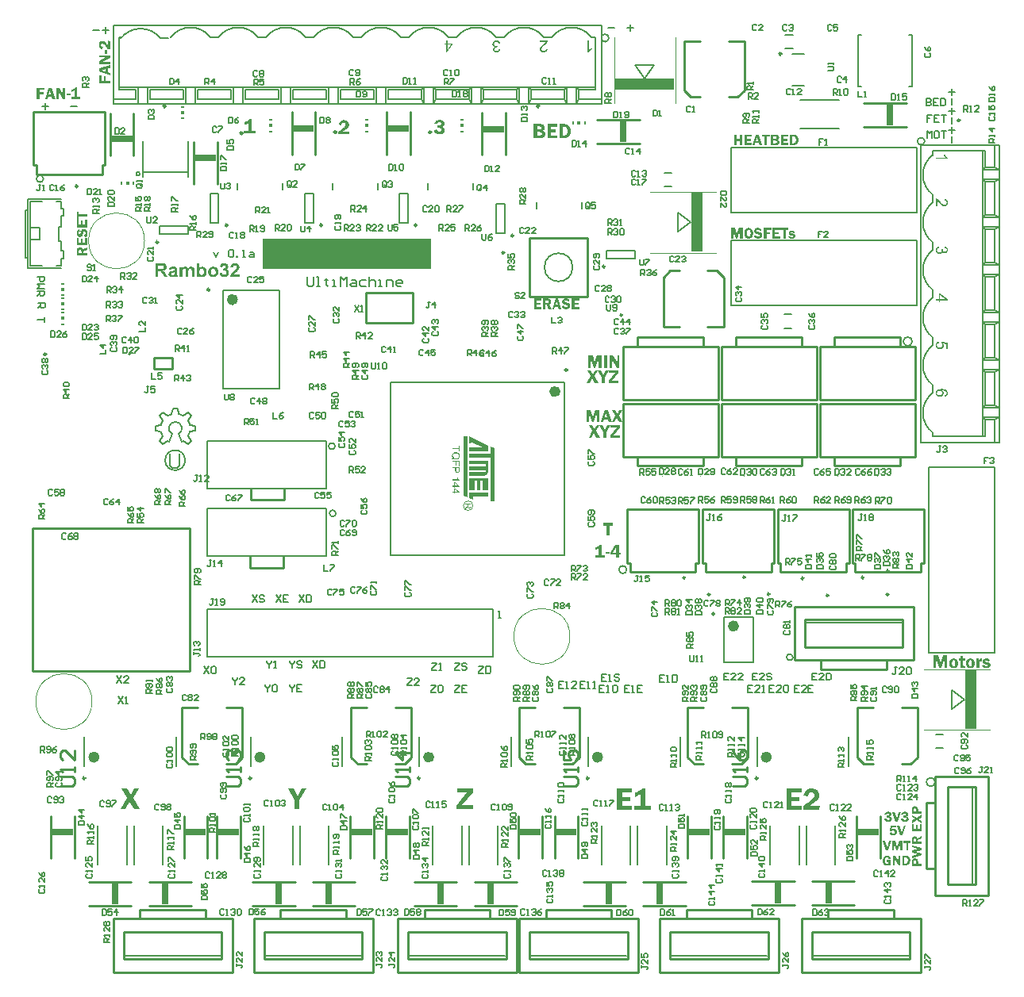
<source format=gto>
G04 Layer_Color=65535*
%FSLAX24Y24*%
%MOIN*%
G70*
G01*
G75*
%ADD68C,0.0080*%
%ADD72C,0.0100*%
%ADD75C,0.0070*%
%ADD114C,0.0010*%
%ADD115C,0.0098*%
%ADD116C,0.0236*%
%ADD117C,0.0040*%
%ADD118C,0.0060*%
%ADD119C,0.0098*%
%ADD120C,0.0050*%
%ADD121C,0.0039*%
%ADD122C,0.0079*%
%ADD123R,0.0120X0.0059*%
%ADD124R,0.0120X0.0060*%
%ADD125R,0.0120X0.0119*%
%ADD126R,0.0059X0.0120*%
%ADD127R,0.0060X0.0120*%
%ADD128R,0.0119X0.0120*%
%ADD129R,0.0295X0.0879*%
%ADD130R,0.0879X0.0295*%
%ADD131R,0.0492X0.2450*%
%ADD132R,0.2450X0.0492*%
%ADD133R,0.7050X0.1300*%
G36*
X37226Y7293D02*
X37234Y7292D01*
X37243Y7291D01*
X37253Y7288D01*
X37264Y7285D01*
X37275Y7281D01*
X37276Y7281D01*
X37279Y7279D01*
X37285Y7276D01*
X37291Y7272D01*
X37299Y7268D01*
X37306Y7261D01*
X37314Y7255D01*
X37320Y7247D01*
X37321Y7246D01*
X37323Y7244D01*
X37326Y7239D01*
X37329Y7233D01*
X37333Y7227D01*
X37337Y7220D01*
X37339Y7212D01*
X37342Y7204D01*
Y7203D01*
X37343Y7200D01*
X37344Y7195D01*
X37344Y7188D01*
X37346Y7179D01*
X37346Y7168D01*
X37347Y7155D01*
Y7140D01*
Y7072D01*
X37500D01*
Y6975D01*
X37089D01*
Y7136D01*
Y7137D01*
Y7139D01*
Y7142D01*
Y7145D01*
Y7150D01*
X37090Y7155D01*
X37090Y7167D01*
X37092Y7180D01*
X37094Y7194D01*
X37096Y7207D01*
X37100Y7219D01*
X37101Y7220D01*
X37102Y7224D01*
X37106Y7229D01*
X37110Y7236D01*
X37115Y7244D01*
X37123Y7253D01*
X37132Y7261D01*
X37142Y7270D01*
X37143Y7271D01*
X37148Y7274D01*
X37154Y7278D01*
X37163Y7282D01*
X37173Y7286D01*
X37186Y7290D01*
X37199Y7293D01*
X37215Y7293D01*
X37221D01*
X37226Y7293D01*
D02*
G37*
G36*
X679Y37395D02*
X459D01*
Y37290D01*
X633D01*
Y37202D01*
X459D01*
Y37018D01*
X344D01*
Y37488D01*
X679D01*
Y37395D01*
D02*
G37*
G36*
X37500Y6253D02*
X37089D01*
Y6548D01*
X37167D01*
Y6351D01*
X37251D01*
Y6506D01*
X37329D01*
Y6351D01*
X37419D01*
Y6548D01*
X37500D01*
Y6253D01*
D02*
G37*
G36*
Y6819D02*
X37352Y6738D01*
X37500Y6656D01*
Y6565D01*
X37282Y6692D01*
X37089Y6579D01*
Y6691D01*
X37214Y6758D01*
X37089Y6828D01*
Y6917D01*
X37281Y6805D01*
X37500Y6932D01*
Y6819D01*
D02*
G37*
G36*
X1746Y37159D02*
X1582D01*
Y37234D01*
X1746D01*
Y37159D01*
D02*
G37*
G36*
X1526Y37018D02*
X1432D01*
X1247Y37335D01*
Y37334D01*
Y37333D01*
Y37329D01*
Y37323D01*
X1248Y37319D01*
Y37318D01*
Y37317D01*
X1249Y37312D01*
X1250Y37305D01*
Y37299D01*
Y37018D01*
X1164D01*
Y37488D01*
X1282D01*
X1443Y37210D01*
Y37211D01*
Y37213D01*
X1443Y37217D01*
Y37222D01*
X1442Y37232D01*
X1441Y37237D01*
Y37242D01*
Y37488D01*
X1526D01*
Y37018D01*
D02*
G37*
G36*
X1114D02*
X995D01*
X966Y37115D01*
X814D01*
X784Y37018D01*
X688D01*
X838Y37488D01*
X967D01*
X1114Y37018D01*
D02*
G37*
G36*
X2035Y37104D02*
X2166D01*
Y37018D01*
X1785D01*
Y37104D01*
X1928D01*
Y37373D01*
X1927Y37372D01*
X1924Y37371D01*
X1920Y37368D01*
X1914Y37364D01*
X1906Y37361D01*
X1899Y37356D01*
X1889Y37350D01*
X1880Y37345D01*
X1859Y37333D01*
X1837Y37322D01*
X1815Y37311D01*
X1806Y37307D01*
X1796Y37303D01*
Y37400D01*
X1798Y37400D01*
X1802Y37401D01*
X1808Y37404D01*
X1816Y37406D01*
X1826Y37410D01*
X1837Y37414D01*
X1849Y37419D01*
X1862Y37425D01*
X1889Y37439D01*
X1915Y37454D01*
X1927Y37464D01*
X1938Y37474D01*
X1948Y37484D01*
X1956Y37495D01*
X2035D01*
Y37104D01*
D02*
G37*
G36*
X36099Y7060D02*
X36104D01*
X36110Y7060D01*
X36117Y7058D01*
X36125Y7058D01*
X36141Y7053D01*
X36159Y7048D01*
X36177Y7041D01*
X36185Y7036D01*
X36193Y7031D01*
X36194D01*
X36195Y7030D01*
X36197Y7028D01*
X36200Y7025D01*
X36207Y7019D01*
X36214Y7010D01*
X36222Y6998D01*
X36228Y6985D01*
X36231Y6977D01*
X36233Y6969D01*
X36235Y6960D01*
X36235Y6950D01*
Y6950D01*
Y6948D01*
X36235Y6944D01*
X36234Y6939D01*
X36233Y6934D01*
X36232Y6928D01*
X36229Y6921D01*
X36226Y6913D01*
X36223Y6906D01*
X36218Y6898D01*
X36212Y6890D01*
X36205Y6883D01*
X36197Y6876D01*
X36187Y6869D01*
X36177Y6863D01*
X36164Y6858D01*
X36165D01*
X36168Y6857D01*
X36172Y6855D01*
X36177Y6853D01*
X36183Y6851D01*
X36191Y6847D01*
X36198Y6843D01*
X36206Y6838D01*
X36213Y6832D01*
X36221Y6825D01*
X36228Y6817D01*
X36235Y6808D01*
X36240Y6798D01*
X36244Y6787D01*
X36247Y6775D01*
X36248Y6761D01*
Y6760D01*
Y6758D01*
Y6756D01*
X36247Y6752D01*
X36246Y6748D01*
X36246Y6742D01*
X36242Y6730D01*
X36237Y6715D01*
X36234Y6708D01*
X36230Y6700D01*
X36225Y6693D01*
X36219Y6685D01*
X36213Y6679D01*
X36205Y6672D01*
X36205Y6671D01*
X36203Y6670D01*
X36201Y6668D01*
X36198Y6666D01*
X36193Y6664D01*
X36188Y6661D01*
X36182Y6658D01*
X36174Y6655D01*
X36167Y6651D01*
X36158Y6648D01*
X36149Y6646D01*
X36138Y6643D01*
X36127Y6641D01*
X36115Y6639D01*
X36102Y6638D01*
X36088Y6638D01*
X36082D01*
X36077Y6638D01*
X36071Y6639D01*
X36064Y6640D01*
X36056Y6640D01*
X36047Y6642D01*
X36029Y6646D01*
X36011Y6653D01*
X36001Y6657D01*
X35992Y6661D01*
X35983Y6667D01*
X35975Y6673D01*
X35974Y6674D01*
X35973Y6674D01*
X35971Y6676D01*
X35968Y6679D01*
X35965Y6683D01*
X35961Y6687D01*
X35953Y6698D01*
X35944Y6711D01*
X35937Y6726D01*
X35930Y6743D01*
X35927Y6752D01*
X35925Y6762D01*
X36013Y6775D01*
Y6774D01*
X36013Y6772D01*
X36014Y6769D01*
X36015Y6765D01*
X36017Y6760D01*
X36019Y6755D01*
X36023Y6749D01*
X36026Y6743D01*
X36031Y6737D01*
X36036Y6731D01*
X36042Y6726D01*
X36049Y6722D01*
X36056Y6717D01*
X36065Y6714D01*
X36075Y6712D01*
X36086Y6711D01*
X36090D01*
X36096Y6712D01*
X36102Y6713D01*
X36110Y6715D01*
X36117Y6717D01*
X36125Y6721D01*
X36132Y6726D01*
X36133Y6726D01*
X36135Y6728D01*
X36138Y6732D01*
X36141Y6737D01*
X36144Y6742D01*
X36147Y6749D01*
X36149Y6757D01*
X36150Y6766D01*
Y6767D01*
Y6770D01*
X36149Y6775D01*
X36148Y6781D01*
X36146Y6787D01*
X36143Y6794D01*
X36139Y6800D01*
X36134Y6806D01*
X36133Y6806D01*
X36130Y6808D01*
X36126Y6810D01*
X36120Y6812D01*
X36112Y6815D01*
X36101Y6817D01*
X36088Y6819D01*
X36072Y6819D01*
X36034D01*
Y6892D01*
X36084D01*
X36090Y6892D01*
X36097Y6894D01*
X36106Y6895D01*
X36114Y6898D01*
X36121Y6902D01*
X36127Y6907D01*
X36128Y6907D01*
X36129Y6909D01*
X36131Y6913D01*
X36134Y6917D01*
X36137Y6922D01*
X36139Y6927D01*
X36140Y6933D01*
X36141Y6939D01*
Y6940D01*
Y6943D01*
X36140Y6946D01*
X36139Y6951D01*
X36138Y6957D01*
X36135Y6963D01*
X36131Y6969D01*
X36126Y6974D01*
X36125Y6975D01*
X36123Y6977D01*
X36120Y6979D01*
X36116Y6982D01*
X36110Y6985D01*
X36103Y6987D01*
X36095Y6989D01*
X36086Y6990D01*
X36081D01*
X36078Y6989D01*
X36069Y6987D01*
X36059Y6983D01*
X36054Y6980D01*
X36048Y6977D01*
X36043Y6973D01*
X36038Y6968D01*
X36033Y6962D01*
X36029Y6954D01*
X36026Y6947D01*
X36023Y6937D01*
X35937Y6950D01*
Y6951D01*
X35938Y6952D01*
X35939Y6955D01*
X35940Y6959D01*
X35941Y6963D01*
X35943Y6967D01*
X35948Y6978D01*
X35955Y6991D01*
X35963Y7004D01*
X35974Y7017D01*
X35981Y7023D01*
X35988Y7030D01*
X35989Y7030D01*
X35990Y7031D01*
X35992Y7032D01*
X35996Y7034D01*
X36000Y7037D01*
X36004Y7040D01*
X36010Y7043D01*
X36016Y7045D01*
X36023Y7048D01*
X36030Y7051D01*
X36047Y7056D01*
X36067Y7060D01*
X36078Y7061D01*
X36095D01*
X36099Y7060D01*
D02*
G37*
G36*
X36804D02*
X36809D01*
X36815Y7060D01*
X36822Y7058D01*
X36829Y7058D01*
X36846Y7053D01*
X36864Y7048D01*
X36881Y7041D01*
X36890Y7036D01*
X36898Y7031D01*
X36898D01*
X36900Y7030D01*
X36902Y7028D01*
X36905Y7025D01*
X36911Y7019D01*
X36919Y7010D01*
X36926Y6998D01*
X36933Y6985D01*
X36936Y6977D01*
X36938Y6969D01*
X36939Y6960D01*
X36940Y6950D01*
Y6950D01*
Y6948D01*
X36939Y6944D01*
X36939Y6939D01*
X36938Y6934D01*
X36937Y6928D01*
X36934Y6921D01*
X36931Y6913D01*
X36928Y6906D01*
X36923Y6898D01*
X36917Y6890D01*
X36910Y6883D01*
X36902Y6876D01*
X36892Y6869D01*
X36881Y6863D01*
X36869Y6858D01*
X36870D01*
X36873Y6857D01*
X36877Y6855D01*
X36882Y6853D01*
X36888Y6851D01*
X36896Y6847D01*
X36903Y6843D01*
X36911Y6838D01*
X36918Y6832D01*
X36926Y6825D01*
X36933Y6817D01*
X36939Y6808D01*
X36945Y6798D01*
X36949Y6787D01*
X36952Y6775D01*
X36952Y6761D01*
Y6760D01*
Y6758D01*
Y6756D01*
X36952Y6752D01*
X36951Y6748D01*
X36950Y6742D01*
X36947Y6730D01*
X36942Y6715D01*
X36939Y6708D01*
X36935Y6700D01*
X36930Y6693D01*
X36924Y6685D01*
X36918Y6679D01*
X36910Y6672D01*
X36909Y6671D01*
X36908Y6670D01*
X36906Y6668D01*
X36903Y6666D01*
X36898Y6664D01*
X36893Y6661D01*
X36887Y6658D01*
X36879Y6655D01*
X36872Y6651D01*
X36863Y6648D01*
X36853Y6646D01*
X36843Y6643D01*
X36832Y6641D01*
X36820Y6639D01*
X36807Y6638D01*
X36793Y6638D01*
X36786D01*
X36782Y6638D01*
X36776Y6639D01*
X36769Y6640D01*
X36761Y6640D01*
X36752Y6642D01*
X36734Y6646D01*
X36715Y6653D01*
X36706Y6657D01*
X36697Y6661D01*
X36688Y6667D01*
X36680Y6673D01*
X36679Y6674D01*
X36678Y6674D01*
X36676Y6676D01*
X36673Y6679D01*
X36670Y6683D01*
X36666Y6687D01*
X36658Y6698D01*
X36649Y6711D01*
X36642Y6726D01*
X36635Y6743D01*
X36632Y6752D01*
X36630Y6762D01*
X36717Y6775D01*
Y6774D01*
X36718Y6772D01*
X36719Y6769D01*
X36720Y6765D01*
X36722Y6760D01*
X36724Y6755D01*
X36728Y6749D01*
X36731Y6743D01*
X36736Y6737D01*
X36741Y6731D01*
X36747Y6726D01*
X36754Y6722D01*
X36761Y6717D01*
X36770Y6714D01*
X36780Y6712D01*
X36791Y6711D01*
X36795D01*
X36801Y6712D01*
X36807Y6713D01*
X36814Y6715D01*
X36822Y6717D01*
X36830Y6721D01*
X36837Y6726D01*
X36838Y6726D01*
X36840Y6728D01*
X36842Y6732D01*
X36846Y6737D01*
X36849Y6742D01*
X36852Y6749D01*
X36854Y6757D01*
X36855Y6766D01*
Y6767D01*
Y6770D01*
X36854Y6775D01*
X36853Y6781D01*
X36851Y6787D01*
X36848Y6794D01*
X36844Y6800D01*
X36838Y6806D01*
X36838Y6806D01*
X36835Y6808D01*
X36831Y6810D01*
X36825Y6812D01*
X36817Y6815D01*
X36806Y6817D01*
X36793Y6819D01*
X36777Y6819D01*
X36739D01*
Y6892D01*
X36789D01*
X36795Y6892D01*
X36802Y6894D01*
X36811Y6895D01*
X36819Y6898D01*
X36826Y6902D01*
X36832Y6907D01*
X36833Y6907D01*
X36834Y6909D01*
X36836Y6913D01*
X36839Y6917D01*
X36842Y6922D01*
X36844Y6927D01*
X36845Y6933D01*
X36846Y6939D01*
Y6940D01*
Y6943D01*
X36845Y6946D01*
X36844Y6951D01*
X36842Y6957D01*
X36840Y6963D01*
X36836Y6969D01*
X36831Y6974D01*
X36830Y6975D01*
X36828Y6977D01*
X36825Y6979D01*
X36821Y6982D01*
X36814Y6985D01*
X36808Y6987D01*
X36799Y6989D01*
X36791Y6990D01*
X36786D01*
X36782Y6989D01*
X36774Y6987D01*
X36764Y6983D01*
X36758Y6980D01*
X36753Y6977D01*
X36748Y6973D01*
X36743Y6968D01*
X36738Y6962D01*
X36734Y6954D01*
X36730Y6947D01*
X36728Y6937D01*
X36642Y6950D01*
Y6951D01*
X36643Y6952D01*
X36644Y6955D01*
X36644Y6959D01*
X36646Y6963D01*
X36648Y6967D01*
X36653Y6978D01*
X36659Y6991D01*
X36668Y7004D01*
X36679Y7017D01*
X36685Y7023D01*
X36693Y7030D01*
X36694Y7030D01*
X36695Y7031D01*
X36697Y7032D01*
X36700Y7034D01*
X36704Y7037D01*
X36709Y7040D01*
X36715Y7043D01*
X36721Y7045D01*
X36728Y7048D01*
X36735Y7051D01*
X36752Y7056D01*
X36772Y7060D01*
X36782Y7061D01*
X36799D01*
X36804Y7060D01*
D02*
G37*
G36*
X36429Y6400D02*
X36248D01*
X36242Y6308D01*
X36243Y6309D01*
X36244Y6310D01*
X36246Y6312D01*
X36248Y6314D01*
X36252Y6317D01*
X36255Y6319D01*
X36265Y6326D01*
X36278Y6333D01*
X36293Y6339D01*
X36310Y6343D01*
X36319Y6343D01*
X36330Y6344D01*
X36335D01*
X36339Y6343D01*
X36344Y6343D01*
X36349Y6342D01*
X36362Y6339D01*
X36377Y6335D01*
X36393Y6328D01*
X36401Y6324D01*
X36409Y6319D01*
X36417Y6314D01*
X36424Y6307D01*
X36425Y6306D01*
X36426Y6306D01*
X36428Y6303D01*
X36431Y6300D01*
X36433Y6297D01*
X36437Y6292D01*
X36440Y6287D01*
X36444Y6281D01*
X36451Y6267D01*
X36457Y6252D01*
X36460Y6242D01*
X36462Y6233D01*
X36463Y6223D01*
X36463Y6212D01*
Y6211D01*
Y6209D01*
Y6206D01*
X36463Y6201D01*
X36462Y6196D01*
X36461Y6190D01*
X36460Y6183D01*
X36458Y6175D01*
X36453Y6158D01*
X36450Y6149D01*
X36446Y6140D01*
X36441Y6132D01*
X36435Y6123D01*
X36429Y6115D01*
X36421Y6107D01*
X36420Y6106D01*
X36419Y6105D01*
X36417Y6104D01*
X36414Y6101D01*
X36409Y6097D01*
X36404Y6094D01*
X36398Y6091D01*
X36391Y6087D01*
X36383Y6083D01*
X36374Y6080D01*
X36364Y6076D01*
X36354Y6073D01*
X36343Y6070D01*
X36330Y6069D01*
X36317Y6067D01*
X36304Y6067D01*
X36298D01*
X36291Y6067D01*
X36282Y6069D01*
X36272Y6070D01*
X36261Y6073D01*
X36248Y6076D01*
X36234Y6081D01*
X36220Y6087D01*
X36207Y6095D01*
X36193Y6105D01*
X36180Y6116D01*
X36168Y6130D01*
X36157Y6145D01*
X36149Y6163D01*
X36145Y6173D01*
X36142Y6183D01*
X36232Y6197D01*
Y6196D01*
X36233Y6195D01*
X36233Y6192D01*
X36235Y6189D01*
X36239Y6180D01*
X36246Y6170D01*
X36250Y6165D01*
X36254Y6160D01*
X36260Y6155D01*
X36267Y6151D01*
X36274Y6148D01*
X36282Y6145D01*
X36291Y6144D01*
X36300Y6143D01*
X36305D01*
X36310Y6144D01*
X36317Y6145D01*
X36325Y6148D01*
X36333Y6151D01*
X36341Y6155D01*
X36348Y6162D01*
X36349Y6162D01*
X36351Y6165D01*
X36354Y6169D01*
X36358Y6174D01*
X36360Y6181D01*
X36364Y6188D01*
X36366Y6196D01*
X36366Y6205D01*
Y6207D01*
Y6210D01*
X36366Y6215D01*
X36364Y6221D01*
X36362Y6229D01*
X36358Y6236D01*
X36353Y6244D01*
X36347Y6251D01*
X36347Y6252D01*
X36344Y6254D01*
X36340Y6257D01*
X36334Y6261D01*
X36328Y6264D01*
X36320Y6267D01*
X36311Y6270D01*
X36301Y6270D01*
X36297D01*
X36295Y6270D01*
X36288Y6269D01*
X36279Y6266D01*
X36269Y6263D01*
X36260Y6257D01*
X36250Y6249D01*
X36246Y6244D01*
X36242Y6238D01*
X36164Y6251D01*
X36180Y6484D01*
X36439D01*
X36429Y6400D01*
D02*
G37*
G36*
X36703Y6073D02*
X36599D01*
X36476Y6484D01*
X36579D01*
X36661Y6190D01*
X36747Y6484D01*
X36827D01*
X36703Y6073D01*
D02*
G37*
G36*
X37500Y5545D02*
Y5451D01*
X37228Y5383D01*
X37500Y5318D01*
Y5224D01*
X37089Y5119D01*
Y5216D01*
X37340Y5273D01*
X37341D01*
X37342Y5274D01*
X37346Y5275D01*
X37350Y5276D01*
X37353Y5277D01*
X37354D01*
X37357Y5277D01*
X37361Y5279D01*
X37366Y5280D01*
X37089Y5347D01*
Y5436D01*
X37366Y5505D01*
X37365D01*
X37365Y5505D01*
X37363D01*
X37360Y5506D01*
X37356Y5507D01*
X37352Y5508D01*
X37346Y5509D01*
X37340Y5511D01*
X37089Y5570D01*
Y5649D01*
X37500Y5545D01*
D02*
G37*
G36*
Y5923D02*
X37337Y5859D01*
Y5791D01*
X37500D01*
Y5694D01*
X37089D01*
Y5874D01*
Y5875D01*
Y5876D01*
Y5879D01*
Y5882D01*
Y5887D01*
X37090Y5892D01*
X37090Y5904D01*
X37092Y5916D01*
X37094Y5930D01*
X37096Y5943D01*
X37100Y5955D01*
Y5955D01*
X37101Y5956D01*
X37102Y5960D01*
X37106Y5965D01*
X37110Y5973D01*
X37116Y5980D01*
X37124Y5988D01*
X37133Y5997D01*
X37143Y6005D01*
X37145Y6005D01*
X37149Y6008D01*
X37155Y6011D01*
X37163Y6015D01*
X37174Y6019D01*
X37186Y6022D01*
X37199Y6024D01*
X37212Y6025D01*
X37216D01*
X37219Y6024D01*
X37225Y6024D01*
X37231Y6023D01*
X37238Y6021D01*
X37245Y6019D01*
X37253Y6016D01*
X37262Y6012D01*
X37271Y6007D01*
X37280Y6002D01*
X37289Y5995D01*
X37297Y5987D01*
X37305Y5977D01*
X37312Y5966D01*
X37319Y5953D01*
X37500Y6030D01*
Y5923D01*
D02*
G37*
G36*
X36499Y6644D02*
X36394D01*
X36272Y7055D01*
X36375D01*
X36457Y6760D01*
X36543Y7055D01*
X36623D01*
X36499Y6644D01*
D02*
G37*
G36*
X37226Y5102D02*
X37234Y5101D01*
X37243Y5100D01*
X37253Y5097D01*
X37264Y5094D01*
X37275Y5090D01*
X37276Y5089D01*
X37279Y5088D01*
X37285Y5085D01*
X37291Y5081D01*
X37299Y5076D01*
X37306Y5070D01*
X37314Y5063D01*
X37320Y5056D01*
X37321Y5055D01*
X37323Y5053D01*
X37326Y5048D01*
X37329Y5042D01*
X37333Y5036D01*
X37337Y5029D01*
X37339Y5021D01*
X37342Y5013D01*
Y5012D01*
X37343Y5009D01*
X37344Y5004D01*
X37344Y4997D01*
X37346Y4988D01*
X37346Y4977D01*
X37347Y4964D01*
Y4949D01*
Y4881D01*
X37500D01*
Y4783D01*
X37089D01*
Y4945D01*
Y4946D01*
Y4948D01*
Y4951D01*
Y4954D01*
Y4959D01*
X37090Y4964D01*
X37090Y4976D01*
X37092Y4989D01*
X37094Y5003D01*
X37096Y5016D01*
X37100Y5028D01*
X37101Y5029D01*
X37102Y5033D01*
X37106Y5038D01*
X37110Y5045D01*
X37115Y5053D01*
X37123Y5061D01*
X37132Y5070D01*
X37142Y5079D01*
X37143Y5080D01*
X37148Y5083D01*
X37154Y5087D01*
X37163Y5091D01*
X37173Y5095D01*
X37186Y5099D01*
X37199Y5102D01*
X37215Y5102D01*
X37221D01*
X37226Y5102D01*
D02*
G37*
G36*
X31907Y35426D02*
X31696D01*
Y35336D01*
X31863D01*
Y35254D01*
X31696D01*
Y35157D01*
X31907D01*
Y35070D01*
X31592D01*
Y35511D01*
X31907D01*
Y35426D01*
D02*
G37*
G36*
X32123Y35510D02*
X32131Y35509D01*
X32140Y35508D01*
X32149Y35508D01*
X32169Y35505D01*
X32190Y35501D01*
X32209Y35495D01*
X32218Y35492D01*
X32226Y35487D01*
X32226D01*
X32227Y35487D01*
X32229Y35485D01*
X32232Y35483D01*
X32240Y35478D01*
X32250Y35470D01*
X32261Y35459D01*
X32273Y35448D01*
X32286Y35432D01*
X32298Y35415D01*
X32299Y35415D01*
X32300Y35413D01*
X32301Y35410D01*
X32303Y35407D01*
X32305Y35402D01*
X32308Y35396D01*
X32311Y35389D01*
X32314Y35382D01*
X32317Y35373D01*
X32320Y35364D01*
X32323Y35353D01*
X32325Y35342D01*
X32327Y35331D01*
X32329Y35318D01*
X32330Y35305D01*
Y35291D01*
Y35290D01*
Y35287D01*
Y35282D01*
X32330Y35276D01*
X32329Y35267D01*
X32327Y35258D01*
X32326Y35247D01*
X32323Y35236D01*
X32320Y35224D01*
X32316Y35211D01*
X32312Y35198D01*
X32307Y35184D01*
X32300Y35171D01*
X32292Y35158D01*
X32284Y35145D01*
X32274Y35133D01*
X32273Y35132D01*
X32272Y35130D01*
X32268Y35127D01*
X32264Y35123D01*
X32258Y35118D01*
X32251Y35113D01*
X32243Y35107D01*
X32234Y35101D01*
X32223Y35096D01*
X32212Y35090D01*
X32199Y35085D01*
X32185Y35080D01*
X32171Y35076D01*
X32155Y35073D01*
X32138Y35071D01*
X32120Y35070D01*
X31969D01*
Y35511D01*
X32117D01*
X32123Y35510D01*
D02*
G37*
G36*
X31117Y35424D02*
X31008D01*
Y35070D01*
X30904D01*
Y35424D01*
X30794D01*
Y35511D01*
X31117D01*
Y35424D01*
D02*
G37*
G36*
X31380Y35510D02*
X31385D01*
X31397Y35509D01*
X31411Y35507D01*
X31424Y35505D01*
X31437Y35501D01*
X31449Y35497D01*
X31450Y35496D01*
X31453Y35495D01*
X31459Y35491D01*
X31465Y35487D01*
X31472Y35481D01*
X31481Y35474D01*
X31488Y35466D01*
X31495Y35457D01*
X31496Y35456D01*
X31498Y35453D01*
X31501Y35448D01*
X31505Y35440D01*
X31508Y35432D01*
X31511Y35421D01*
X31513Y35410D01*
X31513Y35396D01*
Y35396D01*
Y35394D01*
X31513Y35390D01*
X31512Y35385D01*
X31511Y35379D01*
X31509Y35372D01*
X31507Y35365D01*
X31503Y35357D01*
X31500Y35349D01*
X31494Y35340D01*
X31488Y35332D01*
X31480Y35324D01*
X31471Y35317D01*
X31460Y35310D01*
X31448Y35304D01*
X31434Y35298D01*
X31434D01*
X31436Y35298D01*
X31438Y35297D01*
X31441Y35296D01*
X31450Y35293D01*
X31459Y35290D01*
X31471Y35284D01*
X31482Y35277D01*
X31493Y35268D01*
X31502Y35257D01*
X31503Y35256D01*
X31506Y35252D01*
X31510Y35246D01*
X31514Y35238D01*
X31519Y35227D01*
X31522Y35216D01*
X31525Y35204D01*
X31526Y35191D01*
Y35190D01*
Y35189D01*
Y35186D01*
X31525Y35183D01*
X31524Y35178D01*
X31524Y35173D01*
X31521Y35161D01*
X31516Y35148D01*
X31510Y35134D01*
X31505Y35127D01*
X31500Y35120D01*
X31494Y35112D01*
X31488Y35106D01*
X31487Y35105D01*
X31486Y35104D01*
X31484Y35103D01*
X31481Y35100D01*
X31477Y35098D01*
X31472Y35095D01*
X31466Y35091D01*
X31459Y35088D01*
X31450Y35085D01*
X31442Y35082D01*
X31431Y35078D01*
X31420Y35076D01*
X31409Y35074D01*
X31396Y35071D01*
X31382Y35071D01*
X31366Y35070D01*
X31161D01*
Y35511D01*
X31375D01*
X31380Y35510D01*
D02*
G37*
G36*
X31187Y31504D02*
X30981D01*
Y31405D01*
X31144D01*
Y31323D01*
X30981D01*
Y31150D01*
X30874D01*
Y31591D01*
X31187D01*
Y31504D01*
D02*
G37*
G36*
X31555Y31506D02*
X31345D01*
Y31416D01*
X31511D01*
Y31334D01*
X31345D01*
Y31237D01*
X31555D01*
Y31150D01*
X31240D01*
Y31591D01*
X31555D01*
Y31506D01*
D02*
G37*
G36*
X29971Y35070D02*
X29870D01*
Y35252D01*
X29731D01*
Y35070D01*
X29630D01*
Y35511D01*
X29731D01*
Y35339D01*
X29870D01*
Y35511D01*
X29971D01*
Y35070D01*
D02*
G37*
G36*
X30246Y31597D02*
X30252D01*
X30260Y31595D01*
X30269Y31594D01*
X30278Y31591D01*
X30289Y31588D01*
X30300Y31585D01*
X30311Y31580D01*
X30323Y31575D01*
X30334Y31568D01*
X30345Y31560D01*
X30356Y31550D01*
X30366Y31540D01*
X30375Y31528D01*
X30376Y31527D01*
X30378Y31525D01*
X30380Y31521D01*
X30383Y31515D01*
X30386Y31509D01*
X30391Y31501D01*
X30394Y31493D01*
X30400Y31482D01*
X30404Y31471D01*
X30408Y31459D01*
X30412Y31446D01*
X30416Y31433D01*
X30419Y31418D01*
X30421Y31403D01*
X30422Y31386D01*
X30423Y31370D01*
Y31370D01*
Y31366D01*
Y31361D01*
X30422Y31354D01*
X30422Y31346D01*
X30421Y31337D01*
X30419Y31326D01*
X30417Y31314D01*
X30414Y31302D01*
X30411Y31289D01*
X30408Y31275D01*
X30403Y31262D01*
X30397Y31248D01*
X30391Y31234D01*
X30384Y31221D01*
X30375Y31209D01*
X30374Y31208D01*
X30373Y31206D01*
X30370Y31203D01*
X30366Y31198D01*
X30361Y31193D01*
X30354Y31188D01*
X30348Y31182D01*
X30339Y31176D01*
X30329Y31170D01*
X30319Y31164D01*
X30307Y31159D01*
X30295Y31154D01*
X30281Y31149D01*
X30266Y31146D01*
X30250Y31144D01*
X30233Y31143D01*
X30230D01*
X30225Y31144D01*
X30219D01*
X30212Y31146D01*
X30203Y31147D01*
X30193Y31149D01*
X30183Y31151D01*
X30172Y31155D01*
X30161Y31160D01*
X30149Y31165D01*
X30138Y31171D01*
X30127Y31179D01*
X30116Y31188D01*
X30105Y31198D01*
X30096Y31210D01*
X30095Y31211D01*
X30094Y31213D01*
X30091Y31217D01*
X30089Y31222D01*
X30085Y31228D01*
X30080Y31236D01*
X30076Y31245D01*
X30072Y31255D01*
X30067Y31266D01*
X30063Y31279D01*
X30059Y31292D01*
X30055Y31306D01*
X30052Y31321D01*
X30050Y31337D01*
X30048Y31353D01*
X30048Y31371D01*
Y31373D01*
Y31375D01*
Y31381D01*
X30048Y31387D01*
X30049Y31395D01*
X30050Y31405D01*
X30052Y31416D01*
X30053Y31427D01*
X30056Y31440D01*
X30059Y31453D01*
X30064Y31466D01*
X30068Y31480D01*
X30074Y31493D01*
X30080Y31506D01*
X30088Y31520D01*
X30097Y31532D01*
X30097Y31533D01*
X30099Y31535D01*
X30102Y31538D01*
X30105Y31542D01*
X30110Y31547D01*
X30117Y31553D01*
X30124Y31558D01*
X30132Y31565D01*
X30142Y31571D01*
X30152Y31577D01*
X30164Y31582D01*
X30176Y31587D01*
X30190Y31591D01*
X30205Y31594D01*
X30220Y31597D01*
X30237Y31597D01*
X30242D01*
X30246Y31597D01*
D02*
G37*
G36*
X39555Y13499D02*
X39562Y13498D01*
X39571Y13496D01*
X39580Y13494D01*
X39591Y13492D01*
X39614Y13485D01*
X39625Y13480D01*
X39637Y13475D01*
X39648Y13468D01*
X39659Y13460D01*
X39670Y13451D01*
X39680Y13441D01*
X39680Y13440D01*
X39681Y13438D01*
X39684Y13435D01*
X39688Y13430D01*
X39691Y13424D01*
X39695Y13418D01*
X39700Y13409D01*
X39705Y13400D01*
X39709Y13390D01*
X39714Y13379D01*
X39718Y13367D01*
X39722Y13354D01*
X39725Y13341D01*
X39728Y13326D01*
X39729Y13310D01*
X39730Y13294D01*
Y13293D01*
Y13291D01*
Y13285D01*
X39729Y13280D01*
X39728Y13272D01*
X39727Y13263D01*
X39725Y13254D01*
X39724Y13243D01*
X39716Y13220D01*
X39713Y13209D01*
X39708Y13197D01*
X39702Y13184D01*
X39695Y13172D01*
X39687Y13161D01*
X39677Y13149D01*
X39676Y13148D01*
X39674Y13147D01*
X39672Y13144D01*
X39667Y13140D01*
X39662Y13136D01*
X39656Y13131D01*
X39649Y13126D01*
X39640Y13121D01*
X39631Y13115D01*
X39621Y13111D01*
X39609Y13105D01*
X39597Y13101D01*
X39584Y13097D01*
X39570Y13095D01*
X39555Y13093D01*
X39539Y13092D01*
X39531D01*
X39525Y13093D01*
X39518Y13094D01*
X39510Y13095D01*
X39501Y13096D01*
X39491Y13099D01*
X39470Y13106D01*
X39459Y13111D01*
X39448Y13116D01*
X39436Y13123D01*
X39426Y13131D01*
X39415Y13140D01*
X39406Y13149D01*
X39405Y13150D01*
X39404Y13152D01*
X39401Y13155D01*
X39398Y13160D01*
X39394Y13165D01*
X39390Y13172D01*
X39385Y13180D01*
X39381Y13189D01*
X39377Y13199D01*
X39372Y13210D01*
X39368Y13222D01*
X39364Y13235D01*
X39361Y13249D01*
X39358Y13264D01*
X39357Y13279D01*
X39357Y13296D01*
Y13297D01*
Y13298D01*
Y13302D01*
Y13306D01*
X39357Y13312D01*
Y13318D01*
X39359Y13333D01*
X39362Y13349D01*
X39366Y13367D01*
X39371Y13384D01*
X39378Y13402D01*
Y13403D01*
X39379Y13404D01*
X39383Y13409D01*
X39388Y13417D01*
X39395Y13427D01*
X39404Y13439D01*
X39414Y13450D01*
X39427Y13462D01*
X39441Y13472D01*
X39442D01*
X39443Y13473D01*
X39448Y13477D01*
X39457Y13481D01*
X39468Y13486D01*
X39482Y13491D01*
X39500Y13495D01*
X39519Y13499D01*
X39540Y13499D01*
X39549D01*
X39555Y13499D01*
D02*
G37*
G36*
X38576Y13100D02*
X38451D01*
Y13530D01*
X38318Y13100D01*
X38233D01*
X38104Y13530D01*
Y13100D01*
X38000D01*
Y13629D01*
X38192D01*
X38284Y13312D01*
X38382Y13629D01*
X38576D01*
Y13100D01*
D02*
G37*
G36*
X39230Y13491D02*
X39314D01*
Y13401D01*
X39230D01*
Y13235D01*
Y13233D01*
Y13230D01*
X39231Y13225D01*
Y13219D01*
X39234Y13204D01*
X39236Y13198D01*
X39239Y13193D01*
X39240D01*
X39241Y13191D01*
X39244Y13190D01*
X39248Y13189D01*
X39254Y13187D01*
X39262Y13185D01*
X39271Y13184D01*
X39283Y13183D01*
X39305D01*
X39320Y13184D01*
Y13100D01*
X39317D01*
X39315Y13099D01*
X39312Y13098D01*
X39302Y13097D01*
X39292Y13096D01*
X39279Y13094D01*
X39268Y13093D01*
X39256Y13091D01*
X39240D01*
X39235Y13092D01*
X39229D01*
X39222Y13093D01*
X39207Y13095D01*
X39191Y13098D01*
X39174Y13103D01*
X39158Y13110D01*
X39151Y13114D01*
X39145Y13118D01*
X39144Y13120D01*
X39141Y13124D01*
X39135Y13131D01*
X39130Y13141D01*
X39127Y13148D01*
X39125Y13155D01*
X39122Y13163D01*
X39119Y13173D01*
X39118Y13183D01*
X39116Y13194D01*
X39115Y13205D01*
Y13219D01*
Y13401D01*
X39053D01*
Y13491D01*
X39122D01*
X39132Y13606D01*
X39230Y13614D01*
Y13491D01*
D02*
G37*
G36*
X38853Y13499D02*
X38860Y13498D01*
X38868Y13496D01*
X38878Y13494D01*
X38889Y13492D01*
X38911Y13485D01*
X38923Y13480D01*
X38934Y13475D01*
X38946Y13468D01*
X38957Y13460D01*
X38968Y13451D01*
X38977Y13441D01*
X38978Y13440D01*
X38979Y13438D01*
X38982Y13435D01*
X38985Y13430D01*
X38989Y13424D01*
X38993Y13418D01*
X38997Y13409D01*
X39003Y13400D01*
X39007Y13390D01*
X39011Y13379D01*
X39016Y13367D01*
X39019Y13354D01*
X39023Y13341D01*
X39025Y13326D01*
X39026Y13310D01*
X39027Y13294D01*
Y13293D01*
Y13291D01*
Y13285D01*
X39026Y13280D01*
X39025Y13272D01*
X39025Y13263D01*
X39023Y13254D01*
X39021Y13243D01*
X39014Y13220D01*
X39011Y13209D01*
X39005Y13197D01*
X38999Y13184D01*
X38992Y13172D01*
X38984Y13161D01*
X38975Y13149D01*
X38974Y13148D01*
X38972Y13147D01*
X38969Y13144D01*
X38965Y13140D01*
X38960Y13136D01*
X38954Y13131D01*
X38946Y13126D01*
X38938Y13121D01*
X38929Y13115D01*
X38918Y13111D01*
X38907Y13105D01*
X38895Y13101D01*
X38882Y13097D01*
X38867Y13095D01*
X38853Y13093D01*
X38837Y13092D01*
X38829D01*
X38823Y13093D01*
X38816Y13094D01*
X38808Y13095D01*
X38799Y13096D01*
X38788Y13099D01*
X38767Y13106D01*
X38757Y13111D01*
X38745Y13116D01*
X38734Y13123D01*
X38723Y13131D01*
X38713Y13140D01*
X38703Y13149D01*
X38702Y13150D01*
X38702Y13152D01*
X38699Y13155D01*
X38695Y13160D01*
X38692Y13165D01*
X38687Y13172D01*
X38683Y13180D01*
X38679Y13189D01*
X38674Y13199D01*
X38670Y13210D01*
X38666Y13222D01*
X38662Y13235D01*
X38658Y13249D01*
X38656Y13264D01*
X38655Y13279D01*
X38654Y13296D01*
Y13297D01*
Y13298D01*
Y13302D01*
Y13306D01*
X38655Y13312D01*
Y13318D01*
X38657Y13333D01*
X38659Y13349D01*
X38664Y13367D01*
X38669Y13384D01*
X38676Y13402D01*
Y13403D01*
X38677Y13404D01*
X38680Y13409D01*
X38686Y13417D01*
X38693Y13427D01*
X38702Y13439D01*
X38712Y13450D01*
X38724Y13462D01*
X38738Y13472D01*
X38739D01*
X38740Y13473D01*
X38745Y13477D01*
X38754Y13481D01*
X38766Y13486D01*
X38780Y13491D01*
X38797Y13495D01*
X38817Y13499D01*
X38838Y13499D01*
X38846D01*
X38853Y13499D01*
D02*
G37*
G36*
X30374Y35426D02*
X30164D01*
Y35336D01*
X30330D01*
Y35254D01*
X30164D01*
Y35157D01*
X30374D01*
Y35070D01*
X30059D01*
Y35511D01*
X30374D01*
Y35426D01*
D02*
G37*
G36*
X30791Y35070D02*
X30680D01*
X30653Y35161D01*
X30510D01*
X30482Y35070D01*
X30392D01*
X30533Y35511D01*
X30653D01*
X30791Y35070D01*
D02*
G37*
G36*
X40229Y13499D02*
X40235D01*
X40249Y13497D01*
X40265Y13493D01*
X40282Y13489D01*
X40298Y13483D01*
X40313Y13475D01*
X40314Y13474D01*
X40319Y13471D01*
X40326Y13464D01*
X40334Y13456D01*
X40342Y13445D01*
X40352Y13432D01*
X40362Y13415D01*
X40370Y13397D01*
X40285Y13375D01*
Y13376D01*
X40285Y13377D01*
X40284Y13380D01*
X40282Y13383D01*
X40278Y13391D01*
X40271Y13401D01*
X40260Y13411D01*
X40254Y13415D01*
X40247Y13420D01*
X40239Y13422D01*
X40230Y13425D01*
X40220Y13427D01*
X40209Y13427D01*
X40204D01*
X40200Y13427D01*
X40191Y13426D01*
X40181Y13423D01*
X40170Y13419D01*
X40161Y13413D01*
X40157Y13408D01*
X40155Y13404D01*
X40153Y13398D01*
X40152Y13391D01*
Y13391D01*
Y13389D01*
X40154Y13384D01*
X40156Y13376D01*
X40159Y13372D01*
X40163Y13369D01*
X40163D01*
X40165Y13368D01*
X40169Y13366D01*
X40173Y13364D01*
X40181Y13362D01*
X40191Y13360D01*
X40203Y13357D01*
X40218Y13355D01*
X40220D01*
X40224Y13355D01*
X40228Y13354D01*
X40235Y13353D01*
X40241Y13352D01*
X40256Y13349D01*
X40271Y13347D01*
X40287Y13343D01*
X40303Y13340D01*
X40316Y13335D01*
X40318Y13334D01*
X40321Y13334D01*
X40328Y13330D01*
X40335Y13327D01*
X40342Y13320D01*
X40351Y13314D01*
X40360Y13305D01*
X40367Y13296D01*
X40368Y13295D01*
X40370Y13291D01*
X40373Y13285D01*
X40377Y13277D01*
X40380Y13268D01*
X40384Y13255D01*
X40386Y13243D01*
X40386Y13228D01*
Y13227D01*
Y13226D01*
Y13222D01*
X40386Y13219D01*
X40385Y13213D01*
X40384Y13207D01*
X40380Y13193D01*
X40375Y13177D01*
X40367Y13161D01*
X40362Y13153D01*
X40356Y13145D01*
X40348Y13137D01*
X40340Y13130D01*
X40339D01*
X40338Y13128D01*
X40335Y13126D01*
X40331Y13124D01*
X40327Y13121D01*
X40321Y13118D01*
X40314Y13115D01*
X40307Y13111D01*
X40298Y13108D01*
X40289Y13104D01*
X40278Y13101D01*
X40267Y13098D01*
X40254Y13096D01*
X40241Y13094D01*
X40227Y13093D01*
X40212Y13092D01*
X40206D01*
X40198Y13093D01*
X40188Y13094D01*
X40177Y13096D01*
X40163Y13098D01*
X40149Y13102D01*
X40134Y13106D01*
X40119Y13112D01*
X40103Y13120D01*
X40089Y13130D01*
X40075Y13140D01*
X40062Y13154D01*
X40050Y13169D01*
X40041Y13187D01*
X40034Y13207D01*
X40132Y13222D01*
Y13221D01*
X40133Y13219D01*
X40134Y13217D01*
X40134Y13214D01*
X40140Y13205D01*
X40147Y13196D01*
X40152Y13190D01*
X40158Y13186D01*
X40165Y13182D01*
X40173Y13177D01*
X40182Y13175D01*
X40192Y13172D01*
X40205Y13170D01*
X40218Y13169D01*
X40222D01*
X40227Y13170D01*
X40235D01*
X40242Y13172D01*
X40249Y13174D01*
X40257Y13176D01*
X40265Y13179D01*
X40266Y13180D01*
X40269Y13181D01*
X40271Y13183D01*
X40276Y13187D01*
X40279Y13190D01*
X40282Y13196D01*
X40285Y13201D01*
X40285Y13207D01*
Y13208D01*
X40285Y13212D01*
X40283Y13216D01*
X40280Y13221D01*
X40275Y13227D01*
X40267Y13233D01*
X40262Y13234D01*
X40256Y13237D01*
X40249Y13239D01*
X40242Y13240D01*
X40241D01*
X40236Y13240D01*
X40230Y13241D01*
X40222Y13242D01*
X40213Y13244D01*
X40202Y13246D01*
X40191Y13247D01*
X40177Y13250D01*
X40151Y13257D01*
X40126Y13264D01*
X40114Y13269D01*
X40104Y13274D01*
X40094Y13279D01*
X40086Y13284D01*
X40084Y13286D01*
X40080Y13290D01*
X40075Y13297D01*
X40068Y13306D01*
X40061Y13319D01*
X40055Y13334D01*
X40051Y13351D01*
X40049Y13370D01*
Y13371D01*
Y13373D01*
Y13376D01*
X40050Y13380D01*
X40052Y13390D01*
X40055Y13403D01*
X40060Y13418D01*
X40068Y13433D01*
X40072Y13441D01*
X40078Y13449D01*
X40084Y13456D01*
X40092Y13463D01*
X40093Y13463D01*
X40094Y13464D01*
X40097Y13466D01*
X40100Y13469D01*
X40105Y13471D01*
X40110Y13474D01*
X40116Y13478D01*
X40124Y13481D01*
X40132Y13485D01*
X40141Y13488D01*
X40151Y13491D01*
X40162Y13493D01*
X40186Y13498D01*
X40213Y13499D01*
X40224D01*
X40229Y13499D01*
D02*
G37*
G36*
X40004Y13499D02*
X40013Y13499D01*
Y13385D01*
X40007D01*
X40001Y13384D01*
X39993Y13384D01*
X39984Y13383D01*
X39975Y13381D01*
X39966Y13377D01*
X39958Y13374D01*
X39957Y13373D01*
X39954Y13372D01*
X39951Y13370D01*
X39947Y13365D01*
X39942Y13360D01*
X39937Y13353D01*
X39932Y13345D01*
X39926Y13335D01*
X39925Y13334D01*
X39925Y13330D01*
X39923Y13324D01*
X39920Y13315D01*
X39918Y13305D01*
X39916Y13291D01*
X39915Y13276D01*
X39914Y13259D01*
Y13100D01*
X39803D01*
Y13491D01*
X39908D01*
Y13420D01*
X39909Y13422D01*
X39911Y13427D01*
X39912Y13432D01*
X39915Y13438D01*
X39918Y13444D01*
X39927Y13460D01*
X39939Y13475D01*
X39946Y13481D01*
X39954Y13488D01*
X39962Y13492D01*
X39971Y13497D01*
X39982Y13499D01*
X39992Y13500D01*
X39997D01*
X40004Y13499D01*
D02*
G37*
G36*
X36702Y5423D02*
X36605D01*
Y5758D01*
X36501Y5423D01*
X36435D01*
X36335Y5758D01*
Y5423D01*
X36254D01*
Y5834D01*
X36404D01*
X36475Y5588D01*
X36551Y5834D01*
X36702D01*
Y5423D01*
D02*
G37*
G36*
X7174Y29905D02*
X7175Y29906D01*
X7176Y29908D01*
X7179Y29911D01*
X7183Y29915D01*
X7188Y29919D01*
X7194Y29924D01*
X7200Y29929D01*
X7208Y29935D01*
X7226Y29946D01*
X7247Y29955D01*
X7258Y29959D01*
X7270Y29961D01*
X7282Y29963D01*
X7295Y29964D01*
X7302D01*
X7308Y29963D01*
X7314Y29962D01*
X7322Y29961D01*
X7330Y29960D01*
X7340Y29957D01*
X7359Y29950D01*
X7370Y29946D01*
X7380Y29940D01*
X7392Y29934D01*
X7401Y29926D01*
X7412Y29918D01*
X7421Y29908D01*
X7422Y29907D01*
X7423Y29905D01*
X7426Y29902D01*
X7429Y29897D01*
X7433Y29892D01*
X7437Y29885D01*
X7442Y29877D01*
X7447Y29868D01*
X7451Y29857D01*
X7456Y29845D01*
X7460Y29832D01*
X7464Y29817D01*
X7467Y29803D01*
X7470Y29786D01*
X7471Y29768D01*
X7472Y29749D01*
Y29748D01*
Y29745D01*
Y29738D01*
X7471Y29731D01*
X7470Y29723D01*
X7469Y29712D01*
X7467Y29701D01*
X7465Y29688D01*
X7459Y29662D01*
X7455Y29648D01*
X7450Y29634D01*
X7443Y29621D01*
X7437Y29608D01*
X7428Y29595D01*
X7420Y29584D01*
X7419Y29583D01*
X7417Y29581D01*
X7414Y29579D01*
X7411Y29575D01*
X7406Y29571D01*
X7400Y29565D01*
X7392Y29561D01*
X7385Y29556D01*
X7367Y29545D01*
X7346Y29536D01*
X7335Y29532D01*
X7322Y29530D01*
X7309Y29528D01*
X7296Y29527D01*
X7290D01*
X7283Y29528D01*
X7274Y29530D01*
X7263Y29531D01*
X7251Y29535D01*
X7239Y29539D01*
X7226Y29545D01*
X7224Y29546D01*
X7220Y29549D01*
X7213Y29553D01*
X7205Y29558D01*
X7196Y29566D01*
X7185Y29575D01*
X7176Y29586D01*
X7166Y29598D01*
Y29537D01*
X7063D01*
Y30114D01*
X7174D01*
Y29905D01*
D02*
G37*
G36*
X7765Y29963D02*
X7773Y29962D01*
X7782Y29961D01*
X7792Y29959D01*
X7803Y29956D01*
X7816Y29953D01*
X7828Y29949D01*
X7841Y29944D01*
X7853Y29938D01*
X7867Y29931D01*
X7880Y29922D01*
X7892Y29913D01*
X7903Y29902D01*
X7904Y29901D01*
X7906Y29899D01*
X7909Y29896D01*
X7913Y29890D01*
X7918Y29885D01*
X7923Y29877D01*
X7928Y29869D01*
X7934Y29860D01*
X7939Y29848D01*
X7945Y29837D01*
X7950Y29824D01*
X7954Y29810D01*
X7959Y29796D01*
X7961Y29780D01*
X7963Y29764D01*
X7964Y29746D01*
Y29745D01*
Y29742D01*
Y29738D01*
X7963Y29731D01*
X7962Y29723D01*
X7961Y29713D01*
X7959Y29702D01*
X7956Y29691D01*
X7954Y29679D01*
X7949Y29666D01*
X7944Y29653D01*
X7939Y29640D01*
X7931Y29627D01*
X7923Y29614D01*
X7913Y29602D01*
X7903Y29589D01*
X7902Y29588D01*
X7900Y29587D01*
X7896Y29583D01*
X7892Y29580D01*
X7886Y29575D01*
X7879Y29570D01*
X7870Y29564D01*
X7860Y29558D01*
X7850Y29552D01*
X7839Y29546D01*
X7826Y29541D01*
X7812Y29537D01*
X7798Y29533D01*
X7782Y29530D01*
X7766Y29528D01*
X7749Y29527D01*
X7739D01*
X7734Y29528D01*
X7728Y29529D01*
X7714Y29530D01*
X7697Y29533D01*
X7679Y29537D01*
X7659Y29544D01*
X7640Y29552D01*
X7639D01*
X7637Y29553D01*
X7635Y29555D01*
X7631Y29558D01*
X7623Y29564D01*
X7611Y29572D01*
X7598Y29582D01*
X7585Y29595D01*
X7572Y29611D01*
X7561Y29629D01*
Y29630D01*
X7560Y29631D01*
X7558Y29634D01*
X7557Y29637D01*
X7555Y29643D01*
X7553Y29648D01*
X7551Y29655D01*
X7548Y29663D01*
X7544Y29681D01*
X7539Y29702D01*
X7536Y29725D01*
X7535Y29751D01*
Y29752D01*
Y29753D01*
Y29756D01*
X7536Y29760D01*
Y29765D01*
X7536Y29771D01*
X7538Y29785D01*
X7541Y29802D01*
X7546Y29819D01*
X7552Y29839D01*
X7561Y29858D01*
Y29859D01*
X7562Y29861D01*
X7564Y29863D01*
X7566Y29867D01*
X7572Y29875D01*
X7581Y29887D01*
X7592Y29900D01*
X7605Y29913D01*
X7620Y29925D01*
X7637Y29937D01*
X7638D01*
X7640Y29938D01*
X7643Y29940D01*
X7646Y29941D01*
X7651Y29943D01*
X7657Y29946D01*
X7670Y29951D01*
X7687Y29955D01*
X7706Y29960D01*
X7726Y29963D01*
X7749Y29964D01*
X7758D01*
X7765Y29963D01*
D02*
G37*
G36*
X23125Y28544D02*
X22914D01*
Y28454D01*
X23080D01*
Y28371D01*
X22914D01*
Y28275D01*
X23125D01*
Y28187D01*
X22809D01*
Y28628D01*
X23125D01*
Y28544D01*
D02*
G37*
G36*
X22576Y28634D02*
X22584Y28633D01*
X22595Y28632D01*
X22606Y28630D01*
X22619Y28626D01*
X22633Y28621D01*
X22647Y28616D01*
X22661Y28609D01*
X22675Y28601D01*
X22688Y28591D01*
X22701Y28579D01*
X22712Y28565D01*
X22722Y28549D01*
X22730Y28531D01*
X22642Y28501D01*
Y28502D01*
X22641Y28504D01*
X22640Y28507D01*
X22639Y28509D01*
X22633Y28518D01*
X22626Y28528D01*
X22616Y28537D01*
X22609Y28542D01*
X22603Y28546D01*
X22595Y28549D01*
X22587Y28552D01*
X22577Y28553D01*
X22567Y28554D01*
X22561D01*
X22557Y28553D01*
X22548Y28552D01*
X22537Y28549D01*
X22525Y28545D01*
X22516Y28537D01*
X22512Y28533D01*
X22509Y28527D01*
X22507Y28521D01*
X22506Y28514D01*
Y28513D01*
Y28512D01*
X22507Y28509D01*
X22508Y28505D01*
X22509Y28501D01*
X22510Y28496D01*
X22513Y28492D01*
X22517Y28488D01*
X22518Y28487D01*
X22519Y28486D01*
X22523Y28484D01*
X22528Y28481D01*
X22535Y28478D01*
X22544Y28474D01*
X22555Y28471D01*
X22569Y28468D01*
X22570D01*
X22572Y28467D01*
X22576Y28466D01*
X22580Y28466D01*
X22585Y28464D01*
X22592Y28463D01*
X22606Y28459D01*
X22622Y28455D01*
X22639Y28450D01*
X22654Y28445D01*
X22661Y28443D01*
X22667Y28440D01*
X22668D01*
X22669Y28439D01*
X22672Y28437D01*
X22678Y28434D01*
X22685Y28429D01*
X22694Y28423D01*
X22703Y28415D01*
X22712Y28406D01*
X22720Y28395D01*
X22721Y28394D01*
X22723Y28390D01*
X22727Y28384D01*
X22731Y28376D01*
X22735Y28365D01*
X22738Y28354D01*
X22741Y28340D01*
X22742Y28326D01*
Y28326D01*
Y28324D01*
Y28321D01*
X22741Y28316D01*
X22740Y28311D01*
X22740Y28305D01*
X22736Y28291D01*
X22731Y28275D01*
X22727Y28267D01*
X22722Y28258D01*
X22717Y28250D01*
X22711Y28241D01*
X22704Y28232D01*
X22696Y28224D01*
X22695Y28223D01*
X22693Y28222D01*
X22691Y28220D01*
X22687Y28217D01*
X22682Y28214D01*
X22677Y28210D01*
X22669Y28206D01*
X22661Y28203D01*
X22652Y28198D01*
X22642Y28195D01*
X22631Y28191D01*
X22619Y28187D01*
X22606Y28184D01*
X22591Y28183D01*
X22576Y28182D01*
X22559Y28181D01*
X22553D01*
X22548Y28182D01*
X22543D01*
X22535Y28182D01*
X22528Y28184D01*
X22520Y28184D01*
X22502Y28188D01*
X22483Y28194D01*
X22463Y28201D01*
X22445Y28212D01*
X22444Y28212D01*
X22442Y28213D01*
X22440Y28214D01*
X22437Y28217D01*
X22428Y28225D01*
X22419Y28234D01*
X22409Y28247D01*
X22398Y28263D01*
X22389Y28282D01*
X22385Y28292D01*
X22382Y28303D01*
X22478Y28325D01*
Y28324D01*
X22479Y28322D01*
X22480Y28319D01*
X22482Y28315D01*
X22484Y28310D01*
X22487Y28305D01*
X22491Y28299D01*
X22495Y28294D01*
X22500Y28288D01*
X22507Y28283D01*
X22514Y28277D01*
X22522Y28272D01*
X22532Y28269D01*
X22542Y28266D01*
X22554Y28264D01*
X22567Y28263D01*
X22573D01*
X22579Y28264D01*
X22587Y28264D01*
X22595Y28266D01*
X22604Y28269D01*
X22612Y28272D01*
X22620Y28276D01*
X22620Y28277D01*
X22622Y28278D01*
X22625Y28281D01*
X22628Y28285D01*
X22631Y28290D01*
X22634Y28296D01*
X22636Y28302D01*
X22637Y28309D01*
Y28310D01*
Y28312D01*
X22636Y28315D01*
X22635Y28320D01*
X22633Y28325D01*
X22630Y28330D01*
X22626Y28335D01*
X22621Y28339D01*
X22620Y28340D01*
X22618Y28341D01*
X22614Y28343D01*
X22607Y28346D01*
X22599Y28348D01*
X22589Y28352D01*
X22576Y28355D01*
X22560Y28359D01*
X22559D01*
X22557Y28359D01*
X22552Y28361D01*
X22546Y28362D01*
X22540Y28364D01*
X22532Y28366D01*
X22523Y28368D01*
X22513Y28371D01*
X22494Y28378D01*
X22474Y28387D01*
X22464Y28391D01*
X22456Y28395D01*
X22447Y28401D01*
X22440Y28406D01*
X22439Y28407D01*
X22439Y28408D01*
X22435Y28412D01*
X22429Y28419D01*
X22423Y28429D01*
X22416Y28441D01*
X22411Y28457D01*
X22406Y28474D01*
X22406Y28485D01*
X22405Y28495D01*
Y28496D01*
Y28498D01*
Y28501D01*
X22406Y28504D01*
X22406Y28509D01*
X22407Y28515D01*
X22410Y28529D01*
X22415Y28545D01*
X22419Y28553D01*
X22423Y28561D01*
X22428Y28570D01*
X22434Y28578D01*
X22440Y28586D01*
X22447Y28594D01*
X22448Y28594D01*
X22450Y28595D01*
X22452Y28597D01*
X22456Y28600D01*
X22460Y28603D01*
X22465Y28607D01*
X22471Y28610D01*
X22478Y28614D01*
X22486Y28618D01*
X22494Y28621D01*
X22504Y28625D01*
X22514Y28628D01*
X22525Y28631D01*
X22538Y28633D01*
X22550Y28634D01*
X22563Y28635D01*
X22569D01*
X22576Y28634D01*
D02*
G37*
G36*
X8680Y30115D02*
X8687Y30114D01*
X8695Y30113D01*
X8704Y30112D01*
X8715Y30110D01*
X8736Y30105D01*
X8759Y30097D01*
X8769Y30091D01*
X8781Y30085D01*
X8790Y30077D01*
X8800Y30069D01*
X8801Y30069D01*
X8802Y30068D01*
X8804Y30065D01*
X8808Y30062D01*
X8811Y30057D01*
X8816Y30051D01*
X8825Y30038D01*
X8833Y30021D01*
X8841Y30002D01*
X8847Y29980D01*
X8848Y29968D01*
X8849Y29955D01*
Y29954D01*
Y29949D01*
X8848Y29941D01*
X8847Y29932D01*
X8846Y29920D01*
X8843Y29908D01*
X8839Y29894D01*
X8835Y29881D01*
X8834Y29879D01*
X8832Y29875D01*
X8829Y29868D01*
X8825Y29859D01*
X8818Y29847D01*
X8810Y29835D01*
X8801Y29822D01*
X8790Y29808D01*
X8789Y29807D01*
X8787Y29803D01*
X8781Y29797D01*
X8774Y29789D01*
X8764Y29779D01*
X8751Y29766D01*
X8736Y29751D01*
X8717Y29734D01*
X8717Y29733D01*
X8715Y29732D01*
X8712Y29730D01*
X8709Y29726D01*
X8701Y29718D01*
X8690Y29708D01*
X8679Y29697D01*
X8668Y29687D01*
X8659Y29677D01*
X8655Y29673D01*
X8652Y29670D01*
X8651Y29669D01*
X8649Y29667D01*
X8646Y29665D01*
X8644Y29660D01*
X8636Y29652D01*
X8629Y29640D01*
X8849D01*
Y29537D01*
X8462D01*
Y29538D01*
Y29540D01*
X8463Y29544D01*
X8464Y29547D01*
X8465Y29552D01*
X8465Y29558D01*
X8469Y29573D01*
X8473Y29590D01*
X8480Y29609D01*
X8488Y29628D01*
X8499Y29647D01*
Y29648D01*
X8501Y29650D01*
X8502Y29652D01*
X8505Y29657D01*
X8509Y29662D01*
X8514Y29668D01*
X8520Y29676D01*
X8526Y29684D01*
X8534Y29694D01*
X8544Y29704D01*
X8553Y29716D01*
X8565Y29728D01*
X8578Y29741D01*
X8591Y29755D01*
X8607Y29770D01*
X8623Y29786D01*
X8624Y29787D01*
X8627Y29789D01*
X8630Y29793D01*
X8636Y29797D01*
X8641Y29803D01*
X8648Y29810D01*
X8663Y29824D01*
X8679Y29839D01*
X8694Y29855D01*
X8701Y29862D01*
X8707Y29868D01*
X8712Y29875D01*
X8716Y29880D01*
X8717Y29882D01*
X8719Y29886D01*
X8723Y29892D01*
X8727Y29901D01*
X8731Y29911D01*
X8735Y29923D01*
X8738Y29935D01*
X8738Y29947D01*
Y29949D01*
Y29954D01*
X8738Y29961D01*
X8736Y29969D01*
X8733Y29977D01*
X8730Y29987D01*
X8725Y29997D01*
X8718Y30004D01*
X8717Y30005D01*
X8715Y30008D01*
X8710Y30011D01*
X8704Y30015D01*
X8696Y30019D01*
X8687Y30021D01*
X8675Y30024D01*
X8663Y30025D01*
X8658D01*
X8651Y30024D01*
X8644Y30022D01*
X8635Y30019D01*
X8625Y30016D01*
X8616Y30011D01*
X8608Y30004D01*
X8607Y30003D01*
X8604Y29999D01*
X8601Y29995D01*
X8597Y29987D01*
X8594Y29977D01*
X8589Y29966D01*
X8587Y29951D01*
X8585Y29934D01*
X8475Y29945D01*
Y29946D01*
X8476Y29949D01*
Y29954D01*
X8478Y29960D01*
X8479Y29968D01*
X8481Y29976D01*
X8483Y29985D01*
X8486Y29996D01*
X8494Y30017D01*
X8505Y30039D01*
X8512Y30049D01*
X8519Y30059D01*
X8528Y30068D01*
X8537Y30076D01*
X8537Y30076D01*
X8539Y30077D01*
X8542Y30079D01*
X8546Y30082D01*
X8551Y30085D01*
X8557Y30089D01*
X8564Y30092D01*
X8573Y30096D01*
X8581Y30099D01*
X8591Y30103D01*
X8613Y30110D01*
X8637Y30114D01*
X8652Y30116D01*
X8673D01*
X8680Y30115D01*
D02*
G37*
G36*
X8223D02*
X8230Y30114D01*
X8238Y30113D01*
X8248Y30112D01*
X8257Y30110D01*
X8278Y30103D01*
X8289Y30099D01*
X8299Y30094D01*
X8310Y30088D01*
X8321Y30081D01*
X8331Y30073D01*
X8341Y30063D01*
X8342Y30062D01*
X8342Y30062D01*
X8344Y30059D01*
X8347Y30056D01*
X8354Y30048D01*
X8362Y30035D01*
X8369Y30021D01*
X8376Y30005D01*
X8380Y29987D01*
X8382Y29977D01*
Y29968D01*
Y29967D01*
Y29964D01*
X8381Y29961D01*
Y29955D01*
X8379Y29948D01*
X8378Y29941D01*
X8375Y29933D01*
X8371Y29925D01*
X8367Y29915D01*
X8362Y29905D01*
X8355Y29895D01*
X8347Y29885D01*
X8337Y29875D01*
X8326Y29865D01*
X8314Y29855D01*
X8299Y29846D01*
X8299D01*
X8301Y29846D01*
X8303D01*
X8306Y29845D01*
X8316Y29841D01*
X8327Y29837D01*
X8340Y29831D01*
X8353Y29822D01*
X8365Y29811D01*
X8378Y29799D01*
X8378Y29797D01*
X8382Y29793D01*
X8387Y29785D01*
X8393Y29774D01*
X8398Y29761D01*
X8403Y29745D01*
X8407Y29729D01*
X8407Y29709D01*
Y29709D01*
Y29706D01*
Y29702D01*
X8407Y29697D01*
X8406Y29690D01*
X8405Y29683D01*
X8403Y29674D01*
X8400Y29665D01*
X8393Y29645D01*
X8389Y29634D01*
X8384Y29623D01*
X8378Y29612D01*
X8370Y29602D01*
X8361Y29591D01*
X8351Y29580D01*
X8350Y29580D01*
X8349Y29578D01*
X8346Y29575D01*
X8342Y29573D01*
X8336Y29568D01*
X8329Y29564D01*
X8322Y29558D01*
X8314Y29554D01*
X8304Y29549D01*
X8293Y29544D01*
X8282Y29539D01*
X8270Y29536D01*
X8256Y29532D01*
X8243Y29530D01*
X8228Y29528D01*
X8213Y29527D01*
X8206D01*
X8200Y29528D01*
X8193Y29529D01*
X8185Y29530D01*
X8177Y29530D01*
X8168Y29532D01*
X8147Y29537D01*
X8125Y29546D01*
X8114Y29551D01*
X8103Y29557D01*
X8092Y29564D01*
X8083Y29572D01*
X8082Y29573D01*
X8081Y29573D01*
X8078Y29576D01*
X8075Y29580D01*
X8070Y29584D01*
X8066Y29590D01*
X8062Y29596D01*
X8056Y29603D01*
X8046Y29620D01*
X8036Y29640D01*
X8028Y29663D01*
X8026Y29676D01*
X8024Y29689D01*
X8131Y29702D01*
Y29702D01*
Y29701D01*
X8132Y29695D01*
X8134Y29688D01*
X8136Y29679D01*
X8140Y29669D01*
X8144Y29659D01*
X8150Y29648D01*
X8158Y29639D01*
X8159Y29638D01*
X8163Y29636D01*
X8167Y29632D01*
X8174Y29629D01*
X8182Y29625D01*
X8191Y29622D01*
X8201Y29619D01*
X8213Y29618D01*
X8219D01*
X8225Y29620D01*
X8233Y29622D01*
X8242Y29624D01*
X8251Y29629D01*
X8261Y29635D01*
X8270Y29644D01*
X8271Y29645D01*
X8274Y29649D01*
X8278Y29654D01*
X8283Y29662D01*
X8286Y29673D01*
X8291Y29685D01*
X8293Y29699D01*
X8294Y29715D01*
Y29716D01*
Y29717D01*
Y29722D01*
X8293Y29730D01*
X8292Y29739D01*
X8289Y29750D01*
X8285Y29760D01*
X8279Y29772D01*
X8271Y29781D01*
X8270Y29782D01*
X8267Y29785D01*
X8263Y29789D01*
X8256Y29794D01*
X8248Y29798D01*
X8238Y29803D01*
X8227Y29805D01*
X8216Y29806D01*
X8208D01*
X8202Y29805D01*
X8195Y29804D01*
X8186Y29803D01*
X8177Y29800D01*
X8166Y29797D01*
X8178Y29887D01*
X8185D01*
X8194Y29888D01*
X8204Y29889D01*
X8214Y29890D01*
X8226Y29894D01*
X8237Y29899D01*
X8247Y29905D01*
X8248Y29906D01*
X8250Y29909D01*
X8255Y29914D01*
X8259Y29920D01*
X8263Y29928D01*
X8268Y29938D01*
X8270Y29948D01*
X8271Y29961D01*
Y29961D01*
Y29966D01*
X8270Y29971D01*
X8270Y29977D01*
X8267Y29984D01*
X8264Y29992D01*
X8260Y30000D01*
X8254Y30007D01*
X8253Y30008D01*
X8250Y30010D01*
X8247Y30012D01*
X8242Y30016D01*
X8234Y30019D01*
X8227Y30022D01*
X8217Y30024D01*
X8206Y30025D01*
X8202D01*
X8197Y30024D01*
X8190Y30022D01*
X8182Y30019D01*
X8174Y30016D01*
X8165Y30012D01*
X8157Y30004D01*
X8156Y30004D01*
X8154Y30001D01*
X8151Y29997D01*
X8147Y29990D01*
X8142Y29982D01*
X8139Y29972D01*
X8135Y29961D01*
X8134Y29947D01*
X8032Y29964D01*
Y29965D01*
X8033Y29967D01*
Y29969D01*
X8033Y29973D01*
X8036Y29983D01*
X8040Y29995D01*
X8044Y30008D01*
X8049Y30022D01*
X8056Y30036D01*
X8063Y30048D01*
X8064Y30050D01*
X8068Y30054D01*
X8072Y30059D01*
X8079Y30067D01*
X8088Y30075D01*
X8098Y30083D01*
X8110Y30091D01*
X8123Y30098D01*
X8124D01*
X8125Y30098D01*
X8130Y30100D01*
X8138Y30104D01*
X8148Y30107D01*
X8162Y30110D01*
X8176Y30113D01*
X8192Y30115D01*
X8210Y30116D01*
X8218D01*
X8223Y30115D01*
D02*
G37*
G36*
X5591Y30113D02*
X5609D01*
X5619Y30112D01*
X5641Y30111D01*
X5663Y30107D01*
X5684Y30104D01*
X5694Y30101D01*
X5701Y30098D01*
X5702D01*
X5703Y30098D01*
X5708Y30096D01*
X5716Y30091D01*
X5726Y30085D01*
X5737Y30077D01*
X5748Y30068D01*
X5759Y30056D01*
X5769Y30042D01*
X5770Y30041D01*
X5773Y30035D01*
X5777Y30027D01*
X5782Y30016D01*
X5787Y30003D01*
X5791Y29988D01*
X5794Y29970D01*
X5795Y29952D01*
Y29951D01*
Y29949D01*
Y29946D01*
X5794Y29941D01*
Y29935D01*
X5793Y29929D01*
X5790Y29914D01*
X5785Y29897D01*
X5778Y29879D01*
X5769Y29861D01*
X5763Y29853D01*
X5756Y29845D01*
Y29844D01*
X5754Y29843D01*
X5752Y29841D01*
X5749Y29838D01*
X5744Y29835D01*
X5740Y29831D01*
X5734Y29826D01*
X5728Y29822D01*
X5720Y29817D01*
X5712Y29813D01*
X5702Y29809D01*
X5692Y29804D01*
X5681Y29800D01*
X5669Y29796D01*
X5657Y29794D01*
X5643Y29791D01*
X5644D01*
X5644Y29790D01*
X5649Y29788D01*
X5656Y29783D01*
X5665Y29777D01*
X5674Y29770D01*
X5685Y29761D01*
X5695Y29753D01*
X5705Y29743D01*
X5706Y29742D01*
X5709Y29738D01*
X5715Y29731D01*
X5723Y29722D01*
X5732Y29709D01*
X5743Y29693D01*
X5750Y29683D01*
X5756Y29673D01*
X5763Y29662D01*
X5771Y29650D01*
X5841Y29537D01*
X5701D01*
X5619Y29662D01*
X5618Y29663D01*
X5617Y29665D01*
X5615Y29668D01*
X5612Y29673D01*
X5608Y29679D01*
X5604Y29684D01*
X5594Y29698D01*
X5585Y29713D01*
X5574Y29726D01*
X5565Y29738D01*
X5561Y29744D01*
X5557Y29747D01*
X5557Y29748D01*
X5555Y29750D01*
X5551Y29753D01*
X5547Y29757D01*
X5536Y29765D01*
X5529Y29768D01*
X5522Y29771D01*
X5521D01*
X5519Y29772D01*
X5514Y29774D01*
X5508Y29774D01*
X5500Y29776D01*
X5491Y29777D01*
X5478Y29778D01*
X5442D01*
Y29537D01*
X5325D01*
Y30114D01*
X5583D01*
X5591Y30113D01*
D02*
G37*
G36*
X6086Y29963D02*
X6093D01*
X6110Y29962D01*
X6127Y29960D01*
X6146Y29957D01*
X6163Y29953D01*
X6171Y29950D01*
X6178Y29947D01*
X6180Y29946D01*
X6184Y29943D01*
X6191Y29940D01*
X6198Y29934D01*
X6206Y29928D01*
X6215Y29920D01*
X6223Y29911D01*
X6229Y29902D01*
X6230Y29901D01*
X6232Y29897D01*
X6234Y29889D01*
X6237Y29879D01*
X6238Y29873D01*
X6240Y29866D01*
X6241Y29858D01*
X6241Y29848D01*
X6242Y29839D01*
X6243Y29827D01*
X6244Y29816D01*
Y29803D01*
X6242Y29674D01*
Y29673D01*
Y29672D01*
Y29669D01*
Y29666D01*
Y29656D01*
X6243Y29644D01*
Y29630D01*
X6245Y29616D01*
X6246Y29604D01*
X6248Y29593D01*
Y29592D01*
X6248Y29588D01*
X6250Y29583D01*
X6252Y29576D01*
X6255Y29568D01*
X6258Y29558D01*
X6263Y29549D01*
X6268Y29537D01*
X6159D01*
Y29538D01*
X6158Y29539D01*
X6157Y29542D01*
X6156Y29545D01*
X6155Y29550D01*
X6152Y29555D01*
X6150Y29562D01*
X6147Y29569D01*
Y29570D01*
Y29571D01*
X6146Y29574D01*
X6145Y29579D01*
X6144Y29582D01*
X6143Y29581D01*
X6139Y29578D01*
X6133Y29573D01*
X6126Y29566D01*
X6117Y29559D01*
X6106Y29552D01*
X6096Y29546D01*
X6083Y29540D01*
X6082Y29539D01*
X6078Y29538D01*
X6071Y29536D01*
X6062Y29534D01*
X6053Y29531D01*
X6041Y29529D01*
X6028Y29528D01*
X6015Y29527D01*
X6009D01*
X6004Y29528D01*
X5999D01*
X5992Y29529D01*
X5978Y29531D01*
X5961Y29536D01*
X5945Y29541D01*
X5928Y29550D01*
X5913Y29561D01*
X5911Y29563D01*
X5907Y29567D01*
X5902Y29575D01*
X5895Y29586D01*
X5888Y29599D01*
X5882Y29614D01*
X5878Y29631D01*
X5876Y29651D01*
Y29652D01*
Y29657D01*
X5877Y29663D01*
X5878Y29672D01*
X5881Y29681D01*
X5883Y29692D01*
X5888Y29702D01*
X5893Y29713D01*
X5894Y29714D01*
X5896Y29717D01*
X5900Y29723D01*
X5905Y29729D01*
X5911Y29736D01*
X5919Y29743D01*
X5929Y29750D01*
X5939Y29756D01*
X5941Y29757D01*
X5946Y29759D01*
X5953Y29761D01*
X5962Y29765D01*
X5975Y29769D01*
X5989Y29774D01*
X6007Y29778D01*
X6027Y29782D01*
X6028D01*
X6031Y29783D01*
X6034Y29784D01*
X6039Y29785D01*
X6047Y29786D01*
X6054Y29788D01*
X6070Y29791D01*
X6088Y29796D01*
X6105Y29800D01*
X6122Y29804D01*
X6129Y29807D01*
X6135Y29810D01*
Y29820D01*
Y29822D01*
Y29825D01*
X6134Y29831D01*
X6133Y29838D01*
X6132Y29846D01*
X6128Y29853D01*
X6125Y29860D01*
X6119Y29866D01*
X6119Y29867D01*
X6116Y29868D01*
X6112Y29870D01*
X6106Y29873D01*
X6098Y29875D01*
X6088Y29878D01*
X6075Y29879D01*
X6060Y29880D01*
X6054D01*
X6049Y29879D01*
X6043Y29878D01*
X6027Y29875D01*
X6020Y29872D01*
X6013Y29868D01*
X6012Y29867D01*
X6011Y29865D01*
X6007Y29862D01*
X6004Y29858D01*
X5999Y29853D01*
X5995Y29846D01*
X5990Y29837D01*
X5987Y29827D01*
X5888Y29846D01*
Y29846D01*
X5888Y29848D01*
X5889Y29852D01*
X5891Y29855D01*
X5896Y29866D01*
X5901Y29879D01*
X5909Y29894D01*
X5919Y29908D01*
X5932Y29922D01*
X5946Y29934D01*
X5946D01*
X5947Y29935D01*
X5950Y29937D01*
X5953Y29939D01*
X5958Y29941D01*
X5963Y29944D01*
X5969Y29947D01*
X5976Y29949D01*
X5984Y29952D01*
X5994Y29954D01*
X6004Y29957D01*
X6015Y29960D01*
X6026Y29961D01*
X6039Y29963D01*
X6053Y29964D01*
X6080D01*
X6086Y29963D01*
D02*
G37*
G36*
X2333Y31552D02*
X2339Y31551D01*
X2344Y31550D01*
X2358Y31547D01*
X2374Y31542D01*
X2382Y31538D01*
X2391Y31533D01*
X2400Y31528D01*
X2409Y31522D01*
X2418Y31514D01*
X2426Y31506D01*
X2426Y31506D01*
X2428Y31504D01*
X2429Y31501D01*
X2432Y31498D01*
X2436Y31493D01*
X2440Y31487D01*
X2443Y31480D01*
X2447Y31472D01*
X2451Y31463D01*
X2455Y31453D01*
X2459Y31442D01*
X2462Y31430D01*
X2465Y31416D01*
X2467Y31402D01*
X2468Y31386D01*
X2469Y31370D01*
Y31369D01*
Y31367D01*
Y31364D01*
X2468Y31359D01*
Y31353D01*
X2467Y31346D01*
X2466Y31339D01*
X2465Y31331D01*
X2461Y31312D01*
X2456Y31293D01*
X2448Y31274D01*
X2438Y31255D01*
X2437Y31255D01*
X2437Y31253D01*
X2435Y31251D01*
X2432Y31248D01*
X2425Y31239D01*
X2415Y31230D01*
X2402Y31219D01*
X2387Y31209D01*
X2368Y31200D01*
X2358Y31196D01*
X2347Y31193D01*
X2325Y31289D01*
X2325D01*
X2328Y31290D01*
X2330Y31291D01*
X2334Y31293D01*
X2339Y31295D01*
X2344Y31298D01*
X2350Y31301D01*
X2355Y31306D01*
X2361Y31311D01*
X2367Y31318D01*
X2372Y31325D01*
X2377Y31333D01*
X2381Y31342D01*
X2384Y31353D01*
X2386Y31364D01*
X2387Y31378D01*
Y31378D01*
Y31379D01*
Y31383D01*
X2386Y31389D01*
X2385Y31397D01*
X2384Y31406D01*
X2381Y31415D01*
X2378Y31423D01*
X2374Y31430D01*
X2373Y31431D01*
X2371Y31433D01*
X2369Y31436D01*
X2364Y31439D01*
X2360Y31442D01*
X2354Y31445D01*
X2347Y31447D01*
X2341Y31448D01*
X2338D01*
X2334Y31447D01*
X2330Y31446D01*
X2325Y31444D01*
X2319Y31441D01*
X2315Y31437D01*
X2311Y31432D01*
X2310Y31431D01*
X2308Y31429D01*
X2307Y31424D01*
X2304Y31418D01*
X2301Y31410D01*
X2298Y31399D01*
X2295Y31386D01*
X2291Y31371D01*
Y31370D01*
X2290Y31367D01*
X2289Y31363D01*
X2288Y31357D01*
X2286Y31350D01*
X2284Y31342D01*
X2281Y31334D01*
X2278Y31324D01*
X2272Y31304D01*
X2263Y31285D01*
X2259Y31275D01*
X2254Y31266D01*
X2248Y31258D01*
X2243Y31251D01*
X2243Y31250D01*
X2242Y31249D01*
X2237Y31246D01*
X2231Y31240D01*
X2221Y31233D01*
X2208Y31227D01*
X2193Y31222D01*
X2175Y31217D01*
X2165Y31216D01*
X2155Y31216D01*
X2149D01*
X2145Y31216D01*
X2140Y31217D01*
X2134Y31218D01*
X2120Y31221D01*
X2105Y31226D01*
X2097Y31230D01*
X2088Y31234D01*
X2080Y31238D01*
X2072Y31244D01*
X2064Y31251D01*
X2056Y31258D01*
X2055Y31259D01*
X2054Y31260D01*
X2052Y31263D01*
X2049Y31266D01*
X2046Y31271D01*
X2043Y31276D01*
X2039Y31282D01*
X2035Y31289D01*
X2032Y31296D01*
X2028Y31305D01*
X2024Y31315D01*
X2022Y31325D01*
X2019Y31336D01*
X2016Y31348D01*
X2016Y31361D01*
X2015Y31374D01*
Y31375D01*
Y31375D01*
Y31380D01*
X2016Y31386D01*
X2016Y31394D01*
X2018Y31405D01*
X2020Y31417D01*
X2024Y31430D01*
X2028Y31443D01*
X2033Y31457D01*
X2041Y31471D01*
X2049Y31486D01*
X2059Y31499D01*
X2071Y31511D01*
X2084Y31523D01*
X2101Y31533D01*
X2119Y31541D01*
X2148Y31453D01*
X2147D01*
X2146Y31452D01*
X2143Y31451D01*
X2140Y31449D01*
X2131Y31444D01*
X2122Y31437D01*
X2112Y31427D01*
X2108Y31420D01*
X2104Y31413D01*
X2101Y31406D01*
X2098Y31397D01*
X2096Y31388D01*
X2095Y31378D01*
Y31377D01*
Y31375D01*
Y31372D01*
X2096Y31368D01*
X2098Y31358D01*
X2101Y31348D01*
X2105Y31336D01*
X2112Y31326D01*
X2117Y31323D01*
X2123Y31320D01*
X2128Y31318D01*
X2136Y31317D01*
X2138D01*
X2141Y31318D01*
X2145Y31318D01*
X2149Y31320D01*
X2153Y31321D01*
X2158Y31324D01*
X2162Y31328D01*
X2163Y31328D01*
X2164Y31330D01*
X2166Y31334D01*
X2169Y31339D01*
X2172Y31345D01*
X2175Y31355D01*
X2178Y31366D01*
X2182Y31380D01*
Y31380D01*
X2183Y31383D01*
X2183Y31386D01*
X2184Y31391D01*
X2186Y31396D01*
X2187Y31402D01*
X2191Y31417D01*
X2195Y31433D01*
X2199Y31449D01*
X2205Y31465D01*
X2207Y31471D01*
X2210Y31478D01*
Y31479D01*
X2210Y31479D01*
X2213Y31483D01*
X2216Y31489D01*
X2221Y31496D01*
X2227Y31505D01*
X2235Y31514D01*
X2243Y31522D01*
X2254Y31531D01*
X2256Y31531D01*
X2259Y31534D01*
X2266Y31538D01*
X2274Y31542D01*
X2284Y31546D01*
X2296Y31549D01*
X2309Y31552D01*
X2323Y31552D01*
X2329D01*
X2333Y31552D01*
D02*
G37*
G36*
X2462Y31620D02*
X2022D01*
Y31935D01*
X2106D01*
Y31725D01*
X2196D01*
Y31891D01*
X2278D01*
Y31725D01*
X2375D01*
Y31935D01*
X2462D01*
Y31620D01*
D02*
G37*
G36*
Y30671D02*
X2288Y30602D01*
Y30529D01*
X2462D01*
Y30425D01*
X2022D01*
Y30618D01*
Y30619D01*
Y30621D01*
Y30624D01*
Y30627D01*
Y30632D01*
X2022Y30637D01*
X2023Y30650D01*
X2024Y30663D01*
X2027Y30678D01*
X2030Y30692D01*
X2034Y30705D01*
Y30706D01*
X2035Y30706D01*
X2036Y30710D01*
X2040Y30716D01*
X2044Y30724D01*
X2051Y30732D01*
X2059Y30741D01*
X2068Y30750D01*
X2080Y30758D01*
X2082Y30759D01*
X2086Y30762D01*
X2093Y30766D01*
X2101Y30769D01*
X2112Y30774D01*
X2125Y30777D01*
X2139Y30779D01*
X2154Y30780D01*
X2158D01*
X2161Y30779D01*
X2167Y30779D01*
X2174Y30778D01*
X2181Y30776D01*
X2189Y30774D01*
X2198Y30771D01*
X2207Y30766D01*
X2217Y30761D01*
X2227Y30755D01*
X2236Y30748D01*
X2245Y30739D01*
X2254Y30729D01*
X2261Y30717D01*
X2268Y30703D01*
X2462Y30785D01*
Y30671D01*
D02*
G37*
G36*
Y30859D02*
X2022D01*
Y31175D01*
X2106D01*
Y30964D01*
X2196D01*
Y31130D01*
X2278D01*
Y30964D01*
X2375D01*
Y31175D01*
X2462D01*
Y30859D01*
D02*
G37*
G36*
X21802Y28627D02*
X21814Y28627D01*
X21827Y28625D01*
X21842Y28623D01*
X21856Y28620D01*
X21869Y28616D01*
X21870D01*
X21871Y28615D01*
X21874Y28613D01*
X21880Y28610D01*
X21888Y28605D01*
X21896Y28599D01*
X21905Y28591D01*
X21915Y28581D01*
X21923Y28570D01*
X21923Y28568D01*
X21926Y28564D01*
X21930Y28557D01*
X21934Y28548D01*
X21938Y28537D01*
X21941Y28524D01*
X21944Y28510D01*
X21945Y28496D01*
Y28495D01*
Y28492D01*
X21944Y28488D01*
X21943Y28482D01*
X21942Y28476D01*
X21940Y28468D01*
X21938Y28460D01*
X21935Y28452D01*
X21931Y28442D01*
X21926Y28433D01*
X21920Y28423D01*
X21912Y28414D01*
X21904Y28405D01*
X21893Y28396D01*
X21882Y28389D01*
X21868Y28381D01*
X21950Y28187D01*
X21836D01*
X21767Y28362D01*
X21694D01*
Y28187D01*
X21590D01*
Y28628D01*
X21797D01*
X21802Y28627D01*
D02*
G37*
G36*
X22379Y28187D02*
X22267D01*
X22240Y28278D01*
X22098D01*
X22070Y28187D01*
X21980D01*
X22120Y28628D01*
X22241D01*
X22379Y28187D01*
D02*
G37*
G36*
X2109Y32167D02*
X2462D01*
Y32063D01*
X2109D01*
Y31953D01*
X2022D01*
Y32276D01*
X2109D01*
Y32167D01*
D02*
G37*
G36*
X21528Y28544D02*
X21317D01*
Y28454D01*
X21483D01*
Y28371D01*
X21317D01*
Y28275D01*
X21528D01*
Y28187D01*
X21213D01*
Y28628D01*
X21528D01*
Y28544D01*
D02*
G37*
G36*
X23754Y25361D02*
X23917Y25079D01*
X23772D01*
X23667Y25268D01*
X23562Y25079D01*
X23445D01*
X23608Y25359D01*
X23463Y25607D01*
X23607D01*
X23693Y25447D01*
X23783Y25607D01*
X23898D01*
X23754Y25361D01*
D02*
G37*
G36*
X36824Y5214D02*
X36832Y5213D01*
X36840Y5212D01*
X36848Y5212D01*
X36867Y5209D01*
X36887Y5205D01*
X36904Y5200D01*
X36913Y5197D01*
X36920Y5192D01*
X36921D01*
X36921Y5192D01*
X36923Y5190D01*
X36926Y5188D01*
X36934Y5184D01*
X36943Y5176D01*
X36953Y5167D01*
X36964Y5156D01*
X36976Y5141D01*
X36988Y5126D01*
X36988Y5125D01*
X36989Y5123D01*
X36990Y5121D01*
X36992Y5117D01*
X36994Y5113D01*
X36997Y5107D01*
X37000Y5101D01*
X37003Y5094D01*
X37005Y5086D01*
X37008Y5077D01*
X37011Y5067D01*
X37013Y5057D01*
X37015Y5046D01*
X37016Y5035D01*
X37018Y5022D01*
Y5009D01*
Y5009D01*
Y5005D01*
Y5001D01*
X37017Y4995D01*
X37016Y4987D01*
X37015Y4979D01*
X37014Y4968D01*
X37011Y4958D01*
X37008Y4947D01*
X37005Y4935D01*
X37001Y4923D01*
X36996Y4910D01*
X36990Y4897D01*
X36982Y4885D01*
X36975Y4873D01*
X36965Y4862D01*
X36964Y4861D01*
X36963Y4859D01*
X36960Y4856D01*
X36956Y4853D01*
X36950Y4848D01*
X36944Y4843D01*
X36936Y4838D01*
X36928Y4833D01*
X36918Y4827D01*
X36907Y4822D01*
X36895Y4817D01*
X36882Y4812D01*
X36869Y4809D01*
X36854Y4806D01*
X36838Y4804D01*
X36822Y4803D01*
X36680D01*
Y5214D01*
X36818D01*
X36824Y5214D01*
D02*
G37*
G36*
X24766Y25516D02*
X24499Y25180D01*
X24775D01*
Y25079D01*
X24348D01*
Y25168D01*
X24614Y25507D01*
X24366D01*
Y25607D01*
X24766D01*
Y25516D01*
D02*
G37*
G36*
X24188Y25301D02*
Y25079D01*
X24064D01*
Y25301D01*
X23898Y25607D01*
X24041D01*
X24142Y25408D01*
X24242Y25607D01*
X24354D01*
X24188Y25301D01*
D02*
G37*
G36*
X37045Y5753D02*
X36943D01*
Y5423D01*
X36846D01*
Y5753D01*
X36743D01*
Y5834D01*
X37045D01*
Y5753D01*
D02*
G37*
G36*
X36093Y5423D02*
X35988D01*
X35866Y5834D01*
X35969D01*
X36051Y5540D01*
X36137Y5834D01*
X36217D01*
X36093Y5423D01*
D02*
G37*
G36*
X36598Y4803D02*
X36516D01*
X36354Y5080D01*
Y5080D01*
Y5079D01*
Y5075D01*
Y5070D01*
X36355Y5067D01*
Y5066D01*
Y5065D01*
X36356Y5061D01*
X36357Y5054D01*
Y5049D01*
Y4803D01*
X36281D01*
Y5214D01*
X36385D01*
X36526Y4971D01*
Y4972D01*
Y4974D01*
X36525Y4977D01*
Y4981D01*
X36525Y4991D01*
X36524Y4995D01*
Y4999D01*
Y5214D01*
X36598D01*
Y4803D01*
D02*
G37*
G36*
X36055Y5220D02*
X36060Y5219D01*
X36067Y5218D01*
X36074Y5217D01*
X36083Y5216D01*
X36100Y5211D01*
X36109Y5208D01*
X36119Y5204D01*
X36128Y5199D01*
X36137Y5195D01*
X36145Y5188D01*
X36154Y5182D01*
X36154Y5181D01*
X36156Y5179D01*
X36158Y5177D01*
X36161Y5175D01*
X36164Y5171D01*
X36167Y5166D01*
X36171Y5160D01*
X36176Y5154D01*
X36180Y5147D01*
X36185Y5140D01*
X36189Y5131D01*
X36193Y5122D01*
X36201Y5102D01*
X36204Y5091D01*
X36206Y5079D01*
X36114Y5067D01*
Y5068D01*
X36113Y5071D01*
X36113Y5074D01*
X36111Y5079D01*
X36109Y5085D01*
X36107Y5091D01*
X36105Y5098D01*
X36101Y5105D01*
X36096Y5112D01*
X36092Y5119D01*
X36086Y5125D01*
X36079Y5130D01*
X36072Y5135D01*
X36063Y5138D01*
X36054Y5141D01*
X36043Y5142D01*
X36040D01*
X36037Y5141D01*
X36029Y5140D01*
X36021Y5138D01*
X36012Y5133D01*
X36002Y5127D01*
X35997Y5123D01*
X35993Y5118D01*
X35988Y5113D01*
X35984Y5106D01*
Y5106D01*
X35984Y5105D01*
X35982Y5103D01*
X35982Y5100D01*
X35980Y5096D01*
X35978Y5092D01*
X35976Y5087D01*
X35975Y5080D01*
X35973Y5074D01*
X35971Y5066D01*
X35969Y5058D01*
X35968Y5049D01*
X35967Y5039D01*
X35965Y5029D01*
X35964Y5018D01*
Y5005D01*
Y5005D01*
Y5003D01*
Y4999D01*
X35965Y4995D01*
Y4990D01*
X35966Y4983D01*
X35967Y4969D01*
X35970Y4953D01*
X35973Y4938D01*
X35979Y4922D01*
X35982Y4915D01*
X35986Y4908D01*
Y4908D01*
X35987Y4907D01*
X35990Y4904D01*
X35995Y4898D01*
X36001Y4892D01*
X36010Y4886D01*
X36021Y4881D01*
X36033Y4877D01*
X36040Y4876D01*
X36047Y4876D01*
X36051D01*
X36057Y4876D01*
X36063Y4878D01*
X36070Y4880D01*
X36078Y4882D01*
X36085Y4886D01*
X36094Y4892D01*
X36094Y4893D01*
X36097Y4895D01*
X36100Y4899D01*
X36104Y4905D01*
X36108Y4913D01*
X36111Y4922D01*
X36113Y4934D01*
X36114Y4947D01*
X36037D01*
Y5023D01*
X36206D01*
Y4803D01*
X36162D01*
Y4805D01*
X36161Y4807D01*
X36160Y4812D01*
X36158Y4817D01*
X36156Y4825D01*
X36154Y4833D01*
X36148Y4850D01*
X36147Y4850D01*
X36145Y4848D01*
X36143Y4845D01*
X36139Y4842D01*
X36135Y4838D01*
X36130Y4833D01*
X36124Y4828D01*
X36117Y4824D01*
X36109Y4819D01*
X36101Y4814D01*
X36092Y4809D01*
X36082Y4805D01*
X36071Y4802D01*
X36060Y4799D01*
X36048Y4798D01*
X36036Y4797D01*
X36032D01*
X36028Y4798D01*
X36023D01*
X36016Y4799D01*
X36008Y4800D01*
X35999Y4802D01*
X35990Y4805D01*
X35980Y4807D01*
X35969Y4811D01*
X35959Y4815D01*
X35949Y4821D01*
X35939Y4828D01*
X35929Y4835D01*
X35919Y4844D01*
X35911Y4854D01*
X35910Y4855D01*
X35908Y4857D01*
X35906Y4861D01*
X35904Y4865D01*
X35900Y4871D01*
X35896Y4878D01*
X35893Y4885D01*
X35889Y4895D01*
X35884Y4905D01*
X35880Y4916D01*
X35876Y4928D01*
X35873Y4941D01*
X35870Y4955D01*
X35868Y4970D01*
X35867Y4986D01*
X35866Y5003D01*
Y5004D01*
Y5007D01*
Y5012D01*
X35867Y5019D01*
X35868Y5027D01*
X35869Y5037D01*
X35870Y5048D01*
X35872Y5059D01*
X35874Y5072D01*
X35878Y5085D01*
X35881Y5098D01*
X35886Y5110D01*
X35891Y5123D01*
X35898Y5136D01*
X35905Y5149D01*
X35913Y5160D01*
X35914Y5161D01*
X35915Y5163D01*
X35918Y5166D01*
X35922Y5170D01*
X35927Y5174D01*
X35933Y5179D01*
X35940Y5185D01*
X35947Y5190D01*
X35956Y5196D01*
X35966Y5201D01*
X35977Y5207D01*
X35988Y5211D01*
X36001Y5215D01*
X36014Y5218D01*
X36028Y5220D01*
X36043Y5220D01*
X36050D01*
X36055Y5220D01*
D02*
G37*
G36*
X24787Y17950D02*
X24861D01*
Y17858D01*
X24787D01*
Y17736D01*
X24664D01*
Y17858D01*
X24433D01*
Y17950D01*
X24645Y18273D01*
X24787D01*
Y17950D01*
D02*
G37*
G36*
X24405Y17895D02*
X24220D01*
Y17979D01*
X24405D01*
Y17895D01*
D02*
G37*
G36*
X6838Y29963D02*
X6849Y29961D01*
X6860Y29960D01*
X6874Y29956D01*
X6887Y29951D01*
X6899Y29945D01*
X6901Y29944D01*
X6904Y29941D01*
X6910Y29937D01*
X6917Y29931D01*
X6925Y29924D01*
X6933Y29914D01*
X6941Y29903D01*
X6947Y29890D01*
X6948Y29889D01*
X6949Y29885D01*
X6951Y29879D01*
X6953Y29869D01*
X6955Y29857D01*
X6957Y29842D01*
X6958Y29825D01*
X6959Y29803D01*
Y29537D01*
X6848D01*
Y29775D01*
Y29776D01*
Y29778D01*
Y29781D01*
Y29785D01*
X6847Y29796D01*
X6846Y29809D01*
X6845Y29823D01*
X6844Y29836D01*
X6840Y29847D01*
X6838Y29853D01*
X6837Y29856D01*
X6836Y29857D01*
X6834Y29860D01*
X6830Y29864D01*
X6825Y29868D01*
X6818Y29872D01*
X6810Y29876D01*
X6801Y29879D01*
X6789Y29880D01*
X6786D01*
X6781Y29879D01*
X6775Y29878D01*
X6768Y29876D01*
X6761Y29874D01*
X6753Y29870D01*
X6745Y29865D01*
X6745Y29864D01*
X6742Y29862D01*
X6738Y29859D01*
X6734Y29854D01*
X6730Y29849D01*
X6724Y29841D01*
X6720Y29833D01*
X6716Y29824D01*
Y29823D01*
X6715Y29818D01*
X6714Y29812D01*
X6712Y29803D01*
X6710Y29790D01*
X6709Y29776D01*
X6708Y29758D01*
Y29738D01*
Y29537D01*
X6597D01*
Y29766D01*
Y29767D01*
Y29768D01*
Y29772D01*
Y29775D01*
Y29786D01*
X6596Y29799D01*
X6595Y29812D01*
X6594Y29825D01*
X6593Y29836D01*
X6592Y29841D01*
X6591Y29845D01*
Y29846D01*
X6590Y29847D01*
X6588Y29851D01*
X6586Y29854D01*
X6580Y29863D01*
X6572Y29871D01*
X6572D01*
X6570Y29873D01*
X6567Y29874D01*
X6564Y29875D01*
X6559Y29877D01*
X6553Y29878D01*
X6547Y29880D01*
X6535D01*
X6529Y29879D01*
X6523Y29878D01*
X6516Y29876D01*
X6508Y29874D01*
X6500Y29870D01*
X6493Y29866D01*
X6492Y29865D01*
X6489Y29863D01*
X6486Y29860D01*
X6481Y29855D01*
X6477Y29850D01*
X6471Y29843D01*
X6467Y29835D01*
X6464Y29825D01*
Y29825D01*
X6462Y29820D01*
X6461Y29814D01*
X6459Y29805D01*
X6457Y29794D01*
X6457Y29779D01*
X6455Y29761D01*
Y29740D01*
Y29537D01*
X6344D01*
Y29955D01*
X6446D01*
Y29898D01*
X6447Y29899D01*
X6449Y29901D01*
X6451Y29904D01*
X6456Y29909D01*
X6461Y29913D01*
X6467Y29919D01*
X6474Y29925D01*
X6483Y29932D01*
X6492Y29938D01*
X6501Y29943D01*
X6524Y29954D01*
X6536Y29958D01*
X6549Y29961D01*
X6562Y29963D01*
X6576Y29964D01*
X6583D01*
X6590Y29963D01*
X6600Y29962D01*
X6611Y29960D01*
X6622Y29957D01*
X6634Y29953D01*
X6645Y29947D01*
X6647Y29947D01*
X6651Y29944D01*
X6656Y29940D01*
X6663Y29935D01*
X6671Y29928D01*
X6679Y29919D01*
X6687Y29909D01*
X6694Y29897D01*
X6695Y29899D01*
X6699Y29903D01*
X6705Y29909D01*
X6712Y29916D01*
X6721Y29925D01*
X6730Y29932D01*
X6742Y29940D01*
X6753Y29947D01*
X6755Y29948D01*
X6759Y29950D01*
X6766Y29953D01*
X6774Y29956D01*
X6784Y29959D01*
X6796Y29961D01*
X6809Y29963D01*
X6822Y29964D01*
X6830D01*
X6838Y29963D01*
D02*
G37*
G36*
X24061Y17833D02*
X24208D01*
Y17736D01*
X23780D01*
Y17833D01*
X23940D01*
Y18136D01*
X23939Y18135D01*
X23936Y18133D01*
X23931Y18130D01*
X23924Y18126D01*
X23916Y18122D01*
X23908Y18116D01*
X23897Y18110D01*
X23887Y18104D01*
X23863Y18091D01*
X23838Y18078D01*
X23814Y18066D01*
X23803Y18061D01*
X23793Y18057D01*
Y18166D01*
X23794Y18166D01*
X23799Y18167D01*
X23806Y18170D01*
X23815Y18173D01*
X23826Y18177D01*
X23838Y18181D01*
X23852Y18188D01*
X23866Y18194D01*
X23896Y18209D01*
X23926Y18227D01*
X23939Y18238D01*
X23952Y18249D01*
X23963Y18260D01*
X23972Y18273D01*
X24061D01*
Y17833D01*
D02*
G37*
G36*
X24257Y22998D02*
Y22776D01*
X24133D01*
Y22998D01*
X23967Y23304D01*
X24110D01*
X24211Y23105D01*
X24311Y23304D01*
X24423D01*
X24257Y22998D01*
D02*
G37*
G36*
X23823Y23057D02*
X23986Y22776D01*
X23841D01*
X23736Y22965D01*
X23631Y22776D01*
X23514D01*
X23677Y23056D01*
X23532Y23304D01*
X23676D01*
X23762Y23143D01*
X23852Y23304D01*
X23967D01*
X23823Y23057D01*
D02*
G37*
G36*
X24532Y19085D02*
X24401D01*
Y18661D01*
X24275D01*
Y19085D01*
X24144D01*
Y19190D01*
X24532D01*
Y19085D01*
D02*
G37*
G36*
X24835Y23213D02*
X24568Y22877D01*
X24844D01*
Y22776D01*
X24417D01*
Y22865D01*
X24683Y23204D01*
X24435D01*
Y23304D01*
X24835D01*
Y23213D01*
D02*
G37*
G36*
X31897Y31504D02*
X31788D01*
Y31150D01*
X31683D01*
Y31504D01*
X31573D01*
Y31591D01*
X31897D01*
Y31504D01*
D02*
G37*
G36*
X23528Y39081D02*
X23529Y39082D01*
X23532Y39085D01*
X23537Y39089D01*
X23544Y39094D01*
X23552Y39101D01*
X23562Y39108D01*
X23574Y39116D01*
X23586Y39124D01*
X23587D01*
X23588Y39125D01*
X23593Y39128D01*
X23599Y39131D01*
X23608Y39136D01*
X23617Y39141D01*
X23628Y39146D01*
X23639Y39151D01*
X23650Y39155D01*
Y39096D01*
X23649D01*
X23648Y39095D01*
X23645Y39094D01*
X23642Y39091D01*
X23637Y39089D01*
X23632Y39087D01*
X23620Y39080D01*
X23606Y39072D01*
X23591Y39062D01*
X23576Y39050D01*
X23562Y39038D01*
X23561Y39038D01*
X23560Y39037D01*
X23556Y39032D01*
X23549Y39025D01*
X23540Y39017D01*
X23531Y39007D01*
X23522Y38995D01*
X23514Y38983D01*
X23507Y38971D01*
X23467D01*
Y39470D01*
X23528D01*
Y39081D01*
D02*
G37*
G36*
X21799Y39469D02*
Y39466D01*
Y39462D01*
X21798Y39456D01*
X21798Y39450D01*
X21797Y39444D01*
X21795Y39436D01*
X21792Y39428D01*
Y39428D01*
X21792Y39427D01*
X21790Y39422D01*
X21787Y39416D01*
X21783Y39407D01*
X21777Y39397D01*
X21770Y39386D01*
X21762Y39375D01*
X21752Y39363D01*
Y39362D01*
X21751Y39361D01*
X21747Y39357D01*
X21741Y39350D01*
X21732Y39341D01*
X21721Y39330D01*
X21707Y39317D01*
X21690Y39303D01*
X21672Y39287D01*
X21671Y39286D01*
X21668Y39284D01*
X21665Y39281D01*
X21659Y39276D01*
X21653Y39270D01*
X21645Y39264D01*
X21628Y39249D01*
X21610Y39232D01*
X21592Y39214D01*
X21583Y39206D01*
X21575Y39198D01*
X21569Y39190D01*
X21563Y39182D01*
Y39181D01*
X21561Y39180D01*
X21560Y39178D01*
X21558Y39175D01*
X21554Y39168D01*
X21548Y39158D01*
X21543Y39146D01*
X21538Y39134D01*
X21535Y39121D01*
X21534Y39108D01*
Y39107D01*
Y39106D01*
X21535Y39102D01*
X21535Y39095D01*
X21537Y39087D01*
X21541Y39077D01*
X21545Y39067D01*
X21551Y39056D01*
X21560Y39047D01*
X21562Y39046D01*
X21565Y39043D01*
X21571Y39039D01*
X21578Y39034D01*
X21588Y39029D01*
X21600Y39025D01*
X21613Y39022D01*
X21628Y39022D01*
X21633D01*
X21636Y39022D01*
X21644Y39023D01*
X21653Y39025D01*
X21665Y39028D01*
X21677Y39033D01*
X21688Y39040D01*
X21699Y39049D01*
X21699Y39050D01*
X21702Y39053D01*
X21707Y39059D01*
X21712Y39068D01*
X21717Y39078D01*
X21721Y39090D01*
X21724Y39105D01*
X21725Y39121D01*
X21788Y39115D01*
Y39114D01*
Y39112D01*
X21787Y39108D01*
X21786Y39103D01*
X21785Y39097D01*
X21784Y39090D01*
X21780Y39075D01*
X21774Y39058D01*
X21765Y39041D01*
X21754Y39023D01*
X21748Y39016D01*
X21740Y39008D01*
X21740Y39007D01*
X21738Y39007D01*
X21736Y39004D01*
X21733Y39002D01*
X21728Y39000D01*
X21723Y38996D01*
X21717Y38993D01*
X21710Y38989D01*
X21702Y38986D01*
X21694Y38982D01*
X21684Y38979D01*
X21674Y38977D01*
X21652Y38973D01*
X21640Y38972D01*
X21627Y38971D01*
X21620D01*
X21615Y38972D01*
X21609Y38973D01*
X21602Y38973D01*
X21594Y38974D01*
X21586Y38976D01*
X21568Y38981D01*
X21549Y38988D01*
X21539Y38992D01*
X21530Y38997D01*
X21522Y39004D01*
X21513Y39011D01*
X21513Y39012D01*
X21512Y39013D01*
X21510Y39015D01*
X21507Y39018D01*
X21504Y39022D01*
X21500Y39027D01*
X21492Y39038D01*
X21485Y39053D01*
X21478Y39069D01*
X21473Y39088D01*
X21472Y39099D01*
X21471Y39109D01*
Y39111D01*
Y39115D01*
X21472Y39121D01*
X21473Y39128D01*
X21474Y39137D01*
X21476Y39147D01*
X21479Y39158D01*
X21484Y39168D01*
X21485Y39170D01*
X21486Y39174D01*
X21489Y39179D01*
X21494Y39186D01*
X21499Y39196D01*
X21506Y39206D01*
X21515Y39217D01*
X21525Y39229D01*
X21526Y39230D01*
X21530Y39235D01*
X21537Y39242D01*
X21541Y39246D01*
X21547Y39252D01*
X21553Y39258D01*
X21560Y39264D01*
X21568Y39271D01*
X21576Y39279D01*
X21585Y39288D01*
X21596Y39297D01*
X21606Y39306D01*
X21619Y39317D01*
X21619Y39317D01*
X21621Y39319D01*
X21624Y39321D01*
X21628Y39324D01*
X21637Y39332D01*
X21648Y39341D01*
X21659Y39352D01*
X21671Y39363D01*
X21681Y39372D01*
X21685Y39376D01*
X21689Y39379D01*
X21690Y39380D01*
X21691Y39382D01*
X21694Y39385D01*
X21698Y39390D01*
X21706Y39400D01*
X21715Y39412D01*
X21470D01*
Y39470D01*
X21799D01*
Y39469D01*
D02*
G37*
G36*
X19653Y39478D02*
X19659Y39477D01*
X19665Y39476D01*
X19673Y39475D01*
X19681Y39474D01*
X19698Y39469D01*
X19716Y39462D01*
X19725Y39458D01*
X19733Y39453D01*
X19743Y39447D01*
X19751Y39440D01*
X19752Y39439D01*
X19752Y39438D01*
X19755Y39436D01*
X19758Y39433D01*
X19761Y39428D01*
X19764Y39424D01*
X19769Y39419D01*
X19773Y39413D01*
X19782Y39397D01*
X19789Y39380D01*
X19796Y39360D01*
X19798Y39350D01*
X19800Y39338D01*
X19739Y39330D01*
Y39331D01*
X19738Y39332D01*
Y39335D01*
X19736Y39338D01*
X19734Y39348D01*
X19730Y39359D01*
X19726Y39371D01*
X19720Y39384D01*
X19712Y39395D01*
X19704Y39405D01*
X19702Y39406D01*
X19699Y39409D01*
X19694Y39412D01*
X19687Y39416D01*
X19678Y39420D01*
X19668Y39424D01*
X19656Y39427D01*
X19643Y39428D01*
X19638D01*
X19635Y39427D01*
X19628Y39426D01*
X19618Y39424D01*
X19606Y39420D01*
X19594Y39416D01*
X19582Y39408D01*
X19570Y39398D01*
X19569Y39397D01*
X19566Y39393D01*
X19561Y39387D01*
X19555Y39378D01*
X19550Y39367D01*
X19545Y39354D01*
X19542Y39340D01*
X19541Y39324D01*
Y39323D01*
Y39323D01*
Y39320D01*
X19541Y39317D01*
X19542Y39310D01*
X19544Y39300D01*
X19547Y39289D01*
X19553Y39277D01*
X19560Y39266D01*
X19569Y39255D01*
X19570Y39254D01*
X19573Y39251D01*
X19579Y39247D01*
X19588Y39242D01*
X19597Y39236D01*
X19609Y39233D01*
X19622Y39230D01*
X19637Y39228D01*
X19644D01*
X19650Y39229D01*
X19656Y39230D01*
X19663Y39230D01*
X19671Y39232D01*
X19681Y39234D01*
X19674Y39180D01*
X19670D01*
X19667Y39181D01*
X19657D01*
X19650Y39180D01*
X19640Y39179D01*
X19630Y39177D01*
X19619Y39173D01*
X19606Y39168D01*
X19594Y39162D01*
X19593Y39161D01*
X19589Y39158D01*
X19585Y39152D01*
X19578Y39146D01*
X19572Y39137D01*
X19568Y39127D01*
X19564Y39114D01*
X19563Y39099D01*
Y39098D01*
Y39097D01*
Y39094D01*
X19564Y39087D01*
X19566Y39079D01*
X19568Y39071D01*
X19572Y39062D01*
X19578Y39052D01*
X19585Y39044D01*
X19586Y39043D01*
X19589Y39040D01*
X19594Y39036D01*
X19601Y39032D01*
X19609Y39028D01*
X19619Y39025D01*
X19631Y39022D01*
X19644Y39021D01*
X19650D01*
X19656Y39022D01*
X19664Y39024D01*
X19674Y39026D01*
X19684Y39031D01*
X19693Y39036D01*
X19703Y39044D01*
X19704Y39044D01*
X19707Y39047D01*
X19711Y39053D01*
X19715Y39060D01*
X19721Y39069D01*
X19725Y39081D01*
X19730Y39094D01*
X19733Y39110D01*
X19794Y39100D01*
Y39099D01*
X19793Y39097D01*
X19792Y39094D01*
X19792Y39090D01*
X19790Y39084D01*
X19789Y39078D01*
X19783Y39065D01*
X19777Y39050D01*
X19768Y39034D01*
X19758Y39019D01*
X19744Y39005D01*
X19743Y39004D01*
X19743Y39004D01*
X19740Y39002D01*
X19736Y39000D01*
X19733Y38997D01*
X19728Y38994D01*
X19717Y38988D01*
X19702Y38982D01*
X19685Y38976D01*
X19666Y38973D01*
X19656Y38971D01*
X19638D01*
X19631Y38972D01*
X19621Y38973D01*
X19609Y38976D01*
X19597Y38979D01*
X19584Y38983D01*
X19571Y38989D01*
X19570D01*
X19569Y38990D01*
X19565Y38992D01*
X19559Y38996D01*
X19551Y39001D01*
X19543Y39008D01*
X19534Y39016D01*
X19526Y39026D01*
X19518Y39037D01*
X19517Y39038D01*
X19515Y39042D01*
X19512Y39048D01*
X19509Y39056D01*
X19506Y39066D01*
X19503Y39076D01*
X19501Y39087D01*
X19500Y39100D01*
Y39102D01*
Y39106D01*
X19501Y39112D01*
X19502Y39119D01*
X19504Y39128D01*
X19507Y39138D01*
X19511Y39149D01*
X19517Y39159D01*
X19518Y39160D01*
X19520Y39163D01*
X19525Y39168D01*
X19530Y39174D01*
X19538Y39180D01*
X19546Y39187D01*
X19557Y39195D01*
X19569Y39201D01*
X19568D01*
X19566Y39202D01*
X19564D01*
X19561Y39203D01*
X19554Y39205D01*
X19544Y39210D01*
X19533Y39215D01*
X19522Y39223D01*
X19510Y39232D01*
X19501Y39243D01*
X19500Y39245D01*
X19497Y39249D01*
X19493Y39256D01*
X19488Y39265D01*
X19483Y39276D01*
X19479Y39290D01*
X19476Y39306D01*
X19476Y39323D01*
Y39324D01*
Y39326D01*
Y39329D01*
X19476Y39334D01*
X19477Y39340D01*
X19478Y39346D01*
X19479Y39354D01*
X19482Y39361D01*
X19487Y39379D01*
X19491Y39388D01*
X19496Y39397D01*
X19501Y39406D01*
X19507Y39416D01*
X19515Y39425D01*
X19523Y39434D01*
X19524Y39434D01*
X19526Y39436D01*
X19528Y39437D01*
X19532Y39441D01*
X19536Y39444D01*
X19542Y39448D01*
X19549Y39452D01*
X19556Y39456D01*
X19564Y39460D01*
X19573Y39464D01*
X19583Y39468D01*
X19594Y39472D01*
X19605Y39475D01*
X19617Y39476D01*
X19630Y39478D01*
X19643Y39478D01*
X19649D01*
X19653Y39478D01*
D02*
G37*
G36*
X38240Y30764D02*
X38239D01*
X38238Y30763D01*
X38235D01*
X38232Y30761D01*
X38222Y30759D01*
X38211Y30755D01*
X38199Y30751D01*
X38186Y30745D01*
X38175Y30737D01*
X38165Y30729D01*
X38164Y30727D01*
X38161Y30724D01*
X38158Y30719D01*
X38154Y30711D01*
X38150Y30703D01*
X38146Y30693D01*
X38143Y30680D01*
X38142Y30668D01*
Y30667D01*
Y30665D01*
Y30663D01*
X38143Y30660D01*
X38144Y30652D01*
X38146Y30643D01*
X38150Y30631D01*
X38154Y30618D01*
X38162Y30606D01*
X38172Y30595D01*
X38173Y30593D01*
X38177Y30590D01*
X38183Y30586D01*
X38192Y30580D01*
X38203Y30575D01*
X38216Y30570D01*
X38230Y30567D01*
X38246Y30566D01*
X38250D01*
X38253Y30566D01*
X38260Y30567D01*
X38270Y30569D01*
X38281Y30572D01*
X38293Y30578D01*
X38304Y30584D01*
X38315Y30593D01*
X38316Y30595D01*
X38319Y30598D01*
X38323Y30604D01*
X38328Y30612D01*
X38334Y30622D01*
X38337Y30634D01*
X38340Y30647D01*
X38342Y30662D01*
Y30663D01*
Y30665D01*
Y30669D01*
X38341Y30674D01*
X38340Y30680D01*
X38340Y30688D01*
X38338Y30696D01*
X38336Y30705D01*
X38390Y30699D01*
Y30698D01*
Y30695D01*
X38389Y30692D01*
Y30689D01*
Y30688D01*
Y30687D01*
Y30685D01*
Y30682D01*
X38390Y30675D01*
X38391Y30665D01*
X38393Y30655D01*
X38397Y30643D01*
X38402Y30631D01*
X38408Y30619D01*
X38409Y30618D01*
X38412Y30614D01*
X38418Y30609D01*
X38424Y30603D01*
X38433Y30597D01*
X38443Y30593D01*
X38456Y30589D01*
X38471Y30587D01*
X38476D01*
X38483Y30589D01*
X38491Y30590D01*
X38499Y30593D01*
X38508Y30597D01*
X38518Y30603D01*
X38526Y30610D01*
X38527Y30611D01*
X38530Y30614D01*
X38534Y30619D01*
X38538Y30626D01*
X38542Y30634D01*
X38545Y30644D01*
X38548Y30655D01*
X38549Y30668D01*
Y30669D01*
Y30670D01*
Y30674D01*
X38548Y30681D01*
X38546Y30689D01*
X38544Y30699D01*
X38539Y30708D01*
X38534Y30718D01*
X38526Y30728D01*
X38526Y30729D01*
X38523Y30732D01*
X38517Y30736D01*
X38510Y30740D01*
X38501Y30745D01*
X38489Y30750D01*
X38476Y30754D01*
X38460Y30758D01*
X38470Y30819D01*
X38471D01*
X38473Y30818D01*
X38476Y30817D01*
X38480Y30816D01*
X38486Y30815D01*
X38492Y30813D01*
X38505Y30808D01*
X38520Y30802D01*
X38536Y30793D01*
X38551Y30782D01*
X38565Y30769D01*
X38566Y30768D01*
X38566Y30767D01*
X38568Y30765D01*
X38570Y30761D01*
X38572Y30758D01*
X38576Y30753D01*
X38582Y30742D01*
X38588Y30727D01*
X38594Y30710D01*
X38597Y30691D01*
X38599Y30680D01*
Y30670D01*
Y30669D01*
Y30668D01*
Y30666D01*
Y30663D01*
X38598Y30655D01*
X38597Y30646D01*
X38594Y30634D01*
X38591Y30621D01*
X38587Y30609D01*
X38581Y30596D01*
Y30595D01*
X38580Y30594D01*
X38578Y30590D01*
X38574Y30584D01*
X38569Y30576D01*
X38562Y30568D01*
X38554Y30559D01*
X38544Y30550D01*
X38533Y30543D01*
X38532Y30542D01*
X38528Y30540D01*
X38522Y30537D01*
X38514Y30534D01*
X38504Y30531D01*
X38494Y30528D01*
X38483Y30525D01*
X38470Y30525D01*
X38464D01*
X38458Y30525D01*
X38451Y30527D01*
X38442Y30529D01*
X38432Y30532D01*
X38421Y30536D01*
X38411Y30542D01*
X38410Y30543D01*
X38407Y30545D01*
X38402Y30550D01*
X38396Y30555D01*
X38390Y30562D01*
X38383Y30571D01*
X38375Y30581D01*
X38369Y30593D01*
Y30593D01*
X38368Y30591D01*
Y30589D01*
X38367Y30586D01*
X38365Y30578D01*
X38360Y30569D01*
X38355Y30558D01*
X38347Y30547D01*
X38338Y30535D01*
X38327Y30525D01*
X38325Y30525D01*
X38321Y30522D01*
X38314Y30518D01*
X38305Y30513D01*
X38294Y30508D01*
X38280Y30504D01*
X38264Y30501D01*
X38247Y30500D01*
X38241D01*
X38236Y30501D01*
X38230Y30502D01*
X38224Y30503D01*
X38216Y30504D01*
X38209Y30507D01*
X38191Y30512D01*
X38182Y30516D01*
X38173Y30521D01*
X38163Y30526D01*
X38154Y30532D01*
X38145Y30540D01*
X38136Y30548D01*
X38136Y30549D01*
X38134Y30550D01*
X38133Y30553D01*
X38129Y30556D01*
X38126Y30561D01*
X38122Y30567D01*
X38118Y30574D01*
X38114Y30581D01*
X38110Y30589D01*
X38106Y30598D01*
X38102Y30608D01*
X38098Y30618D01*
X38095Y30630D01*
X38094Y30642D01*
X38092Y30655D01*
X38092Y30668D01*
Y30668D01*
Y30671D01*
Y30674D01*
X38092Y30678D01*
X38093Y30684D01*
X38094Y30690D01*
X38095Y30698D01*
X38096Y30705D01*
X38101Y30723D01*
X38108Y30741D01*
X38112Y30750D01*
X38117Y30758D01*
X38123Y30767D01*
X38130Y30776D01*
X38131Y30776D01*
X38132Y30777D01*
X38134Y30779D01*
X38137Y30782D01*
X38142Y30785D01*
X38146Y30789D01*
X38151Y30794D01*
X38157Y30798D01*
X38173Y30807D01*
X38190Y30814D01*
X38210Y30821D01*
X38220Y30823D01*
X38232Y30825D01*
X38240Y30764D01*
D02*
G37*
G36*
X21501Y35958D02*
X21508D01*
X21524Y35957D01*
X21542Y35954D01*
X21560Y35952D01*
X21577Y35947D01*
X21593Y35941D01*
X21595Y35940D01*
X21599Y35938D01*
X21606Y35933D01*
X21614Y35927D01*
X21624Y35919D01*
X21635Y35911D01*
X21645Y35900D01*
X21654Y35888D01*
X21655Y35886D01*
X21658Y35882D01*
X21662Y35875D01*
X21667Y35866D01*
X21671Y35854D01*
X21675Y35840D01*
X21678Y35825D01*
X21679Y35807D01*
Y35806D01*
Y35803D01*
X21678Y35798D01*
X21677Y35791D01*
X21676Y35784D01*
X21673Y35775D01*
X21670Y35765D01*
X21665Y35754D01*
X21660Y35744D01*
X21652Y35732D01*
X21645Y35721D01*
X21634Y35710D01*
X21622Y35701D01*
X21607Y35692D01*
X21591Y35683D01*
X21572Y35676D01*
X21573D01*
X21575Y35675D01*
X21578Y35674D01*
X21582Y35673D01*
X21594Y35669D01*
X21606Y35665D01*
X21622Y35657D01*
X21637Y35648D01*
X21651Y35635D01*
X21664Y35622D01*
X21665Y35620D01*
X21669Y35615D01*
X21674Y35606D01*
X21680Y35595D01*
X21686Y35582D01*
X21690Y35567D01*
X21694Y35550D01*
X21695Y35533D01*
Y35532D01*
Y35530D01*
Y35527D01*
X21694Y35522D01*
X21693Y35516D01*
X21692Y35509D01*
X21689Y35494D01*
X21683Y35476D01*
X21674Y35458D01*
X21668Y35448D01*
X21661Y35438D01*
X21653Y35428D01*
X21645Y35420D01*
X21644Y35419D01*
X21643Y35418D01*
X21640Y35416D01*
X21635Y35412D01*
X21630Y35409D01*
X21623Y35405D01*
X21615Y35400D01*
X21606Y35396D01*
X21595Y35391D01*
X21583Y35387D01*
X21569Y35383D01*
X21555Y35380D01*
X21539Y35377D01*
X21522Y35374D01*
X21503Y35373D01*
X21483Y35372D01*
X21209D01*
Y35959D01*
X21494D01*
X21501Y35958D01*
D02*
G37*
G36*
X38596Y28598D02*
Y28548D01*
X38275D01*
Y28481D01*
X38219D01*
Y28548D01*
X38100D01*
Y28609D01*
X38219D01*
Y28825D01*
X38275D01*
X38596Y28598D01*
D02*
G37*
G36*
X22204Y35847D02*
X21923D01*
Y35727D01*
X22144D01*
Y35617D01*
X21923D01*
Y35488D01*
X22204D01*
Y35372D01*
X21783D01*
Y35959D01*
X22204D01*
Y35847D01*
D02*
G37*
G36*
X32462Y7859D02*
X32040D01*
Y7679D01*
X32372D01*
Y7513D01*
X32040D01*
Y7320D01*
X32462D01*
Y7146D01*
X31831D01*
Y8027D01*
X32462D01*
Y7859D01*
D02*
G37*
G36*
X25898Y7307D02*
X26142D01*
Y7146D01*
X25428D01*
Y7307D01*
X25696D01*
Y7812D01*
X25694Y7810D01*
X25689Y7807D01*
X25681Y7803D01*
X25670Y7796D01*
X25656Y7788D01*
X25642Y7780D01*
X25624Y7769D01*
X25607Y7759D01*
X25567Y7737D01*
X25526Y7715D01*
X25485Y7696D01*
X25467Y7687D01*
X25450Y7680D01*
Y7862D01*
X25453Y7863D01*
X25460Y7864D01*
X25472Y7869D01*
X25487Y7873D01*
X25506Y7881D01*
X25526Y7888D01*
X25549Y7898D01*
X25573Y7908D01*
X25623Y7935D01*
X25672Y7964D01*
X25694Y7982D01*
X25715Y8001D01*
X25734Y8020D01*
X25749Y8040D01*
X25898D01*
Y7307D01*
D02*
G37*
G36*
X25336Y7859D02*
X24914D01*
Y7679D01*
X25246D01*
Y7513D01*
X24914D01*
Y7320D01*
X25336D01*
Y7146D01*
X24705D01*
Y8027D01*
X25336D01*
Y7859D01*
D02*
G37*
G36*
X22492Y35958D02*
X22502Y35957D01*
X22514Y35956D01*
X22526Y35955D01*
X22553Y35952D01*
X22581Y35947D01*
X22606Y35939D01*
X22618Y35934D01*
X22628Y35928D01*
X22629D01*
X22630Y35927D01*
X22633Y35925D01*
X22637Y35922D01*
X22648Y35915D01*
X22661Y35905D01*
X22675Y35891D01*
X22692Y35875D01*
X22708Y35855D01*
X22725Y35832D01*
X22726Y35832D01*
X22727Y35830D01*
X22729Y35826D01*
X22732Y35821D01*
X22735Y35814D01*
X22739Y35806D01*
X22743Y35797D01*
X22746Y35788D01*
X22750Y35776D01*
X22754Y35763D01*
X22758Y35750D01*
X22761Y35735D01*
X22764Y35719D01*
X22766Y35703D01*
X22768Y35685D01*
Y35667D01*
Y35666D01*
Y35661D01*
Y35655D01*
X22767Y35646D01*
X22766Y35634D01*
X22764Y35623D01*
X22762Y35608D01*
X22758Y35593D01*
X22754Y35577D01*
X22749Y35560D01*
X22744Y35543D01*
X22737Y35524D01*
X22728Y35506D01*
X22717Y35489D01*
X22706Y35472D01*
X22693Y35456D01*
X22692Y35455D01*
X22690Y35452D01*
X22685Y35448D01*
X22679Y35443D01*
X22671Y35436D01*
X22663Y35429D01*
X22652Y35422D01*
X22639Y35414D01*
X22625Y35406D01*
X22610Y35398D01*
X22593Y35391D01*
X22575Y35385D01*
X22555Y35380D01*
X22535Y35376D01*
X22511Y35373D01*
X22488Y35372D01*
X22286D01*
Y35959D01*
X22483D01*
X22492Y35958D01*
D02*
G37*
G36*
X17585Y39351D02*
X17800D01*
Y39295D01*
X17573Y38974D01*
X17523D01*
Y39295D01*
X17456D01*
Y39351D01*
X17523D01*
Y39470D01*
X17585D01*
Y39351D01*
D02*
G37*
G36*
X32905Y8039D02*
X32918Y8037D01*
X32933Y8036D01*
X32949Y8033D01*
X32968Y8030D01*
X33006Y8020D01*
X33046Y8005D01*
X33066Y7996D01*
X33085Y7986D01*
X33103Y7973D01*
X33119Y7958D01*
X33120Y7957D01*
X33123Y7954D01*
X33126Y7949D01*
X33132Y7944D01*
X33138Y7936D01*
X33145Y7926D01*
X33154Y7916D01*
X33161Y7903D01*
X33178Y7875D01*
X33191Y7841D01*
X33197Y7822D01*
X33201Y7803D01*
X33202Y7783D01*
X33204Y7762D01*
Y7761D01*
Y7756D01*
Y7750D01*
X33202Y7743D01*
X33201Y7733D01*
X33200Y7720D01*
X33197Y7706D01*
X33194Y7692D01*
X33182Y7660D01*
X33176Y7642D01*
X33167Y7624D01*
X33157Y7607D01*
X33145Y7588D01*
X33132Y7570D01*
X33116Y7553D01*
X33115Y7551D01*
X33112Y7548D01*
X33106Y7544D01*
X33099Y7537D01*
X33088Y7528D01*
X33077Y7516D01*
X33060Y7503D01*
X33043Y7490D01*
X33022Y7474D01*
X32999Y7456D01*
X32973Y7437D01*
X32942Y7417D01*
X32910Y7395D01*
X32875Y7371D01*
X32835Y7346D01*
X32793Y7321D01*
X33216D01*
X33200Y7146D01*
X32539D01*
Y7317D01*
X32541Y7318D01*
X32545Y7321D01*
X32554Y7327D01*
X32564Y7336D01*
X32579Y7346D01*
X32598Y7359D01*
X32620Y7374D01*
X32645Y7393D01*
X32646Y7395D01*
X32652Y7399D01*
X32662Y7406D01*
X32674Y7415D01*
X32690Y7425D01*
X32706Y7438D01*
X32725Y7453D01*
X32746Y7468D01*
X32790Y7501D01*
X32834Y7537D01*
X32854Y7554D01*
X32875Y7572D01*
X32894Y7589D01*
X32910Y7605D01*
X32911Y7607D01*
X32913Y7610D01*
X32917Y7614D01*
X32923Y7620D01*
X32936Y7636D01*
X32952Y7655D01*
X32967Y7679D01*
X32980Y7705D01*
X32986Y7718D01*
X32990Y7731D01*
X32992Y7744D01*
X32993Y7758D01*
Y7761D01*
Y7766D01*
X32992Y7775D01*
X32989Y7787D01*
X32984Y7802D01*
X32978Y7815D01*
X32971Y7829D01*
X32959Y7843D01*
X32958Y7844D01*
X32954Y7848D01*
X32946Y7853D01*
X32936Y7860D01*
X32923Y7866D01*
X32908Y7870D01*
X32891Y7875D01*
X32870Y7876D01*
X32864D01*
X32858Y7875D01*
X32850Y7873D01*
X32839Y7872D01*
X32828Y7867D01*
X32816Y7862D01*
X32803Y7856D01*
X32790Y7847D01*
X32776Y7835D01*
X32763Y7822D01*
X32752Y7806D01*
X32741Y7785D01*
X32731Y7763D01*
X32724Y7737D01*
X32719Y7708D01*
X32539Y7747D01*
Y7749D01*
X32541Y7750D01*
Y7755D01*
X32542Y7761D01*
X32547Y7774D01*
X32552Y7793D01*
X32561Y7815D01*
X32573Y7840D01*
X32588Y7866D01*
X32604Y7894D01*
X32624Y7922D01*
X32649Y7948D01*
X32677Y7973D01*
X32708Y7995D01*
X32744Y8014D01*
X32784Y8027D01*
X32806Y8033D01*
X32829Y8037D01*
X32854Y8039D01*
X32879Y8040D01*
X32894D01*
X32905Y8039D01*
D02*
G37*
G36*
X38114Y32823D02*
X38120Y32823D01*
X38126Y32822D01*
X38134Y32820D01*
X38142Y32817D01*
X38142D01*
X38143Y32816D01*
X38148Y32815D01*
X38154Y32812D01*
X38163Y32807D01*
X38173Y32802D01*
X38184Y32795D01*
X38195Y32787D01*
X38207Y32777D01*
X38208D01*
X38209Y32776D01*
X38213Y32772D01*
X38220Y32766D01*
X38229Y32757D01*
X38240Y32745D01*
X38253Y32732D01*
X38267Y32715D01*
X38283Y32697D01*
X38284Y32696D01*
X38286Y32693D01*
X38289Y32689D01*
X38294Y32684D01*
X38300Y32677D01*
X38306Y32670D01*
X38321Y32653D01*
X38338Y32635D01*
X38356Y32617D01*
X38364Y32608D01*
X38372Y32600D01*
X38380Y32593D01*
X38388Y32587D01*
X38389D01*
X38390Y32586D01*
X38392Y32584D01*
X38395Y32583D01*
X38402Y32578D01*
X38412Y32573D01*
X38424Y32568D01*
X38436Y32563D01*
X38449Y32560D01*
X38462Y32559D01*
X38464D01*
X38468Y32559D01*
X38475Y32560D01*
X38483Y32562D01*
X38493Y32566D01*
X38503Y32570D01*
X38514Y32576D01*
X38523Y32585D01*
X38524Y32587D01*
X38527Y32590D01*
X38531Y32596D01*
X38536Y32603D01*
X38541Y32613D01*
X38545Y32624D01*
X38548Y32638D01*
X38548Y32653D01*
Y32654D01*
Y32655D01*
Y32658D01*
X38548Y32661D01*
X38547Y32668D01*
X38545Y32678D01*
X38542Y32689D01*
X38537Y32702D01*
X38530Y32713D01*
X38521Y32724D01*
X38520Y32724D01*
X38517Y32727D01*
X38511Y32732D01*
X38502Y32736D01*
X38492Y32742D01*
X38480Y32745D01*
X38465Y32748D01*
X38449Y32750D01*
X38455Y32813D01*
X38458D01*
X38462Y32812D01*
X38467Y32811D01*
X38473Y32810D01*
X38480Y32809D01*
X38495Y32804D01*
X38512Y32798D01*
X38529Y32790D01*
X38547Y32779D01*
X38554Y32773D01*
X38562Y32765D01*
X38563Y32764D01*
X38563Y32763D01*
X38566Y32761D01*
X38568Y32758D01*
X38570Y32753D01*
X38574Y32748D01*
X38577Y32742D01*
X38581Y32735D01*
X38584Y32727D01*
X38588Y32719D01*
X38591Y32709D01*
X38593Y32699D01*
X38597Y32677D01*
X38598Y32665D01*
X38599Y32652D01*
Y32651D01*
Y32649D01*
Y32645D01*
X38598Y32640D01*
X38597Y32634D01*
X38597Y32627D01*
X38596Y32619D01*
X38594Y32611D01*
X38589Y32593D01*
X38582Y32574D01*
X38578Y32564D01*
X38572Y32555D01*
X38566Y32547D01*
X38559Y32538D01*
X38558Y32538D01*
X38557Y32537D01*
X38555Y32534D01*
X38552Y32531D01*
X38548Y32528D01*
X38543Y32525D01*
X38532Y32517D01*
X38517Y32510D01*
X38501Y32503D01*
X38482Y32497D01*
X38471Y32497D01*
X38461Y32496D01*
X38455D01*
X38449Y32497D01*
X38442Y32497D01*
X38433Y32499D01*
X38423Y32501D01*
X38412Y32504D01*
X38402Y32509D01*
X38400Y32510D01*
X38396Y32511D01*
X38391Y32514D01*
X38384Y32519D01*
X38374Y32524D01*
X38364Y32531D01*
X38353Y32540D01*
X38341Y32550D01*
X38340Y32551D01*
X38335Y32555D01*
X38328Y32562D01*
X38324Y32566D01*
X38318Y32572D01*
X38312Y32578D01*
X38306Y32585D01*
X38299Y32593D01*
X38291Y32601D01*
X38282Y32610D01*
X38273Y32621D01*
X38264Y32631D01*
X38253Y32643D01*
X38253Y32644D01*
X38251Y32646D01*
X38249Y32649D01*
X38246Y32652D01*
X38238Y32662D01*
X38229Y32673D01*
X38218Y32684D01*
X38207Y32696D01*
X38198Y32706D01*
X38194Y32710D01*
X38191Y32714D01*
X38190Y32714D01*
X38188Y32716D01*
X38185Y32719D01*
X38180Y32723D01*
X38170Y32731D01*
X38158Y32739D01*
Y32495D01*
X38100D01*
Y32824D01*
X38108D01*
X38114Y32823D01*
D02*
G37*
G36*
X18020Y21100D02*
X18021Y21099D01*
X18022Y21097D01*
X18023Y21095D01*
X18024Y21092D01*
X18026Y21088D01*
X18030Y21081D01*
X18036Y21072D01*
X18042Y21062D01*
X18049Y21053D01*
X18057Y21043D01*
X18057Y21043D01*
X18058Y21042D01*
X18061Y21040D01*
X18065Y21035D01*
X18070Y21030D01*
X18077Y21024D01*
X18084Y21018D01*
X18092Y21013D01*
X18100Y21009D01*
Y20983D01*
X17780D01*
Y21022D01*
X18029D01*
X18029Y21023D01*
X18027Y21025D01*
X18024Y21028D01*
X18021Y21032D01*
X18017Y21038D01*
X18012Y21044D01*
X18007Y21051D01*
X18002Y21059D01*
Y21060D01*
X18002Y21060D01*
X18000Y21063D01*
X17997Y21068D01*
X17994Y21073D01*
X17991Y21079D01*
X17988Y21086D01*
X17985Y21093D01*
X17982Y21100D01*
X18020D01*
Y21100D01*
D02*
G37*
G36*
X18098Y20751D02*
Y20719D01*
X17892D01*
Y20676D01*
X17856D01*
Y20719D01*
X17780D01*
Y20758D01*
X17856D01*
Y20896D01*
X17892D01*
X18098Y20751D01*
D02*
G37*
G36*
Y20504D02*
Y20472D01*
X17892D01*
Y20429D01*
X17856D01*
Y20472D01*
X17780D01*
Y20512D01*
X17856D01*
Y20649D01*
X17892D01*
X18098Y20504D01*
D02*
G37*
G36*
X17947Y22165D02*
X17951D01*
X17956Y22164D01*
X17962Y22164D01*
X17967Y22163D01*
X17981Y22160D01*
X17995Y22158D01*
X18010Y22153D01*
X18024Y22146D01*
X18025D01*
X18026Y22145D01*
X18028Y22145D01*
X18031Y22143D01*
X18034Y22141D01*
X18038Y22139D01*
X18046Y22132D01*
X18056Y22125D01*
X18066Y22115D01*
X18075Y22105D01*
X18083Y22092D01*
X18084Y22092D01*
X18084Y22091D01*
X18085Y22089D01*
X18087Y22086D01*
X18088Y22083D01*
X18090Y22079D01*
X18092Y22074D01*
X18094Y22069D01*
X18096Y22064D01*
X18098Y22057D01*
X18100Y22044D01*
X18103Y22029D01*
X18104Y22014D01*
Y22013D01*
Y22012D01*
Y22009D01*
X18103Y22007D01*
Y22003D01*
X18103Y21998D01*
X18102Y21993D01*
X18101Y21987D01*
X18098Y21975D01*
X18095Y21962D01*
X18090Y21948D01*
X18086Y21941D01*
X18083Y21934D01*
Y21934D01*
X18082Y21933D01*
X18081Y21931D01*
X18079Y21929D01*
X18077Y21926D01*
X18074Y21922D01*
X18068Y21915D01*
X18059Y21906D01*
X18049Y21897D01*
X18038Y21888D01*
X18024Y21881D01*
X18023D01*
X18022Y21880D01*
X18020Y21879D01*
X18017Y21878D01*
X18014Y21876D01*
X18010Y21875D01*
X18005Y21873D01*
X17999Y21871D01*
X17993Y21870D01*
X17987Y21868D01*
X17973Y21865D01*
X17957Y21863D01*
X17939Y21862D01*
X17932D01*
X17929Y21862D01*
X17925D01*
X17921Y21863D01*
X17916Y21863D01*
X17905Y21865D01*
X17893Y21867D01*
X17881Y21870D01*
X17869Y21874D01*
X17868D01*
X17867Y21874D01*
X17866Y21875D01*
X17863Y21876D01*
X17861Y21877D01*
X17857Y21879D01*
X17850Y21883D01*
X17842Y21888D01*
X17833Y21894D01*
X17824Y21902D01*
X17814Y21910D01*
Y21910D01*
X17813Y21909D01*
X17812Y21907D01*
X17811Y21905D01*
X17810Y21903D01*
X17808Y21900D01*
X17803Y21892D01*
X17798Y21884D01*
X17794Y21875D01*
X17789Y21865D01*
X17785Y21856D01*
X17756Y21869D01*
Y21869D01*
X17757Y21870D01*
X17758Y21872D01*
X17759Y21874D01*
X17760Y21877D01*
X17762Y21881D01*
X17764Y21885D01*
X17765Y21890D01*
X17771Y21900D01*
X17778Y21912D01*
X17785Y21924D01*
X17795Y21937D01*
Y21937D01*
X17794Y21938D01*
X17793Y21940D01*
X17792Y21943D01*
X17790Y21947D01*
X17788Y21950D01*
X17787Y21955D01*
X17785Y21960D01*
X17783Y21965D01*
X17781Y21971D01*
X17778Y21985D01*
X17776Y21999D01*
X17775Y22015D01*
Y22015D01*
Y22017D01*
Y22019D01*
X17776Y22022D01*
Y22026D01*
X17776Y22030D01*
X17777Y22035D01*
X17778Y22040D01*
X17780Y22053D01*
X17784Y22066D01*
X17789Y22079D01*
X17795Y22093D01*
X17796Y22093D01*
X17796Y22094D01*
X17798Y22096D01*
X17799Y22099D01*
X17801Y22101D01*
X17804Y22105D01*
X17810Y22113D01*
X17819Y22121D01*
X17829Y22130D01*
X17841Y22139D01*
X17854Y22146D01*
X17855D01*
X17856Y22147D01*
X17858Y22148D01*
X17861Y22149D01*
X17864Y22151D01*
X17869Y22152D01*
X17873Y22154D01*
X17879Y22156D01*
X17885Y22158D01*
X17891Y22160D01*
X17906Y22162D01*
X17922Y22164D01*
X17939Y22165D01*
X17944D01*
X17947Y22165D01*
D02*
G37*
G36*
X18098Y21588D02*
X18061D01*
Y21761D01*
X17962D01*
Y21612D01*
X17925D01*
Y21761D01*
X17780D01*
Y21803D01*
X18098D01*
Y21588D01*
D02*
G37*
G36*
Y21414D02*
Y21414D01*
Y21413D01*
Y21411D01*
Y21409D01*
Y21404D01*
X18098Y21396D01*
X18098Y21389D01*
X18097Y21380D01*
X18096Y21373D01*
X18095Y21366D01*
Y21365D01*
Y21365D01*
X18094Y21362D01*
X18093Y21358D01*
X18092Y21352D01*
X18090Y21346D01*
X18087Y21340D01*
X18084Y21333D01*
X18080Y21327D01*
X18080Y21326D01*
X18078Y21324D01*
X18076Y21321D01*
X18072Y21317D01*
X18068Y21314D01*
X18063Y21309D01*
X18057Y21305D01*
X18050Y21301D01*
X18049Y21300D01*
X18046Y21299D01*
X18042Y21298D01*
X18037Y21296D01*
X18031Y21294D01*
X18023Y21293D01*
X18015Y21292D01*
X18007Y21291D01*
X18003D01*
X18000Y21292D01*
X17996Y21292D01*
X17992Y21293D01*
X17988Y21293D01*
X17983Y21295D01*
X17972Y21298D01*
X17961Y21302D01*
X17955Y21305D01*
X17949Y21309D01*
X17943Y21313D01*
X17938Y21317D01*
X17937Y21318D01*
X17937Y21319D01*
X17935Y21320D01*
X17933Y21322D01*
X17931Y21326D01*
X17929Y21329D01*
X17927Y21333D01*
X17924Y21339D01*
X17921Y21344D01*
X17919Y21351D01*
X17917Y21359D01*
X17915Y21367D01*
X17913Y21377D01*
X17911Y21387D01*
X17911Y21398D01*
X17910Y21410D01*
Y21492D01*
X17780D01*
Y21534D01*
X18098D01*
Y21414D01*
D02*
G37*
G36*
Y22193D02*
X18061D01*
Y22298D01*
X17780D01*
Y22340D01*
X18061D01*
Y22445D01*
X18098D01*
Y22193D01*
D02*
G37*
G36*
X38356Y24824D02*
X38368Y24823D01*
X38381Y24822D01*
X38396Y24820D01*
X38412Y24818D01*
X38430Y24816D01*
X38447Y24812D01*
X38464Y24807D01*
X38481Y24802D01*
X38498Y24796D01*
X38514Y24789D01*
X38529Y24781D01*
X38542Y24772D01*
X38542Y24771D01*
X38544Y24770D01*
X38547Y24767D01*
X38551Y24764D01*
X38555Y24758D01*
X38560Y24753D01*
X38565Y24746D01*
X38570Y24739D01*
X38576Y24730D01*
X38581Y24720D01*
X38585Y24711D01*
X38590Y24699D01*
X38594Y24687D01*
X38597Y24674D01*
X38598Y24661D01*
X38599Y24646D01*
Y24646D01*
Y24644D01*
Y24641D01*
X38598Y24637D01*
Y24632D01*
X38597Y24626D01*
X38595Y24612D01*
X38591Y24597D01*
X38585Y24581D01*
X38577Y24565D01*
X38572Y24558D01*
X38566Y24550D01*
Y24550D01*
X38564Y24549D01*
X38560Y24544D01*
X38552Y24538D01*
X38542Y24531D01*
X38529Y24522D01*
X38514Y24516D01*
X38496Y24509D01*
X38476Y24505D01*
X38471Y24565D01*
X38473D01*
X38477Y24567D01*
X38483Y24569D01*
X38491Y24572D01*
X38508Y24579D01*
X38516Y24584D01*
X38523Y24589D01*
X38524Y24590D01*
X38527Y24593D01*
X38531Y24599D01*
X38536Y24606D01*
X38541Y24615D01*
X38545Y24625D01*
X38548Y24637D01*
X38549Y24650D01*
Y24652D01*
Y24655D01*
X38548Y24661D01*
X38547Y24668D01*
X38545Y24676D01*
X38542Y24685D01*
X38538Y24693D01*
X38532Y24702D01*
X38532Y24704D01*
X38529Y24707D01*
X38523Y24712D01*
X38517Y24718D01*
X38508Y24726D01*
X38498Y24733D01*
X38485Y24741D01*
X38470Y24748D01*
X38470D01*
X38469Y24748D01*
X38466Y24749D01*
X38463Y24750D01*
X38459Y24751D01*
X38454Y24753D01*
X38448Y24755D01*
X38441Y24756D01*
X38433Y24758D01*
X38425Y24759D01*
X38415Y24761D01*
X38405Y24762D01*
X38394Y24763D01*
X38382Y24764D01*
X38369Y24764D01*
X38356D01*
X38357Y24764D01*
X38361Y24761D01*
X38367Y24756D01*
X38374Y24749D01*
X38383Y24742D01*
X38391Y24733D01*
X38399Y24722D01*
X38405Y24711D01*
X38406Y24709D01*
X38408Y24705D01*
X38411Y24699D01*
X38414Y24690D01*
X38417Y24680D01*
X38420Y24669D01*
X38421Y24657D01*
X38422Y24644D01*
Y24643D01*
Y24641D01*
Y24638D01*
X38421Y24634D01*
X38421Y24628D01*
X38420Y24622D01*
X38417Y24608D01*
X38411Y24592D01*
X38408Y24583D01*
X38403Y24575D01*
X38398Y24565D01*
X38392Y24556D01*
X38385Y24548D01*
X38377Y24540D01*
X38376Y24539D01*
X38374Y24538D01*
X38372Y24536D01*
X38368Y24533D01*
X38364Y24530D01*
X38359Y24526D01*
X38352Y24522D01*
X38346Y24518D01*
X38337Y24514D01*
X38329Y24510D01*
X38319Y24507D01*
X38309Y24504D01*
X38298Y24500D01*
X38287Y24498D01*
X38274Y24497D01*
X38261Y24497D01*
X38253D01*
X38249Y24497D01*
X38244D01*
X38232Y24499D01*
X38219Y24502D01*
X38204Y24505D01*
X38189Y24510D01*
X38174Y24517D01*
X38173D01*
X38173Y24518D01*
X38170Y24519D01*
X38167Y24521D01*
X38160Y24525D01*
X38151Y24531D01*
X38142Y24540D01*
X38132Y24550D01*
X38122Y24560D01*
X38113Y24573D01*
X38112Y24575D01*
X38110Y24579D01*
X38106Y24587D01*
X38102Y24596D01*
X38098Y24608D01*
X38095Y24621D01*
X38092Y24637D01*
X38092Y24652D01*
Y24653D01*
Y24655D01*
X38092Y24660D01*
Y24665D01*
X38093Y24671D01*
X38095Y24679D01*
X38096Y24687D01*
X38098Y24696D01*
X38102Y24706D01*
X38105Y24717D01*
X38110Y24727D01*
X38115Y24737D01*
X38122Y24748D01*
X38129Y24758D01*
X38138Y24768D01*
X38148Y24777D01*
X38148Y24778D01*
X38151Y24779D01*
X38154Y24782D01*
X38158Y24785D01*
X38164Y24789D01*
X38172Y24792D01*
X38181Y24797D01*
X38191Y24801D01*
X38204Y24805D01*
X38217Y24810D01*
X38232Y24813D01*
X38249Y24817D01*
X38267Y24820D01*
X38287Y24823D01*
X38309Y24824D01*
X38332Y24825D01*
X38346D01*
X38356Y24824D01*
D02*
G37*
G36*
X38235Y26761D02*
X38232D01*
X38230Y26760D01*
X38227Y26759D01*
X38219Y26757D01*
X38208Y26754D01*
X38197Y26750D01*
X38185Y26744D01*
X38174Y26737D01*
X38164Y26728D01*
X38163Y26727D01*
X38160Y26723D01*
X38157Y26718D01*
X38153Y26711D01*
X38149Y26702D01*
X38145Y26691D01*
X38142Y26679D01*
X38142Y26666D01*
Y26665D01*
Y26664D01*
Y26662D01*
X38142Y26658D01*
X38143Y26650D01*
X38145Y26640D01*
X38150Y26628D01*
X38155Y26615D01*
X38163Y26603D01*
X38168Y26597D01*
X38174Y26591D01*
X38175D01*
X38176Y26590D01*
X38180Y26587D01*
X38188Y26581D01*
X38198Y26576D01*
X38210Y26571D01*
X38226Y26565D01*
X38243Y26562D01*
X38263Y26561D01*
X38268D01*
X38271Y26562D01*
X38275D01*
X38281Y26562D01*
X38293Y26565D01*
X38306Y26568D01*
X38319Y26573D01*
X38333Y26581D01*
X38345Y26590D01*
X38346Y26592D01*
X38349Y26596D01*
X38355Y26602D01*
X38360Y26611D01*
X38365Y26621D01*
X38371Y26635D01*
X38374Y26650D01*
X38375Y26667D01*
Y26668D01*
Y26672D01*
X38374Y26677D01*
X38374Y26685D01*
X38371Y26693D01*
X38369Y26702D01*
X38365Y26711D01*
X38361Y26720D01*
X38360Y26721D01*
X38359Y26724D01*
X38356Y26729D01*
X38352Y26734D01*
X38346Y26739D01*
X38340Y26745D01*
X38334Y26751D01*
X38326Y26757D01*
X38334Y26814D01*
X38589Y26766D01*
Y26519D01*
X38531D01*
Y26717D01*
X38397Y26745D01*
X38398Y26744D01*
X38399Y26742D01*
X38400Y26740D01*
X38402Y26737D01*
X38405Y26733D01*
X38407Y26728D01*
X38413Y26716D01*
X38419Y26702D01*
X38424Y26686D01*
X38427Y26669D01*
X38429Y26651D01*
Y26650D01*
Y26648D01*
Y26645D01*
X38428Y26640D01*
X38427Y26634D01*
X38427Y26628D01*
X38425Y26621D01*
X38424Y26613D01*
X38418Y26596D01*
X38414Y26587D01*
X38410Y26578D01*
X38405Y26568D01*
X38399Y26559D01*
X38392Y26550D01*
X38384Y26541D01*
X38383Y26541D01*
X38381Y26539D01*
X38379Y26537D01*
X38375Y26535D01*
X38371Y26531D01*
X38365Y26527D01*
X38359Y26523D01*
X38352Y26519D01*
X38344Y26514D01*
X38336Y26510D01*
X38326Y26507D01*
X38316Y26503D01*
X38305Y26500D01*
X38294Y26498D01*
X38281Y26497D01*
X38268Y26496D01*
X38261D01*
X38256Y26497D01*
X38250Y26497D01*
X38244Y26498D01*
X38236Y26499D01*
X38228Y26500D01*
X38210Y26506D01*
X38191Y26513D01*
X38180Y26517D01*
X38170Y26522D01*
X38160Y26528D01*
X38151Y26535D01*
X38151Y26536D01*
X38149Y26538D01*
X38146Y26541D01*
X38142Y26544D01*
X38138Y26549D01*
X38133Y26555D01*
X38127Y26562D01*
X38122Y26570D01*
X38116Y26578D01*
X38111Y26588D01*
X38105Y26600D01*
X38101Y26611D01*
X38097Y26624D01*
X38094Y26637D01*
X38092Y26651D01*
X38092Y26666D01*
Y26667D01*
Y26669D01*
Y26673D01*
X38092Y26677D01*
X38093Y26683D01*
X38094Y26689D01*
X38095Y26697D01*
X38096Y26705D01*
X38101Y26723D01*
X38108Y26741D01*
X38112Y26750D01*
X38117Y26759D01*
X38123Y26768D01*
X38129Y26776D01*
X38130Y26777D01*
X38131Y26778D01*
X38133Y26780D01*
X38136Y26783D01*
X38140Y26786D01*
X38145Y26790D01*
X38150Y26794D01*
X38156Y26798D01*
X38170Y26807D01*
X38188Y26815D01*
X38207Y26821D01*
X38219Y26823D01*
X38230Y26825D01*
X38235Y26761D01*
D02*
G37*
G36*
X38474Y34674D02*
X38475Y34673D01*
X38476Y34670D01*
X38479Y34666D01*
X38481Y34662D01*
X38483Y34657D01*
X38490Y34645D01*
X38498Y34631D01*
X38508Y34616D01*
X38520Y34601D01*
X38532Y34586D01*
X38532Y34586D01*
X38533Y34585D01*
X38538Y34580D01*
X38545Y34574D01*
X38553Y34565D01*
X38563Y34556D01*
X38575Y34547D01*
X38587Y34539D01*
X38599Y34532D01*
Y34492D01*
X38100D01*
Y34553D01*
X38489D01*
X38488Y34554D01*
X38485Y34557D01*
X38481Y34562D01*
X38476Y34569D01*
X38469Y34577D01*
X38462Y34587D01*
X38454Y34598D01*
X38446Y34611D01*
Y34612D01*
X38445Y34613D01*
X38442Y34617D01*
X38439Y34624D01*
X38434Y34632D01*
X38429Y34642D01*
X38424Y34653D01*
X38419Y34664D01*
X38414Y34675D01*
X38474D01*
Y34674D01*
D02*
G37*
G36*
X18574Y19893D02*
Y19892D01*
Y19891D01*
Y19890D01*
Y19888D01*
X18574Y19885D01*
Y19882D01*
X18573Y19875D01*
X18573Y19867D01*
X18571Y19859D01*
X18570Y19851D01*
X18569Y19848D01*
X18568Y19844D01*
Y19844D01*
X18567Y19844D01*
X18566Y19841D01*
X18565Y19839D01*
X18562Y19835D01*
X18559Y19831D01*
X18555Y19826D01*
X18551Y19822D01*
X18545Y19818D01*
X18544Y19818D01*
X18542Y19816D01*
X18539Y19815D01*
X18534Y19813D01*
X18529Y19811D01*
X18523Y19809D01*
X18516Y19808D01*
X18509Y19808D01*
X18506D01*
X18504Y19808D01*
X18502D01*
X18500Y19808D01*
X18494Y19810D01*
X18487Y19812D01*
X18480Y19815D01*
X18473Y19819D01*
X18469Y19822D01*
X18466Y19824D01*
X18465Y19825D01*
X18464Y19826D01*
X18463Y19827D01*
X18462Y19829D01*
X18460Y19831D01*
X18459Y19834D01*
X18457Y19837D01*
X18455Y19840D01*
X18453Y19844D01*
X18451Y19848D01*
X18450Y19853D01*
X18448Y19857D01*
X18446Y19863D01*
X18445Y19869D01*
X18444Y19875D01*
X18444Y19874D01*
X18443Y19873D01*
X18442Y19871D01*
X18441Y19868D01*
X18437Y19862D01*
X18434Y19859D01*
X18432Y19856D01*
X18431Y19855D01*
X18430Y19853D01*
X18427Y19851D01*
X18423Y19848D01*
X18419Y19844D01*
X18413Y19839D01*
X18407Y19835D01*
X18400Y19830D01*
X18336Y19788D01*
Y19828D01*
X18385Y19860D01*
X18385D01*
X18386Y19860D01*
X18387Y19861D01*
X18389Y19862D01*
X18392Y19864D01*
X18397Y19868D01*
X18402Y19871D01*
X18408Y19875D01*
X18413Y19879D01*
X18418Y19883D01*
X18418Y19883D01*
X18419Y19884D01*
X18422Y19886D01*
X18424Y19888D01*
X18429Y19893D01*
X18432Y19896D01*
X18434Y19898D01*
X18434Y19899D01*
X18434Y19900D01*
X18435Y19901D01*
X18436Y19903D01*
X18438Y19907D01*
X18440Y19913D01*
Y19913D01*
X18441Y19914D01*
Y19915D01*
X18441Y19917D01*
X18441Y19920D01*
Y19922D01*
X18442Y19926D01*
Y19930D01*
Y19967D01*
X18336D01*
Y19998D01*
X18574D01*
Y19893D01*
D02*
G37*
G36*
X13254Y36125D02*
X13263Y36124D01*
X13273Y36123D01*
X13284Y36121D01*
X13296Y36119D01*
X13322Y36112D01*
X13348Y36102D01*
X13362Y36096D01*
X13374Y36090D01*
X13386Y36081D01*
X13397Y36071D01*
X13398Y36070D01*
X13400Y36068D01*
X13402Y36065D01*
X13406Y36061D01*
X13410Y36056D01*
X13414Y36049D01*
X13420Y36043D01*
X13425Y36034D01*
X13436Y36015D01*
X13445Y35993D01*
X13449Y35980D01*
X13452Y35968D01*
X13453Y35954D01*
X13454Y35940D01*
Y35939D01*
Y35936D01*
Y35932D01*
X13453Y35928D01*
X13452Y35921D01*
X13451Y35912D01*
X13449Y35903D01*
X13447Y35893D01*
X13439Y35872D01*
X13435Y35860D01*
X13429Y35848D01*
X13422Y35837D01*
X13414Y35824D01*
X13406Y35812D01*
X13395Y35801D01*
X13394Y35800D01*
X13392Y35798D01*
X13388Y35795D01*
X13383Y35790D01*
X13376Y35784D01*
X13369Y35776D01*
X13358Y35767D01*
X13346Y35759D01*
X13333Y35748D01*
X13317Y35736D01*
X13299Y35724D01*
X13279Y35710D01*
X13257Y35695D01*
X13234Y35680D01*
X13208Y35663D01*
X13179Y35646D01*
X13461D01*
X13451Y35529D01*
X13010D01*
Y35643D01*
X13011Y35644D01*
X13014Y35646D01*
X13020Y35650D01*
X13027Y35656D01*
X13037Y35663D01*
X13049Y35672D01*
X13064Y35682D01*
X13081Y35694D01*
X13082Y35695D01*
X13086Y35698D01*
X13092Y35703D01*
X13100Y35709D01*
X13111Y35716D01*
X13122Y35724D01*
X13134Y35734D01*
X13148Y35744D01*
X13177Y35766D01*
X13207Y35790D01*
X13220Y35802D01*
X13234Y35813D01*
X13247Y35825D01*
X13257Y35836D01*
X13258Y35837D01*
X13259Y35839D01*
X13262Y35842D01*
X13266Y35846D01*
X13275Y35856D01*
X13286Y35869D01*
X13295Y35885D01*
X13304Y35902D01*
X13308Y35911D01*
X13311Y35920D01*
X13312Y35928D01*
X13313Y35937D01*
Y35939D01*
Y35943D01*
X13312Y35949D01*
X13310Y35957D01*
X13307Y35967D01*
X13303Y35975D01*
X13298Y35985D01*
X13291Y35994D01*
X13290Y35995D01*
X13287Y35998D01*
X13282Y36001D01*
X13275Y36006D01*
X13266Y36009D01*
X13256Y36012D01*
X13245Y36015D01*
X13231Y36016D01*
X13227D01*
X13223Y36015D01*
X13217Y36014D01*
X13211Y36013D01*
X13203Y36010D01*
X13195Y36007D01*
X13186Y36003D01*
X13177Y35997D01*
X13169Y35989D01*
X13160Y35980D01*
X13152Y35969D01*
X13145Y35956D01*
X13138Y35941D01*
X13133Y35924D01*
X13130Y35904D01*
X13010Y35930D01*
Y35931D01*
X13011Y35932D01*
Y35935D01*
X13012Y35939D01*
X13015Y35948D01*
X13019Y35961D01*
X13025Y35975D01*
X13033Y35992D01*
X13043Y36009D01*
X13053Y36028D01*
X13067Y36047D01*
X13084Y36064D01*
X13102Y36081D01*
X13123Y36095D01*
X13147Y36108D01*
X13173Y36117D01*
X13188Y36121D01*
X13204Y36124D01*
X13220Y36125D01*
X13237Y36126D01*
X13247D01*
X13254Y36125D01*
D02*
G37*
G36*
X17264Y36134D02*
X17272D01*
X17281Y36134D01*
X17291Y36132D01*
X17301Y36131D01*
X17325Y36125D01*
X17350Y36117D01*
X17376Y36107D01*
X17387Y36100D01*
X17399Y36093D01*
X17400D01*
X17402Y36091D01*
X17405Y36089D01*
X17409Y36085D01*
X17418Y36075D01*
X17429Y36062D01*
X17440Y36046D01*
X17450Y36026D01*
X17454Y36015D01*
X17457Y36004D01*
X17458Y35991D01*
X17459Y35977D01*
Y35976D01*
Y35973D01*
X17458Y35969D01*
X17457Y35962D01*
X17457Y35954D01*
X17455Y35945D01*
X17451Y35935D01*
X17447Y35925D01*
X17442Y35914D01*
X17435Y35903D01*
X17426Y35891D01*
X17416Y35881D01*
X17405Y35871D01*
X17391Y35861D01*
X17376Y35852D01*
X17358Y35846D01*
X17359D01*
X17363Y35844D01*
X17369Y35842D01*
X17376Y35839D01*
X17385Y35835D01*
X17396Y35830D01*
X17407Y35824D01*
X17417Y35816D01*
X17428Y35808D01*
X17439Y35798D01*
X17450Y35787D01*
X17458Y35774D01*
X17466Y35760D01*
X17472Y35744D01*
X17476Y35727D01*
X17477Y35707D01*
Y35706D01*
Y35703D01*
Y35699D01*
X17476Y35694D01*
X17475Y35687D01*
X17474Y35680D01*
X17469Y35662D01*
X17462Y35642D01*
X17457Y35631D01*
X17452Y35620D01*
X17445Y35609D01*
X17436Y35599D01*
X17427Y35589D01*
X17416Y35579D01*
X17416Y35578D01*
X17414Y35577D01*
X17411Y35574D01*
X17406Y35571D01*
X17399Y35567D01*
X17392Y35564D01*
X17383Y35560D01*
X17373Y35555D01*
X17362Y35550D01*
X17349Y35546D01*
X17335Y35542D01*
X17321Y35538D01*
X17304Y35535D01*
X17288Y35532D01*
X17269Y35531D01*
X17250Y35530D01*
X17240D01*
X17233Y35531D01*
X17224Y35532D01*
X17214Y35533D01*
X17203Y35534D01*
X17191Y35537D01*
X17165Y35543D01*
X17138Y35552D01*
X17125Y35558D01*
X17112Y35565D01*
X17099Y35572D01*
X17088Y35581D01*
X17087Y35582D01*
X17085Y35583D01*
X17082Y35586D01*
X17078Y35590D01*
X17074Y35595D01*
X17068Y35602D01*
X17056Y35616D01*
X17044Y35635D01*
X17033Y35656D01*
X17023Y35681D01*
X17019Y35694D01*
X17016Y35708D01*
X17141Y35727D01*
Y35726D01*
X17142Y35723D01*
X17143Y35718D01*
X17145Y35713D01*
X17148Y35705D01*
X17151Y35698D01*
X17156Y35689D01*
X17161Y35682D01*
X17168Y35673D01*
X17174Y35664D01*
X17183Y35657D01*
X17193Y35650D01*
X17204Y35645D01*
X17216Y35640D01*
X17230Y35637D01*
X17246Y35636D01*
X17253D01*
X17260Y35637D01*
X17269Y35639D01*
X17280Y35641D01*
X17291Y35645D01*
X17302Y35649D01*
X17312Y35656D01*
X17313Y35657D01*
X17316Y35660D01*
X17320Y35665D01*
X17325Y35672D01*
X17330Y35680D01*
X17334Y35689D01*
X17336Y35701D01*
X17337Y35714D01*
Y35716D01*
Y35720D01*
X17336Y35727D01*
X17335Y35735D01*
X17332Y35744D01*
X17328Y35754D01*
X17322Y35763D01*
X17314Y35770D01*
X17313Y35771D01*
X17309Y35773D01*
X17303Y35776D01*
X17294Y35780D01*
X17283Y35784D01*
X17267Y35787D01*
X17249Y35789D01*
X17226Y35790D01*
X17172D01*
Y35893D01*
X17243D01*
X17252Y35894D01*
X17262Y35896D01*
X17275Y35898D01*
X17287Y35902D01*
X17296Y35908D01*
X17305Y35915D01*
X17306Y35916D01*
X17308Y35919D01*
X17311Y35924D01*
X17315Y35930D01*
X17319Y35936D01*
X17322Y35944D01*
X17324Y35953D01*
X17325Y35962D01*
Y35963D01*
Y35967D01*
X17324Y35972D01*
X17322Y35978D01*
X17320Y35986D01*
X17316Y35995D01*
X17310Y36004D01*
X17303Y36012D01*
X17302Y36012D01*
X17299Y36015D01*
X17294Y36018D01*
X17289Y36023D01*
X17280Y36027D01*
X17270Y36030D01*
X17258Y36033D01*
X17246Y36034D01*
X17239D01*
X17234Y36033D01*
X17222Y36030D01*
X17208Y36024D01*
X17200Y36020D01*
X17192Y36015D01*
X17184Y36010D01*
X17177Y36003D01*
X17171Y35994D01*
X17165Y35983D01*
X17160Y35972D01*
X17156Y35959D01*
X17034Y35977D01*
Y35978D01*
X17035Y35980D01*
X17036Y35984D01*
X17037Y35989D01*
X17039Y35995D01*
X17042Y36002D01*
X17049Y36017D01*
X17058Y36035D01*
X17071Y36054D01*
X17087Y36073D01*
X17095Y36082D01*
X17106Y36091D01*
X17107Y36092D01*
X17109Y36093D01*
X17112Y36094D01*
X17117Y36097D01*
X17123Y36101D01*
X17130Y36105D01*
X17137Y36109D01*
X17146Y36113D01*
X17156Y36117D01*
X17167Y36121D01*
X17191Y36129D01*
X17219Y36134D01*
X17234Y36135D01*
X17258D01*
X17264Y36134D01*
D02*
G37*
G36*
X18650Y7885D02*
X18205Y7324D01*
X18664D01*
Y7156D01*
X17953D01*
Y7305D01*
X18396Y7870D01*
X17982D01*
Y8037D01*
X18650D01*
Y7885D01*
D02*
G37*
G36*
X19287Y20318D02*
X18651D01*
Y20158D01*
X18493Y20238D01*
Y20468D01*
X19287D01*
Y20318D01*
D02*
G37*
G36*
X3425Y38318D02*
X3328Y38289D01*
Y38137D01*
X3425Y38107D01*
Y38011D01*
X2955Y38161D01*
Y38290D01*
X3425Y38437D01*
Y38318D01*
D02*
G37*
G36*
X3048Y37781D02*
X3153D01*
Y37956D01*
X3241D01*
Y37781D01*
X3425D01*
Y37667D01*
X2955D01*
Y38002D01*
X3048D01*
Y37781D01*
D02*
G37*
G36*
X3425Y38754D02*
X3108Y38570D01*
X3120D01*
X3124Y38571D01*
X3126D01*
X3131Y38572D01*
X3138Y38572D01*
X3425D01*
Y38487D01*
X2955D01*
Y38605D01*
X3233Y38766D01*
X3230D01*
X3226Y38765D01*
X3221D01*
X3210Y38765D01*
X3206Y38764D01*
X2955D01*
Y38849D01*
X3425D01*
Y38754D01*
D02*
G37*
G36*
X9359Y35668D02*
X9522D01*
Y35561D01*
X9045D01*
Y35668D01*
X9224D01*
Y36005D01*
X9223Y36004D01*
X9219Y36002D01*
X9214Y35999D01*
X9206Y35994D01*
X9198Y35989D01*
X9188Y35984D01*
X9176Y35977D01*
X9164Y35970D01*
X9138Y35955D01*
X9111Y35941D01*
X9083Y35928D01*
X9072Y35922D01*
X9060Y35917D01*
Y36038D01*
X9062Y36039D01*
X9067Y36040D01*
X9075Y36043D01*
X9084Y36046D01*
X9097Y36051D01*
X9111Y36056D01*
X9126Y36063D01*
X9142Y36070D01*
X9175Y36087D01*
X9208Y36107D01*
X9223Y36118D01*
X9237Y36131D01*
X9249Y36144D01*
X9259Y36157D01*
X9359D01*
Y35668D01*
D02*
G37*
G36*
X3425Y39452D02*
Y39100D01*
X3334D01*
X3333Y39100D01*
X3331Y39103D01*
X3328Y39107D01*
X3324Y39113D01*
X3318Y39121D01*
X3311Y39131D01*
X3303Y39143D01*
X3293Y39156D01*
X3292Y39157D01*
X3290Y39160D01*
X3286Y39165D01*
X3281Y39172D01*
X3276Y39180D01*
X3269Y39189D01*
X3261Y39199D01*
X3253Y39210D01*
X3235Y39233D01*
X3217Y39257D01*
X3207Y39268D01*
X3198Y39279D01*
X3189Y39289D01*
X3180Y39297D01*
X3179Y39298D01*
X3178Y39299D01*
X3175Y39301D01*
X3172Y39304D01*
X3164Y39311D01*
X3153Y39320D01*
X3141Y39328D01*
X3127Y39335D01*
X3120Y39338D01*
X3113Y39340D01*
X3106Y39341D01*
X3099Y39342D01*
X3094D01*
X3089Y39341D01*
X3083Y39339D01*
X3075Y39337D01*
X3068Y39334D01*
X3060Y39330D01*
X3053Y39324D01*
X3053Y39323D01*
X3050Y39321D01*
X3048Y39317D01*
X3044Y39311D01*
X3041Y39304D01*
X3039Y39296D01*
X3036Y39287D01*
X3035Y39276D01*
Y39275D01*
Y39273D01*
X3036Y39270D01*
X3037Y39265D01*
X3038Y39260D01*
X3040Y39254D01*
X3043Y39247D01*
X3046Y39240D01*
X3051Y39233D01*
X3057Y39226D01*
X3064Y39219D01*
X3073Y39213D01*
X3084Y39207D01*
X3096Y39202D01*
X3110Y39198D01*
X3125Y39196D01*
X3104Y39100D01*
X3103D01*
X3103Y39100D01*
X3100D01*
X3097Y39101D01*
X3090Y39104D01*
X3080Y39107D01*
X3068Y39111D01*
X3055Y39118D01*
X3041Y39125D01*
X3026Y39134D01*
X3011Y39145D01*
X2997Y39158D01*
X2984Y39173D01*
X2972Y39189D01*
X2962Y39209D01*
X2955Y39230D01*
X2952Y39242D01*
X2950Y39254D01*
X2949Y39268D01*
X2948Y39281D01*
Y39282D01*
Y39285D01*
Y39289D01*
X2949Y39295D01*
X2950Y39302D01*
X2950Y39310D01*
X2952Y39318D01*
X2953Y39329D01*
X2959Y39349D01*
X2967Y39370D01*
X2971Y39381D01*
X2977Y39391D01*
X2984Y39400D01*
X2992Y39409D01*
X2993Y39410D01*
X2994Y39411D01*
X2996Y39413D01*
X3000Y39416D01*
X3003Y39419D01*
X3009Y39423D01*
X3014Y39428D01*
X3021Y39432D01*
X3036Y39440D01*
X3054Y39447D01*
X3064Y39450D01*
X3075Y39453D01*
X3085Y39453D01*
X3096Y39454D01*
X3103D01*
X3107Y39453D01*
X3112Y39453D01*
X3119Y39452D01*
X3126Y39450D01*
X3134Y39449D01*
X3151Y39443D01*
X3160Y39439D01*
X3170Y39435D01*
X3179Y39429D01*
X3189Y39423D01*
X3199Y39416D01*
X3208Y39407D01*
X3209Y39407D01*
X3210Y39405D01*
X3213Y39402D01*
X3217Y39398D01*
X3221Y39393D01*
X3228Y39386D01*
X3235Y39378D01*
X3242Y39368D01*
X3250Y39357D01*
X3260Y39345D01*
X3270Y39331D01*
X3281Y39314D01*
X3292Y39297D01*
X3305Y39279D01*
X3318Y39257D01*
X3331Y39235D01*
Y39460D01*
X3425Y39452D01*
D02*
G37*
G36*
X3284Y38904D02*
X3209D01*
Y39068D01*
X3284D01*
Y38904D01*
D02*
G37*
G36*
X30640Y31597D02*
X30649Y31596D01*
X30659Y31594D01*
X30671Y31592D01*
X30684Y31588D01*
X30698Y31584D01*
X30711Y31579D01*
X30725Y31572D01*
X30740Y31564D01*
X30753Y31553D01*
X30766Y31542D01*
X30777Y31528D01*
X30787Y31512D01*
X30795Y31493D01*
X30707Y31464D01*
Y31465D01*
X30706Y31466D01*
X30705Y31469D01*
X30703Y31472D01*
X30698Y31481D01*
X30691Y31490D01*
X30681Y31500D01*
X30674Y31504D01*
X30668Y31509D01*
X30660Y31512D01*
X30651Y31515D01*
X30642Y31516D01*
X30632Y31517D01*
X30626D01*
X30622Y31516D01*
X30613Y31515D01*
X30602Y31512D01*
X30590Y31507D01*
X30580Y31500D01*
X30577Y31495D01*
X30574Y31490D01*
X30572Y31484D01*
X30571Y31476D01*
Y31476D01*
Y31474D01*
X30572Y31471D01*
X30572Y31468D01*
X30574Y31463D01*
X30575Y31459D01*
X30578Y31455D01*
X30582Y31450D01*
X30583Y31449D01*
X30584Y31449D01*
X30588Y31446D01*
X30593Y31444D01*
X30599Y31441D01*
X30609Y31437D01*
X30620Y31434D01*
X30634Y31430D01*
X30635D01*
X30637Y31430D01*
X30640Y31429D01*
X30645Y31428D01*
X30650Y31427D01*
X30657Y31425D01*
X30671Y31422D01*
X30687Y31417D01*
X30703Y31413D01*
X30719Y31408D01*
X30725Y31405D01*
X30732Y31403D01*
X30733D01*
X30733Y31402D01*
X30737Y31400D01*
X30743Y31397D01*
X30750Y31392D01*
X30759Y31386D01*
X30768Y31378D01*
X30777Y31369D01*
X30785Y31358D01*
X30785Y31356D01*
X30788Y31353D01*
X30792Y31346D01*
X30796Y31338D01*
X30800Y31328D01*
X30803Y31316D01*
X30806Y31303D01*
X30807Y31289D01*
Y31288D01*
Y31286D01*
Y31283D01*
X30806Y31279D01*
X30805Y31274D01*
X30804Y31268D01*
X30801Y31254D01*
X30796Y31238D01*
X30792Y31230D01*
X30787Y31221D01*
X30782Y31212D01*
X30776Y31203D01*
X30769Y31195D01*
X30761Y31187D01*
X30760Y31186D01*
X30758Y31184D01*
X30755Y31183D01*
X30752Y31180D01*
X30747Y31176D01*
X30741Y31173D01*
X30734Y31169D01*
X30726Y31165D01*
X30717Y31161D01*
X30707Y31157D01*
X30696Y31154D01*
X30684Y31150D01*
X30670Y31147D01*
X30656Y31146D01*
X30640Y31144D01*
X30624Y31143D01*
X30618D01*
X30613Y31144D01*
X30608D01*
X30600Y31145D01*
X30593Y31146D01*
X30585Y31147D01*
X30567Y31151D01*
X30547Y31157D01*
X30528Y31164D01*
X30509Y31174D01*
X30509Y31175D01*
X30507Y31176D01*
X30505Y31177D01*
X30502Y31180D01*
X30493Y31187D01*
X30484Y31197D01*
X30474Y31210D01*
X30463Y31225D01*
X30454Y31244D01*
X30450Y31255D01*
X30447Y31266D01*
X30543Y31288D01*
Y31287D01*
X30544Y31285D01*
X30545Y31282D01*
X30547Y31278D01*
X30549Y31273D01*
X30552Y31268D01*
X30556Y31262D01*
X30560Y31257D01*
X30565Y31251D01*
X30572Y31245D01*
X30579Y31240D01*
X30587Y31235D01*
X30597Y31231D01*
X30607Y31228D01*
X30619Y31226D01*
X30632Y31225D01*
X30638D01*
X30643Y31226D01*
X30651Y31227D01*
X30660Y31228D01*
X30669Y31231D01*
X30677Y31234D01*
X30684Y31239D01*
X30685Y31239D01*
X30687Y31241D01*
X30690Y31244D01*
X30693Y31248D01*
X30696Y31252D01*
X30699Y31258D01*
X30701Y31265D01*
X30702Y31272D01*
Y31272D01*
Y31274D01*
X30701Y31278D01*
X30700Y31282D01*
X30698Y31288D01*
X30695Y31293D01*
X30691Y31297D01*
X30686Y31302D01*
X30685Y31302D01*
X30683Y31304D01*
X30679Y31305D01*
X30672Y31308D01*
X30664Y31311D01*
X30654Y31315D01*
X30640Y31318D01*
X30625Y31321D01*
X30624D01*
X30621Y31322D01*
X30617Y31323D01*
X30611Y31324D01*
X30605Y31326D01*
X30597Y31329D01*
X30588Y31331D01*
X30578Y31334D01*
X30558Y31340D01*
X30539Y31349D01*
X30529Y31353D01*
X30520Y31358D01*
X30512Y31364D01*
X30505Y31369D01*
X30504Y31370D01*
X30504Y31370D01*
X30500Y31375D01*
X30494Y31381D01*
X30487Y31392D01*
X30481Y31404D01*
X30476Y31419D01*
X30471Y31437D01*
X30471Y31447D01*
X30470Y31457D01*
Y31458D01*
Y31460D01*
Y31463D01*
X30471Y31467D01*
X30471Y31472D01*
X30472Y31478D01*
X30475Y31492D01*
X30480Y31507D01*
X30484Y31515D01*
X30488Y31524D01*
X30493Y31532D01*
X30498Y31540D01*
X30505Y31548D01*
X30512Y31556D01*
X30513Y31557D01*
X30515Y31558D01*
X30517Y31560D01*
X30520Y31563D01*
X30525Y31566D01*
X30530Y31569D01*
X30536Y31573D01*
X30543Y31577D01*
X30550Y31580D01*
X30559Y31584D01*
X30569Y31588D01*
X30579Y31591D01*
X30590Y31594D01*
X30602Y31596D01*
X30615Y31597D01*
X30628Y31597D01*
X30634D01*
X30640Y31597D01*
D02*
G37*
G36*
X32063Y31482D02*
X32068D01*
X32080Y31481D01*
X32093Y31478D01*
X32107Y31474D01*
X32120Y31469D01*
X32132Y31463D01*
X32134Y31462D01*
X32137Y31459D01*
X32143Y31454D01*
X32150Y31446D01*
X32157Y31438D01*
X32165Y31427D01*
X32173Y31413D01*
X32180Y31397D01*
X32110Y31379D01*
Y31380D01*
X32109Y31381D01*
X32108Y31384D01*
X32107Y31386D01*
X32103Y31393D01*
X32097Y31401D01*
X32088Y31409D01*
X32083Y31413D01*
X32077Y31416D01*
X32071Y31419D01*
X32063Y31421D01*
X32055Y31422D01*
X32046Y31423D01*
X32041D01*
X32039Y31422D01*
X32031Y31422D01*
X32022Y31419D01*
X32014Y31416D01*
X32006Y31411D01*
X32003Y31407D01*
X32001Y31403D01*
X31999Y31398D01*
X31998Y31393D01*
Y31392D01*
Y31391D01*
X32000Y31386D01*
X32002Y31380D01*
X32004Y31377D01*
X32007Y31374D01*
X32008D01*
X32009Y31373D01*
X32012Y31372D01*
X32016Y31370D01*
X32022Y31368D01*
X32031Y31367D01*
X32041Y31364D01*
X32053Y31363D01*
X32055D01*
X32058Y31362D01*
X32062Y31362D01*
X32067Y31361D01*
X32072Y31360D01*
X32085Y31358D01*
X32098Y31356D01*
X32111Y31353D01*
X32124Y31350D01*
X32135Y31346D01*
X32137Y31345D01*
X32140Y31345D01*
X32145Y31342D01*
X32151Y31339D01*
X32157Y31334D01*
X32164Y31329D01*
X32172Y31321D01*
X32178Y31313D01*
X32178Y31312D01*
X32180Y31309D01*
X32183Y31304D01*
X32186Y31298D01*
X32189Y31290D01*
X32192Y31280D01*
X32193Y31269D01*
X32194Y31257D01*
Y31256D01*
Y31255D01*
Y31252D01*
X32193Y31249D01*
X32192Y31244D01*
X32192Y31239D01*
X32189Y31228D01*
X32184Y31214D01*
X32178Y31201D01*
X32173Y31194D01*
X32168Y31187D01*
X32162Y31181D01*
X32155Y31175D01*
X32154D01*
X32153Y31173D01*
X32151Y31172D01*
X32148Y31170D01*
X32144Y31168D01*
X32140Y31165D01*
X32134Y31162D01*
X32127Y31160D01*
X32120Y31157D01*
X32113Y31154D01*
X32104Y31151D01*
X32094Y31149D01*
X32083Y31146D01*
X32072Y31145D01*
X32061Y31144D01*
X32048Y31143D01*
X32043D01*
X32036Y31144D01*
X32028Y31145D01*
X32019Y31146D01*
X32008Y31149D01*
X31996Y31151D01*
X31983Y31155D01*
X31971Y31160D01*
X31957Y31167D01*
X31946Y31175D01*
X31934Y31184D01*
X31923Y31195D01*
X31913Y31208D01*
X31906Y31222D01*
X31900Y31239D01*
X31981Y31252D01*
Y31251D01*
X31982Y31250D01*
X31983Y31247D01*
X31984Y31245D01*
X31988Y31238D01*
X31994Y31230D01*
X31998Y31225D01*
X32003Y31222D01*
X32009Y31218D01*
X32016Y31214D01*
X32023Y31212D01*
X32032Y31210D01*
X32042Y31209D01*
X32053Y31208D01*
X32057D01*
X32061Y31209D01*
X32067D01*
X32073Y31210D01*
X32080Y31211D01*
X32086Y31213D01*
X32093Y31216D01*
X32093Y31217D01*
X32096Y31217D01*
X32098Y31220D01*
X32102Y31222D01*
X32104Y31225D01*
X32107Y31230D01*
X32109Y31234D01*
X32110Y31239D01*
Y31240D01*
X32109Y31243D01*
X32107Y31247D01*
X32105Y31251D01*
X32101Y31256D01*
X32094Y31261D01*
X32090Y31262D01*
X32085Y31264D01*
X32080Y31266D01*
X32073Y31266D01*
X32072D01*
X32069Y31267D01*
X32063Y31268D01*
X32057Y31269D01*
X32049Y31270D01*
X32040Y31272D01*
X32031Y31273D01*
X32020Y31275D01*
X31998Y31281D01*
X31976Y31287D01*
X31967Y31291D01*
X31958Y31295D01*
X31950Y31299D01*
X31943Y31304D01*
X31942Y31305D01*
X31938Y31308D01*
X31934Y31314D01*
X31928Y31322D01*
X31922Y31332D01*
X31918Y31345D01*
X31914Y31359D01*
X31913Y31375D01*
Y31376D01*
Y31378D01*
Y31380D01*
X31913Y31384D01*
X31915Y31392D01*
X31917Y31403D01*
X31921Y31415D01*
X31928Y31427D01*
X31932Y31434D01*
X31937Y31441D01*
X31942Y31446D01*
X31949Y31452D01*
X31949Y31453D01*
X31950Y31454D01*
X31952Y31455D01*
X31955Y31457D01*
X31959Y31460D01*
X31963Y31462D01*
X31968Y31465D01*
X31975Y31468D01*
X31981Y31471D01*
X31989Y31474D01*
X31998Y31476D01*
X32006Y31478D01*
X32027Y31482D01*
X32050Y31483D01*
X32058D01*
X32063Y31482D01*
D02*
G37*
G36*
X29980Y31150D02*
X29876D01*
Y31509D01*
X29765Y31150D01*
X29694D01*
X29586Y31509D01*
Y31150D01*
X29500D01*
Y31591D01*
X29660D01*
X29737Y31326D01*
X29818Y31591D01*
X29980D01*
Y31150D01*
D02*
G37*
G36*
X19287Y22445D02*
Y22208D01*
X18493D01*
Y22366D01*
X19047D01*
X18572Y22602D01*
Y22523D01*
X18493D01*
Y22838D01*
X19287Y22445D01*
D02*
G37*
G36*
X18414Y20278D02*
X18257Y20348D01*
Y22838D01*
X18414D01*
Y20278D01*
D02*
G37*
G36*
X19287Y20588D02*
X19047D01*
Y20978D01*
X18967D01*
Y20588D01*
X18817D01*
Y20978D01*
X18729D01*
Y20588D01*
X18493D01*
Y21058D01*
X19287D01*
Y20588D01*
D02*
G37*
G36*
Y21342D02*
X19247Y21258D01*
X19207Y21218D01*
X19127Y21178D01*
X18493D01*
Y21342D01*
X19207D01*
Y21421D01*
X18493D01*
Y21579D01*
X19207D01*
Y21657D01*
X18493D01*
Y21815D01*
X19287D01*
Y21342D01*
D02*
G37*
G36*
X24070Y25719D02*
X23945D01*
Y26149D01*
X23812Y25719D01*
X23727D01*
X23598Y26149D01*
Y25719D01*
X23494D01*
Y26247D01*
X23686D01*
X23779Y25930D01*
X23876Y26247D01*
X24070D01*
Y25719D01*
D02*
G37*
G36*
X24299D02*
X24175D01*
Y26247D01*
X24299D01*
Y25719D01*
D02*
G37*
G36*
X11379Y7526D02*
Y7156D01*
X11172D01*
Y7526D01*
X10896Y8037D01*
X11134D01*
X11303Y7705D01*
X11470Y8037D01*
X11655D01*
X11379Y7526D01*
D02*
G37*
G36*
X4383Y7625D02*
X4656Y7156D01*
X4414D01*
X4238Y7472D01*
X4063Y7156D01*
X3868D01*
X4140Y7623D01*
X3899Y8037D01*
X4139D01*
X4282Y7769D01*
X4432Y8037D01*
X4624D01*
X4383Y7625D01*
D02*
G37*
G36*
X24812Y25719D02*
X24706D01*
X24499Y26075D01*
Y26074D01*
Y26073D01*
Y26068D01*
Y26062D01*
X24499Y26057D01*
Y26057D01*
Y26055D01*
X24500Y26050D01*
X24501Y26042D01*
Y26035D01*
Y25719D01*
X24405D01*
Y26247D01*
X24537D01*
X24719Y25934D01*
Y25935D01*
Y25938D01*
X24718Y25942D01*
Y25948D01*
X24717Y25960D01*
X24716Y25965D01*
Y25970D01*
Y26247D01*
X24812D01*
Y25719D01*
D02*
G37*
G36*
X24783Y23704D02*
X24939Y23435D01*
X24800D01*
X24700Y23616D01*
X24599Y23435D01*
X24487D01*
X24643Y23703D01*
X24505Y23940D01*
X24643D01*
X24725Y23787D01*
X24810Y23940D01*
X24920D01*
X24783Y23704D01*
D02*
G37*
G36*
X19557Y22327D02*
Y20118D01*
X19407D01*
Y21933D01*
X18493D01*
Y22090D01*
X19407D01*
Y22405D01*
X19557Y22327D01*
D02*
G37*
G36*
X24483Y23435D02*
X24356D01*
X24325Y23539D01*
X24161D01*
X24129Y23435D01*
X24026D01*
X24187Y23940D01*
X24325D01*
X24483Y23435D01*
D02*
G37*
G36*
X23976D02*
X23856D01*
Y23846D01*
X23729Y23435D01*
X23648D01*
X23524Y23846D01*
Y23435D01*
X23425D01*
Y23940D01*
X23609D01*
X23697Y23637D01*
X23790Y23940D01*
X23976D01*
Y23435D01*
D02*
G37*
%LPC*%
G36*
X7749Y29874D02*
X7747D01*
X7742Y29873D01*
X7734Y29872D01*
X7724Y29869D01*
X7712Y29866D01*
X7701Y29860D01*
X7688Y29852D01*
X7677Y29840D01*
X7676Y29839D01*
X7673Y29834D01*
X7668Y29826D01*
X7663Y29816D01*
X7657Y29803D01*
X7652Y29786D01*
X7649Y29767D01*
X7648Y29745D01*
Y29745D01*
Y29743D01*
Y29739D01*
X7649Y29735D01*
Y29730D01*
X7650Y29724D01*
X7652Y29710D01*
X7655Y29695D01*
X7660Y29679D01*
X7667Y29664D01*
X7677Y29650D01*
X7679Y29648D01*
X7682Y29645D01*
X7688Y29639D01*
X7697Y29634D01*
X7708Y29628D01*
X7720Y29623D01*
X7733Y29619D01*
X7749Y29617D01*
X7751D01*
X7756Y29618D01*
X7764Y29619D01*
X7774Y29622D01*
X7786Y29625D01*
X7797Y29631D01*
X7810Y29639D01*
X7821Y29650D01*
X7822Y29652D01*
X7825Y29656D01*
X7831Y29664D01*
X7836Y29674D01*
X7841Y29688D01*
X7846Y29704D01*
X7850Y29724D01*
X7851Y29745D01*
Y29746D01*
Y29748D01*
Y29752D01*
Y29756D01*
X7850Y29760D01*
X7849Y29767D01*
X7847Y29781D01*
X7844Y29796D01*
X7839Y29811D01*
X7831Y29826D01*
X7821Y29840D01*
X7820Y29842D01*
X7816Y29846D01*
X7810Y29851D01*
X7801Y29857D01*
X7791Y29863D01*
X7779Y29868D01*
X7765Y29872D01*
X7749Y29874D01*
D02*
G37*
G36*
X22169Y28514D02*
X22122Y28359D01*
X22215D01*
X22169Y28514D01*
D02*
G37*
G36*
X17939Y22122D02*
X17933D01*
X17929Y22121D01*
X17924Y22121D01*
X17918Y22120D01*
X17911Y22119D01*
X17904Y22118D01*
X17888Y22115D01*
X17881Y22112D01*
X17873Y22109D01*
X17865Y22105D01*
X17857Y22101D01*
X17850Y22097D01*
X17844Y22091D01*
X17843Y22091D01*
X17842Y22090D01*
X17841Y22088D01*
X17839Y22086D01*
X17836Y22083D01*
X17834Y22079D01*
X17830Y22075D01*
X17827Y22070D01*
X17825Y22065D01*
X17822Y22059D01*
X17819Y22053D01*
X17816Y22045D01*
X17814Y22038D01*
X17812Y22030D01*
X17811Y22022D01*
X17811Y22013D01*
Y22013D01*
Y22012D01*
Y22009D01*
X17811Y22005D01*
X17812Y22000D01*
X17813Y21994D01*
X17814Y21986D01*
X17816Y21979D01*
X17819Y21971D01*
X17820Y21972D01*
X17821Y21975D01*
X17824Y21979D01*
X17826Y21984D01*
X17829Y21990D01*
X17832Y21997D01*
X17835Y22004D01*
X17838Y22012D01*
X17868Y22002D01*
Y22002D01*
X17868Y22001D01*
X17867Y21999D01*
X17866Y21996D01*
X17865Y21993D01*
X17864Y21990D01*
X17860Y21981D01*
X17856Y21972D01*
X17851Y21962D01*
X17845Y21952D01*
X17838Y21943D01*
X17838Y21942D01*
X17839Y21941D01*
X17841Y21939D01*
X17844Y21937D01*
X17848Y21934D01*
X17852Y21931D01*
X17857Y21928D01*
X17863Y21924D01*
X17870Y21920D01*
X17877Y21917D01*
X17886Y21914D01*
X17895Y21911D01*
X17905Y21909D01*
X17916Y21907D01*
X17927Y21906D01*
X17939Y21905D01*
X17946D01*
X17949Y21906D01*
X17953D01*
X17962Y21907D01*
X17973Y21909D01*
X17984Y21911D01*
X17995Y21914D01*
X18007Y21918D01*
X18007D01*
X18008Y21919D01*
X18009Y21920D01*
X18011Y21921D01*
X18017Y21924D01*
X18023Y21928D01*
X18030Y21934D01*
X18038Y21940D01*
X18045Y21948D01*
X18052Y21957D01*
Y21957D01*
X18052Y21958D01*
X18053Y21959D01*
X18054Y21961D01*
X18056Y21966D01*
X18060Y21973D01*
X18063Y21981D01*
X18065Y21991D01*
X18067Y22002D01*
X18068Y22013D01*
Y22014D01*
Y22015D01*
Y22018D01*
X18067Y22021D01*
X18067Y22025D01*
X18066Y22030D01*
X18065Y22035D01*
X18064Y22040D01*
X18060Y22053D01*
X18057Y22059D01*
X18054Y22066D01*
X18050Y22072D01*
X18046Y22079D01*
X18041Y22085D01*
X18035Y22091D01*
X18035Y22092D01*
X18034Y22093D01*
X18032Y22094D01*
X18029Y22096D01*
X18026Y22099D01*
X18022Y22101D01*
X18017Y22104D01*
X18011Y22106D01*
X18005Y22109D01*
X17998Y22112D01*
X17990Y22115D01*
X17981Y22117D01*
X17972Y22119D01*
X17962Y22120D01*
X17951Y22121D01*
X17939Y22122D01*
D02*
G37*
G36*
X2155Y30673D02*
X2152D01*
X2148Y30673D01*
X2144Y30672D01*
X2139Y30670D01*
X2134Y30669D01*
X2128Y30666D01*
X2123Y30662D01*
X2122Y30662D01*
X2120Y30660D01*
X2117Y30658D01*
X2114Y30655D01*
X2109Y30648D01*
X2106Y30643D01*
X2104Y30638D01*
Y30637D01*
X2104Y30635D01*
X2103Y30632D01*
X2102Y30627D01*
Y30621D01*
X2101Y30613D01*
X2101Y30602D01*
Y30590D01*
Y30529D01*
X2213D01*
Y30592D01*
Y30594D01*
Y30597D01*
Y30602D01*
X2212Y30609D01*
X2211Y30624D01*
X2210Y30631D01*
X2209Y30637D01*
Y30637D01*
X2208Y30639D01*
X2207Y30642D01*
X2205Y30646D01*
X2202Y30649D01*
X2199Y30654D01*
X2195Y30658D01*
X2190Y30662D01*
X2189Y30663D01*
X2187Y30664D01*
X2184Y30666D01*
X2180Y30668D01*
X2175Y30670D01*
X2169Y30672D01*
X2162Y30673D01*
X2155Y30673D01*
D02*
G37*
G36*
X21767Y28549D02*
X21694D01*
Y28437D01*
X21767D01*
X21773Y28438D01*
X21788Y28438D01*
X21795Y28439D01*
X21801Y28441D01*
X21802D01*
X21803Y28441D01*
X21806Y28443D01*
X21810Y28445D01*
X21814Y28447D01*
X21818Y28451D01*
X21822Y28455D01*
X21827Y28460D01*
X21827Y28460D01*
X21828Y28463D01*
X21830Y28466D01*
X21833Y28470D01*
X21834Y28475D01*
X21836Y28481D01*
X21837Y28488D01*
X21838Y28495D01*
Y28496D01*
Y28498D01*
X21837Y28501D01*
X21836Y28506D01*
X21835Y28511D01*
X21833Y28516D01*
X21830Y28522D01*
X21827Y28527D01*
X21826Y28528D01*
X21825Y28529D01*
X21822Y28532D01*
X21819Y28535D01*
X21812Y28541D01*
X21808Y28544D01*
X21803Y28545D01*
X21802D01*
X21800Y28546D01*
X21797Y28547D01*
X21792Y28548D01*
X21785D01*
X21777Y28548D01*
X21767Y28549D01*
D02*
G37*
G36*
X22478Y35851D02*
X22420D01*
Y35482D01*
X22484D01*
X22490Y35483D01*
X22496Y35484D01*
X22502Y35485D01*
X22519Y35489D01*
X22538Y35496D01*
X22547Y35501D01*
X22556Y35506D01*
X22565Y35512D01*
X22574Y35519D01*
X22582Y35528D01*
X22589Y35538D01*
Y35539D01*
X22591Y35541D01*
X22593Y35544D01*
X22595Y35547D01*
X22598Y35553D01*
X22601Y35559D01*
X22604Y35567D01*
X22608Y35576D01*
X22615Y35594D01*
X22621Y35617D01*
X22624Y35642D01*
X22626Y35669D01*
Y35670D01*
Y35671D01*
Y35674D01*
Y35678D01*
X22625Y35689D01*
X22623Y35702D01*
X22622Y35717D01*
X22618Y35734D01*
X22612Y35751D01*
X22605Y35768D01*
Y35769D01*
X22604Y35770D01*
X22601Y35776D01*
X22597Y35784D01*
X22591Y35793D01*
X22583Y35804D01*
X22575Y35815D01*
X22564Y35825D01*
X22553Y35832D01*
X22552Y35833D01*
X22547Y35835D01*
X22541Y35838D01*
X22532Y35842D01*
X22521Y35845D01*
X22508Y35848D01*
X22494Y35850D01*
X22478Y35851D01*
D02*
G37*
G36*
X21455Y35856D02*
X21347D01*
Y35727D01*
X21459D01*
X21469Y35728D01*
X21481Y35730D01*
X21492Y35733D01*
X21504Y35737D01*
X21515Y35742D01*
X21519Y35746D01*
X21522Y35750D01*
X21523Y35751D01*
X21524Y35753D01*
X21526Y35757D01*
X21529Y35763D01*
X21535Y35777D01*
X21536Y35785D01*
X21537Y35792D01*
Y35793D01*
Y35796D01*
X21536Y35800D01*
X21535Y35806D01*
X21532Y35818D01*
X21528Y35825D01*
X21524Y35831D01*
X21524Y35832D01*
X21523Y35833D01*
X21517Y35839D01*
X21508Y35846D01*
X21503Y35849D01*
X21497Y35851D01*
X21496D01*
X21494Y35852D01*
X21490Y35853D01*
X21485Y35854D01*
X21478D01*
X21468Y35855D01*
X21455Y35856D01*
D02*
G37*
G36*
X7265Y29880D02*
X7263D01*
X7258Y29879D01*
X7251Y29878D01*
X7241Y29876D01*
X7231Y29872D01*
X7220Y29867D01*
X7209Y29859D01*
X7198Y29848D01*
X7198Y29846D01*
X7194Y29842D01*
X7191Y29835D01*
X7185Y29825D01*
X7181Y29812D01*
X7176Y29796D01*
X7173Y29776D01*
X7172Y29754D01*
Y29753D01*
Y29752D01*
Y29748D01*
Y29744D01*
X7173Y29738D01*
Y29732D01*
X7175Y29718D01*
X7177Y29702D01*
X7181Y29686D01*
X7185Y29671D01*
X7192Y29658D01*
Y29657D01*
X7194Y29656D01*
X7198Y29651D01*
X7204Y29644D01*
X7212Y29636D01*
X7224Y29628D01*
X7237Y29621D01*
X7252Y29616D01*
X7260Y29615D01*
X7269Y29614D01*
X7270D01*
X7275Y29615D01*
X7282Y29616D01*
X7291Y29617D01*
X7300Y29622D01*
X7311Y29627D01*
X7321Y29634D01*
X7332Y29645D01*
X7333Y29646D01*
X7336Y29651D01*
X7341Y29658D01*
X7345Y29669D01*
X7350Y29682D01*
X7354Y29700D01*
X7357Y29720D01*
X7358Y29744D01*
Y29745D01*
Y29747D01*
Y29751D01*
Y29755D01*
X7357Y29761D01*
X7356Y29768D01*
X7355Y29784D01*
X7352Y29801D01*
X7347Y29817D01*
X7341Y29834D01*
X7336Y29841D01*
X7332Y29847D01*
X7331Y29849D01*
X7328Y29853D01*
X7321Y29858D01*
X7313Y29864D01*
X7304Y29869D01*
X7292Y29875D01*
X7280Y29878D01*
X7265Y29880D01*
D02*
G37*
G36*
X6135Y29738D02*
X6134D01*
X6131Y29736D01*
X6126Y29735D01*
X6119Y29732D01*
X6109Y29730D01*
X6097Y29727D01*
X6083Y29724D01*
X6068Y29720D01*
X6066D01*
X6061Y29718D01*
X6053Y29717D01*
X6043Y29714D01*
X6033Y29711D01*
X6023Y29708D01*
X6015Y29704D01*
X6008Y29701D01*
X6007Y29700D01*
X6004Y29698D01*
X6001Y29695D01*
X5997Y29690D01*
X5994Y29685D01*
X5990Y29678D01*
X5988Y29671D01*
X5987Y29662D01*
Y29661D01*
Y29659D01*
X5988Y29653D01*
X5989Y29648D01*
X5991Y29642D01*
X5994Y29635D01*
X5998Y29628D01*
X6004Y29622D01*
X6004Y29621D01*
X6007Y29619D01*
X6011Y29616D01*
X6016Y29614D01*
X6022Y29610D01*
X6030Y29608D01*
X6038Y29606D01*
X6047Y29605D01*
X6053D01*
X6058Y29606D01*
X6066Y29608D01*
X6075Y29609D01*
X6084Y29613D01*
X6094Y29618D01*
X6104Y29624D01*
X6105Y29625D01*
X6108Y29627D01*
X6111Y29630D01*
X6115Y29635D01*
X6119Y29640D01*
X6124Y29646D01*
X6127Y29653D01*
X6131Y29661D01*
Y29662D01*
X6132Y29664D01*
X6133Y29667D01*
X6133Y29673D01*
Y29681D01*
X6134Y29690D01*
X6135Y29701D01*
Y29715D01*
Y29738D01*
D02*
G37*
G36*
X21458Y35622D02*
X21347D01*
Y35481D01*
X21461D01*
X21471Y35482D01*
X21482Y35483D01*
X21494Y35486D01*
X21507Y35489D01*
X21519Y35494D01*
X21528Y35500D01*
X21529Y35501D01*
X21532Y35504D01*
X21535Y35507D01*
X21540Y35513D01*
X21544Y35521D01*
X21547Y35530D01*
X21550Y35541D01*
X21551Y35552D01*
Y35553D01*
Y35557D01*
X21550Y35562D01*
X21548Y35569D01*
X21546Y35576D01*
X21542Y35585D01*
X21536Y35592D01*
X21529Y35600D01*
X21528Y35601D01*
X21525Y35603D01*
X21520Y35607D01*
X21513Y35611D01*
X21503Y35615D01*
X21490Y35619D01*
X21476Y35621D01*
X21458Y35622D01*
D02*
G37*
G36*
X5574Y30017D02*
X5442D01*
Y29870D01*
X5554D01*
X5571Y29871D01*
X5588Y29872D01*
X5605Y29873D01*
X5613Y29874D01*
X5619Y29875D01*
X5625Y29876D01*
X5629Y29877D01*
X5630D01*
X5633Y29879D01*
X5636Y29881D01*
X5642Y29882D01*
X5652Y29890D01*
X5658Y29895D01*
X5662Y29901D01*
X5663Y29902D01*
X5664Y29904D01*
X5665Y29908D01*
X5668Y29913D01*
X5671Y29919D01*
X5672Y29927D01*
X5673Y29935D01*
X5674Y29945D01*
Y29946D01*
Y29950D01*
X5673Y29955D01*
X5672Y29961D01*
X5671Y29969D01*
X5667Y29976D01*
X5664Y29984D01*
X5658Y29991D01*
X5658Y29992D01*
X5656Y29994D01*
X5652Y29997D01*
X5647Y30001D01*
X5641Y30005D01*
X5634Y30009D01*
X5625Y30012D01*
X5615Y30014D01*
X5615D01*
X5612Y30015D01*
X5608D01*
X5600Y30016D01*
X5582D01*
X5574Y30017D01*
D02*
G37*
G36*
X39544Y13424D02*
X39538D01*
X39532Y13423D01*
X39525Y13420D01*
X39516Y13418D01*
X39508Y13413D01*
X39501Y13407D01*
X39493Y13399D01*
X39493Y13398D01*
X39491Y13393D01*
X39488Y13386D01*
X39487Y13382D01*
X39486Y13377D01*
X39484Y13370D01*
X39483Y13363D01*
X39481Y13354D01*
X39480Y13345D01*
X39479Y13334D01*
X39479Y13323D01*
X39478Y13311D01*
Y13297D01*
Y13296D01*
Y13294D01*
Y13291D01*
Y13285D01*
X39479Y13280D01*
Y13273D01*
X39479Y13258D01*
X39481Y13242D01*
X39485Y13226D01*
X39488Y13211D01*
X39491Y13204D01*
X39493Y13197D01*
X39494Y13197D01*
X39496Y13193D01*
X39501Y13188D01*
X39506Y13183D01*
X39513Y13177D01*
X39521Y13172D01*
X39531Y13168D01*
X39543Y13168D01*
X39548D01*
X39553Y13169D01*
X39559Y13171D01*
X39567Y13174D01*
X39575Y13178D01*
X39583Y13184D01*
X39590Y13193D01*
X39591Y13194D01*
X39593Y13198D01*
X39596Y13205D01*
X39600Y13215D01*
X39601Y13221D01*
X39602Y13228D01*
X39604Y13236D01*
X39606Y13246D01*
X39607Y13255D01*
X39608Y13266D01*
X39609Y13278D01*
Y13291D01*
Y13292D01*
Y13295D01*
Y13298D01*
Y13304D01*
X39608Y13310D01*
Y13318D01*
X39607Y13334D01*
X39604Y13351D01*
X39601Y13368D01*
X39597Y13384D01*
X39594Y13391D01*
X39592Y13396D01*
X39591Y13397D01*
X39589Y13400D01*
X39585Y13405D01*
X39580Y13410D01*
X39573Y13415D01*
X39565Y13420D01*
X39555Y13423D01*
X39544Y13424D01*
D02*
G37*
G36*
X24243Y23809D02*
X24190Y23632D01*
X24296D01*
X24243Y23809D01*
D02*
G37*
G36*
X38841Y13424D02*
X38836D01*
X38830Y13423D01*
X38823Y13420D01*
X38814Y13418D01*
X38806Y13413D01*
X38798Y13407D01*
X38791Y13399D01*
X38790Y13398D01*
X38788Y13393D01*
X38786Y13386D01*
X38785Y13382D01*
X38783Y13377D01*
X38781Y13370D01*
X38781Y13363D01*
X38779Y13354D01*
X38778Y13345D01*
X38777Y13334D01*
X38776Y13323D01*
X38775Y13311D01*
Y13297D01*
Y13296D01*
Y13294D01*
Y13291D01*
Y13285D01*
X38776Y13280D01*
Y13273D01*
X38777Y13258D01*
X38779Y13242D01*
X38782Y13226D01*
X38786Y13211D01*
X38788Y13204D01*
X38791Y13197D01*
X38792Y13197D01*
X38794Y13193D01*
X38798Y13188D01*
X38803Y13183D01*
X38810Y13177D01*
X38818Y13172D01*
X38829Y13168D01*
X38840Y13168D01*
X38846D01*
X38851Y13169D01*
X38857Y13171D01*
X38865Y13174D01*
X38873Y13178D01*
X38881Y13184D01*
X38888Y13193D01*
X38889Y13194D01*
X38890Y13198D01*
X38894Y13205D01*
X38897Y13215D01*
X38898Y13221D01*
X38900Y13228D01*
X38902Y13236D01*
X38903Y13246D01*
X38904Y13255D01*
X38905Y13266D01*
X38906Y13278D01*
Y13291D01*
Y13292D01*
Y13295D01*
Y13298D01*
Y13304D01*
X38905Y13310D01*
Y13318D01*
X38904Y13334D01*
X38902Y13351D01*
X38899Y13368D01*
X38895Y13384D01*
X38892Y13391D01*
X38889Y13396D01*
X38889Y13397D01*
X38887Y13400D01*
X38882Y13405D01*
X38877Y13410D01*
X38871Y13415D01*
X38862Y13420D01*
X38853Y13423D01*
X38841Y13424D01*
D02*
G37*
G36*
X37218Y7196D02*
X37214D01*
X37209Y7196D01*
X37204Y7194D01*
X37197Y7192D01*
X37191Y7190D01*
X37184Y7186D01*
X37178Y7180D01*
X37178Y7179D01*
X37176Y7177D01*
X37174Y7173D01*
X37171Y7168D01*
X37168Y7161D01*
X37165Y7153D01*
X37164Y7143D01*
X37163Y7131D01*
Y7069D01*
X37273D01*
Y7131D01*
Y7132D01*
Y7132D01*
Y7137D01*
X37272Y7143D01*
X37271Y7151D01*
X37268Y7159D01*
X37266Y7168D01*
X37262Y7175D01*
X37256Y7181D01*
X37255Y7182D01*
X37253Y7184D01*
X37250Y7186D01*
X37245Y7189D01*
X37240Y7192D01*
X37233Y7194D01*
X37226Y7196D01*
X37218Y7196D01*
D02*
G37*
G36*
X890Y37366D02*
X840Y37201D01*
X940D01*
X890Y37366D01*
D02*
G37*
G36*
X3242Y38262D02*
X3077Y38213D01*
X3242Y38163D01*
Y38262D01*
D02*
G37*
G36*
X31346Y35433D02*
X31265D01*
Y35336D01*
X31349D01*
X31356Y35337D01*
X31365Y35339D01*
X31374Y35341D01*
X31382Y35344D01*
X31390Y35347D01*
X31393Y35350D01*
X31396Y35353D01*
X31396Y35354D01*
X31398Y35356D01*
X31399Y35359D01*
X31401Y35364D01*
X31406Y35374D01*
X31407Y35380D01*
X31407Y35385D01*
Y35386D01*
Y35388D01*
X31407Y35391D01*
X31406Y35396D01*
X31404Y35405D01*
X31401Y35410D01*
X31398Y35414D01*
X31397Y35415D01*
X31396Y35416D01*
X31392Y35421D01*
X31385Y35426D01*
X31382Y35428D01*
X31377Y35429D01*
X31377D01*
X31375Y35430D01*
X31372Y35431D01*
X31369Y35432D01*
X31363D01*
X31355Y35432D01*
X31346Y35433D01*
D02*
G37*
G36*
X30236Y31513D02*
X30233D01*
X30229Y31512D01*
X30224Y31511D01*
X30218Y31509D01*
X30211Y31506D01*
X30203Y31501D01*
X30196Y31495D01*
X30189Y31487D01*
X30181Y31478D01*
X30175Y31467D01*
X30168Y31453D01*
X30163Y31436D01*
X30161Y31427D01*
X30160Y31417D01*
X30158Y31407D01*
X30157Y31395D01*
X30156Y31384D01*
Y31370D01*
Y31370D01*
Y31369D01*
Y31367D01*
Y31364D01*
X30157Y31357D01*
X30157Y31348D01*
X30158Y31337D01*
X30160Y31325D01*
X30162Y31312D01*
X30166Y31299D01*
X30171Y31285D01*
X30176Y31273D01*
X30182Y31261D01*
X30190Y31250D01*
X30199Y31241D01*
X30210Y31233D01*
X30216Y31231D01*
X30222Y31229D01*
X30229Y31228D01*
X30236Y31228D01*
X30240D01*
X30244Y31228D01*
X30249Y31230D01*
X30255Y31232D01*
X30261Y31235D01*
X30269Y31239D01*
X30276Y31245D01*
X30283Y31253D01*
X30290Y31262D01*
X30296Y31274D01*
X30302Y31288D01*
X30307Y31304D01*
X30311Y31323D01*
X30313Y31333D01*
X30314Y31345D01*
X30315Y31356D01*
Y31370D01*
Y31370D01*
Y31371D01*
Y31373D01*
Y31375D01*
X30314Y31383D01*
X30313Y31392D01*
X30313Y31403D01*
X30310Y31415D01*
X30308Y31428D01*
X30305Y31441D01*
X30301Y31455D01*
X30296Y31468D01*
X30289Y31480D01*
X30282Y31490D01*
X30273Y31500D01*
X30262Y31507D01*
X30256Y31509D01*
X30250Y31512D01*
X30244Y31512D01*
X30236Y31513D01*
D02*
G37*
G36*
X30582Y35396D02*
X30535Y35242D01*
X30628D01*
X30582Y35396D01*
D02*
G37*
G36*
X31348Y35257D02*
X31265D01*
Y35152D01*
X31350D01*
X31358Y35153D01*
X31366Y35153D01*
X31375Y35156D01*
X31385Y35158D01*
X31393Y35161D01*
X31401Y35166D01*
X31401Y35167D01*
X31404Y35169D01*
X31406Y35172D01*
X31409Y35176D01*
X31412Y35182D01*
X31415Y35189D01*
X31417Y35197D01*
X31418Y35205D01*
Y35206D01*
Y35209D01*
X31417Y35213D01*
X31415Y35218D01*
X31414Y35223D01*
X31411Y35230D01*
X31407Y35235D01*
X31401Y35241D01*
X31401Y35242D01*
X31399Y35243D01*
X31394Y35246D01*
X31389Y35249D01*
X31382Y35252D01*
X31372Y35255D01*
X31361Y35257D01*
X31348Y35257D01*
D02*
G37*
G36*
X32113Y35429D02*
X32070D01*
Y35153D01*
X32117D01*
X32122Y35153D01*
X32126Y35154D01*
X32131Y35155D01*
X32144Y35158D01*
X32158Y35163D01*
X32165Y35167D01*
X32171Y35170D01*
X32178Y35175D01*
X32185Y35181D01*
X32191Y35187D01*
X32196Y35194D01*
Y35195D01*
X32198Y35197D01*
X32199Y35199D01*
X32201Y35202D01*
X32203Y35206D01*
X32205Y35211D01*
X32207Y35216D01*
X32210Y35223D01*
X32215Y35237D01*
X32220Y35254D01*
X32223Y35273D01*
X32224Y35293D01*
Y35294D01*
Y35295D01*
Y35297D01*
Y35300D01*
X32223Y35308D01*
X32222Y35317D01*
X32221Y35329D01*
X32218Y35342D01*
X32213Y35354D01*
X32208Y35367D01*
Y35368D01*
X32207Y35369D01*
X32205Y35373D01*
X32202Y35379D01*
X32198Y35386D01*
X32192Y35394D01*
X32185Y35402D01*
X32177Y35410D01*
X32169Y35415D01*
X32169Y35416D01*
X32165Y35418D01*
X32161Y35420D01*
X32153Y35423D01*
X32145Y35425D01*
X32136Y35427D01*
X32125Y35429D01*
X32113Y35429D01*
D02*
G37*
G36*
X17892Y20611D02*
Y20512D01*
X18035D01*
X17892Y20611D01*
D02*
G37*
G36*
X18548Y19967D02*
X18469D01*
Y19899D01*
Y19899D01*
Y19898D01*
Y19897D01*
Y19896D01*
X18469Y19892D01*
X18470Y19887D01*
X18470Y19881D01*
X18471Y19876D01*
X18472Y19870D01*
X18473Y19865D01*
X18474Y19865D01*
X18474Y19863D01*
X18475Y19861D01*
X18476Y19859D01*
X18479Y19856D01*
X18481Y19852D01*
X18484Y19849D01*
X18487Y19847D01*
X18488Y19847D01*
X18489Y19846D01*
X18491Y19845D01*
X18494Y19844D01*
X18497Y19843D01*
X18500Y19841D01*
X18504Y19841D01*
X18509Y19840D01*
X18512D01*
X18515Y19841D01*
X18519Y19842D01*
X18523Y19843D01*
X18528Y19845D01*
X18532Y19849D01*
X18537Y19853D01*
X18537Y19853D01*
X18539Y19855D01*
X18540Y19858D01*
X18542Y19862D01*
X18544Y19868D01*
X18546Y19874D01*
X18547Y19882D01*
X18548Y19892D01*
Y19967D01*
D02*
G37*
G36*
X17892Y20858D02*
Y20758D01*
X18035D01*
X17892Y20858D01*
D02*
G37*
G36*
X18061Y21492D02*
X17947D01*
Y21410D01*
Y21409D01*
Y21408D01*
Y21406D01*
X17948Y21403D01*
Y21400D01*
X17948Y21396D01*
X17949Y21388D01*
X17951Y21378D01*
X17954Y21368D01*
X17958Y21359D01*
X17960Y21356D01*
X17962Y21352D01*
X17963Y21351D01*
X17965Y21349D01*
X17969Y21347D01*
X17974Y21344D01*
X17979Y21340D01*
X17987Y21338D01*
X17995Y21336D01*
X18005Y21335D01*
X18008D01*
X18012Y21335D01*
X18017Y21336D01*
X18022Y21337D01*
X18028Y21339D01*
X18034Y21342D01*
X18039Y21345D01*
X18040Y21345D01*
X18042Y21347D01*
X18044Y21349D01*
X18047Y21352D01*
X18050Y21356D01*
X18053Y21360D01*
X18056Y21366D01*
X18058Y21372D01*
Y21372D01*
X18059Y21374D01*
X18059Y21376D01*
X18060Y21380D01*
X18060Y21386D01*
X18061Y21392D01*
X18061Y21401D01*
Y21411D01*
Y21492D01*
D02*
G37*
G36*
X24672Y18176D02*
X24526Y17950D01*
X24670D01*
Y18129D01*
Y18130D01*
Y18130D01*
Y18136D01*
Y18144D01*
X24671Y18154D01*
X24672Y18176D01*
D02*
G37*
G36*
X38260Y24755D02*
X38255D01*
X38249Y24754D01*
X38241Y24753D01*
X38232Y24751D01*
X38222Y24749D01*
X38211Y24746D01*
X38200Y24742D01*
X38198Y24741D01*
X38195Y24739D01*
X38190Y24736D01*
X38184Y24732D01*
X38176Y24727D01*
X38170Y24720D01*
X38162Y24713D01*
X38156Y24705D01*
X38155Y24704D01*
X38154Y24700D01*
X38151Y24696D01*
X38149Y24689D01*
X38146Y24682D01*
X38144Y24673D01*
X38142Y24664D01*
X38142Y24654D01*
Y24653D01*
Y24652D01*
Y24650D01*
X38142Y24647D01*
X38143Y24640D01*
X38145Y24631D01*
X38149Y24621D01*
X38154Y24609D01*
X38162Y24598D01*
X38173Y24587D01*
X38174Y24586D01*
X38179Y24583D01*
X38185Y24578D01*
X38194Y24573D01*
X38207Y24569D01*
X38222Y24564D01*
X38238Y24561D01*
X38257Y24559D01*
X38263D01*
X38266Y24560D01*
X38270D01*
X38275Y24561D01*
X38287Y24562D01*
X38300Y24566D01*
X38313Y24571D01*
X38326Y24578D01*
X38338Y24587D01*
X38340Y24588D01*
X38343Y24591D01*
X38348Y24597D01*
X38353Y24606D01*
X38359Y24615D01*
X38364Y24627D01*
X38367Y24641D01*
X38368Y24656D01*
Y24657D01*
Y24658D01*
Y24660D01*
X38368Y24663D01*
X38367Y24671D01*
X38365Y24680D01*
X38361Y24691D01*
X38356Y24703D01*
X38348Y24714D01*
X38338Y24726D01*
X38337Y24727D01*
X38333Y24730D01*
X38326Y24735D01*
X38318Y24740D01*
X38306Y24745D01*
X38293Y24750D01*
X38278Y24753D01*
X38260Y24755D01*
D02*
G37*
G36*
X37218Y5005D02*
X37214D01*
X37209Y5005D01*
X37204Y5003D01*
X37197Y5001D01*
X37191Y4999D01*
X37184Y4995D01*
X37178Y4989D01*
X37178Y4988D01*
X37176Y4986D01*
X37174Y4982D01*
X37171Y4977D01*
X37168Y4970D01*
X37165Y4962D01*
X37164Y4951D01*
X37163Y4940D01*
Y4878D01*
X37273D01*
Y4940D01*
Y4941D01*
Y4941D01*
Y4946D01*
X37272Y4952D01*
X37271Y4960D01*
X37268Y4968D01*
X37266Y4977D01*
X37262Y4984D01*
X37256Y4990D01*
X37255Y4991D01*
X37253Y4992D01*
X37250Y4995D01*
X37245Y4998D01*
X37240Y5001D01*
X37233Y5003D01*
X37226Y5005D01*
X37218Y5005D01*
D02*
G37*
G36*
X37213Y5925D02*
X37210D01*
X37207Y5925D01*
X37203Y5924D01*
X37198Y5923D01*
X37193Y5921D01*
X37188Y5919D01*
X37183Y5915D01*
X37182Y5915D01*
X37181Y5913D01*
X37178Y5911D01*
X37176Y5908D01*
X37170Y5902D01*
X37167Y5897D01*
X37166Y5893D01*
Y5892D01*
X37165Y5890D01*
X37165Y5887D01*
X37164Y5882D01*
Y5876D01*
X37163Y5869D01*
X37163Y5859D01*
Y5848D01*
Y5791D01*
X37267D01*
Y5850D01*
Y5851D01*
Y5854D01*
Y5859D01*
X37266Y5865D01*
X37266Y5879D01*
X37265Y5886D01*
X37264Y5891D01*
Y5892D01*
X37263Y5893D01*
X37262Y5896D01*
X37260Y5899D01*
X37258Y5903D01*
X37254Y5907D01*
X37251Y5911D01*
X37246Y5915D01*
X37245Y5916D01*
X37243Y5917D01*
X37240Y5919D01*
X37236Y5921D01*
X37232Y5922D01*
X37226Y5924D01*
X37220Y5925D01*
X37213Y5925D01*
D02*
G37*
G36*
X17740Y39295D02*
X17585D01*
Y39073D01*
X17740Y39295D01*
D02*
G37*
G36*
X36815Y5138D02*
X36775D01*
Y4880D01*
X36819D01*
X36823Y4881D01*
X36827Y4882D01*
X36832Y4882D01*
X36844Y4885D01*
X36856Y4890D01*
X36863Y4893D01*
X36869Y4897D01*
X36876Y4902D01*
X36882Y4906D01*
X36887Y4912D01*
X36893Y4919D01*
Y4920D01*
X36894Y4921D01*
X36895Y4923D01*
X36897Y4926D01*
X36899Y4930D01*
X36901Y4934D01*
X36903Y4940D01*
X36906Y4946D01*
X36910Y4959D01*
X36915Y4975D01*
X36917Y4992D01*
X36919Y5011D01*
Y5012D01*
Y5013D01*
Y5015D01*
Y5018D01*
X36918Y5025D01*
X36917Y5034D01*
X36915Y5045D01*
X36913Y5057D01*
X36908Y5068D01*
X36904Y5080D01*
Y5081D01*
X36903Y5082D01*
X36901Y5086D01*
X36898Y5091D01*
X36894Y5098D01*
X36889Y5106D01*
X36882Y5113D01*
X36875Y5120D01*
X36867Y5126D01*
X36867Y5126D01*
X36863Y5128D01*
X36859Y5130D01*
X36852Y5132D01*
X36845Y5134D01*
X36836Y5136D01*
X36826Y5138D01*
X36815Y5138D01*
D02*
G37*
G36*
X38275Y28765D02*
Y28609D01*
X38497D01*
X38275Y28765D01*
D02*
G37*
%LPD*%
D68*
X22841Y29940D02*
G03*
X22841Y29940I-591J0D01*
G01*
X4667Y33870D02*
G03*
X4667Y33870I-79J0D01*
G01*
X4266Y26294D02*
G03*
X4266Y26294I-31J0D01*
G01*
X6690Y22840D02*
G03*
X6770Y23040I-535J330D01*
G01*
X6780Y23320D02*
G03*
X6690Y23500I-561J-168D01*
G01*
X6480Y23700D02*
G03*
X6300Y23780I-346J-535D01*
G01*
X6010Y23770D02*
G03*
X5840Y23700I142J-587D01*
G01*
X5630Y23500D02*
G03*
X5550Y23320I505J-332D01*
G01*
Y23020D02*
G03*
X5630Y22840I596J157D01*
G01*
X6280Y22930D02*
G03*
X6040Y22930I-120J245D01*
G01*
X12900Y19596D02*
G03*
X12900Y19596I-134J0D01*
G01*
X12864Y22425D02*
G03*
X12864Y22425I-134J0D01*
G01*
X24362Y39577D02*
G03*
X24362Y39577I-159J0D01*
G01*
X37621Y35236D02*
G03*
X37621Y35236I-150J0D01*
G01*
X37101Y26825D02*
G03*
X37101Y26825I-186J0D01*
G01*
X38055Y8307D02*
G03*
X38055Y8307I-181J0D01*
G01*
X25112Y17234D02*
G03*
X25112Y17234I-162J0D01*
G01*
X618Y33661D02*
G03*
X618Y33661I-145J0D01*
G01*
X32093Y13553D02*
G03*
X32093Y13553I-134J0D01*
G01*
X23215Y32403D02*
Y32688D01*
X21320Y32403D02*
Y32688D01*
X18660Y33203D02*
Y33488D01*
X16765Y33203D02*
Y33488D01*
X14650Y33203D02*
Y33488D01*
X12755Y33203D02*
Y33488D01*
X10665Y33203D02*
Y33488D01*
X8770Y33203D02*
Y33488D01*
X6680Y33939D02*
Y35240D01*
Y33742D02*
Y33939D01*
X4785Y33742D02*
Y33939D01*
Y35240D01*
Y33939D02*
X6680D01*
X38756Y11372D02*
Y12165D01*
X39303Y11772D01*
X38756Y11372D02*
X39303Y11772D01*
X27250Y31430D02*
Y32224D01*
X27797Y31830D01*
X27250Y31430D02*
X27797Y31830D01*
X25470Y38430D02*
X26264D01*
X25870Y37883D02*
X26264Y38430D01*
X25470D02*
X25870Y37883D01*
X6280Y22930D02*
X6420Y22590D01*
X6500Y22630D01*
X6680Y22510D01*
X6820Y22650D01*
X6690Y22830D02*
X6820Y22650D01*
X6770Y23030D02*
X6990Y23070D01*
Y23270D01*
X6770Y23310D02*
X6990Y23270D01*
X6680Y23500D02*
X6820Y23690D01*
X6680Y23830D02*
X6820Y23690D01*
X6480Y23700D02*
X6680Y23830D01*
X6250Y24010D02*
X6300Y23770D01*
X6060Y24010D02*
X6250D01*
X6010Y23770D02*
X6060Y24010D01*
X5640Y23830D02*
X5830Y23700D01*
X5500Y23690D02*
X5640Y23830D01*
X5500Y23690D02*
X5630Y23500D01*
X5320Y23270D02*
X5550Y23310D01*
X5320Y23070D02*
Y23270D01*
Y23070D02*
X5540Y23030D01*
X5500Y22650D02*
X5620Y22830D01*
X5500Y22650D02*
X5640Y22510D01*
X5820Y22630D01*
X5890Y22590D01*
X6040Y22930D01*
X25384Y40007D02*
X25117D01*
X25251Y39873D02*
Y40140D01*
X24584Y40007D02*
X24318D01*
X3366Y39918D02*
X3100D01*
X3233Y39785D02*
Y40051D01*
X2966Y39918D02*
X2700D01*
X561Y36716D02*
X828D01*
X694Y36849D02*
Y36582D01*
X1761Y36716D02*
X2027D01*
X360Y29540D02*
X660D01*
Y29390D01*
X610Y29340D01*
X510D01*
X460Y29390D01*
Y29540D01*
X660Y29240D02*
X360D01*
X460Y29140D01*
X360Y29040D01*
X660D01*
X360Y28940D02*
X660D01*
Y28790D01*
X610Y28740D01*
X510D01*
X460Y28790D01*
Y28940D01*
Y28840D02*
X360Y28740D01*
X390Y28430D02*
X690D01*
Y28280D01*
X640Y28230D01*
X540D01*
X490Y28280D01*
Y28430D01*
Y28330D02*
X390Y28230D01*
X670Y27840D02*
Y27640D01*
Y27740D01*
X370D01*
X38773Y37441D02*
Y37174D01*
X38906Y37308D02*
X38639D01*
X38773Y37041D02*
Y36774D01*
Y36641D02*
Y36375D01*
X38906Y36508D02*
X38639D01*
X38773Y36241D02*
Y35975D01*
Y35841D02*
Y35575D01*
X38906Y35708D02*
X38639D01*
X38773Y35442D02*
Y35175D01*
D72*
X24926Y27937D02*
G03*
X24926Y27937I-39J0D01*
G01*
X739Y26285D02*
G03*
X739Y26285I-50J0D01*
G01*
X36100Y16196D02*
G03*
X36100Y16196I-44J0D01*
G01*
X33580Y16146D02*
G03*
X33580Y16146I-44J0D01*
G01*
X31110Y16206D02*
G03*
X31110Y16206I-44J0D01*
G01*
X28600Y16190D02*
G03*
X28600Y16190I-44J0D01*
G01*
X35068Y16904D02*
G03*
X35068Y16904I-44J0D01*
G01*
X32538Y16874D02*
G03*
X32538Y16874I-44J0D01*
G01*
X30078Y16914D02*
G03*
X30078Y16914I-44J0D01*
G01*
X27568Y16899D02*
G03*
X27568Y16899I-44J0D01*
G01*
X39104Y36122D02*
G03*
X39104Y36122I-50J0D01*
G01*
X36126Y17171D02*
G03*
X36126Y17171I-50J0D01*
G01*
X21442Y36715D02*
G03*
X21442Y36715I-50J0D01*
G01*
X16905Y35619D02*
G03*
X16905Y35619I-50J0D01*
G01*
X12925D02*
G03*
X12925Y35619I-50J0D01*
G01*
X8985Y35578D02*
G03*
X8985Y35578I-50J0D01*
G01*
X5752Y36715D02*
G03*
X5752Y36715I-50J0D01*
G01*
X2059Y33345D02*
G03*
X2059Y33345I-50J0D01*
G01*
X14166Y27610D02*
Y28870D01*
Y27610D02*
X16134D01*
Y28870D01*
X14166D02*
X16134D01*
X38055Y3550D02*
Y4670D01*
X37680D02*
X38055D01*
Y7425D02*
Y8550D01*
X40310D01*
Y3550D02*
Y8550D01*
X38055Y3550D02*
X40310D01*
X38609Y8101D02*
X39760D01*
Y3990D02*
Y8101D01*
X38609Y3990D02*
X39760D01*
X38609D02*
Y8101D01*
X38058Y4663D02*
Y7418D01*
X37680Y4670D02*
Y7425D01*
X38055D01*
X21030Y31160D02*
X23470D01*
Y28720D02*
Y31160D01*
X21030Y28720D02*
X23470D01*
X21030D02*
Y31160D01*
X5246Y25674D02*
X6034D01*
X5246D02*
Y26146D01*
X6034D01*
Y25674D02*
Y26146D01*
X32450Y2575D02*
X33570D01*
Y2950D01*
X36325Y2575D02*
X37450D01*
Y320D02*
Y2575D01*
X32450Y320D02*
X37450D01*
X32450D02*
Y2575D01*
X37001Y870D02*
Y2021D01*
X32890Y870D02*
X37001D01*
X32890D02*
Y2021D01*
X37001D01*
X33563Y2572D02*
X36318D01*
X33570Y2950D02*
X36325D01*
Y2575D02*
Y2950D01*
X26500Y2575D02*
X27620D01*
Y2950D01*
X30375Y2575D02*
X31500D01*
Y320D02*
Y2575D01*
X26500Y320D02*
X31500D01*
X26500D02*
Y2575D01*
X31051Y870D02*
Y2021D01*
X26940Y870D02*
X31051D01*
X26940D02*
Y2021D01*
X31051D01*
X27613Y2572D02*
X30368D01*
X27620Y2950D02*
X30375D01*
Y2575D02*
Y2950D01*
X9450Y2575D02*
X10570D01*
Y2950D01*
X13325Y2575D02*
X14450D01*
Y320D02*
Y2575D01*
X9450Y320D02*
X14450D01*
X9450D02*
Y2575D01*
X14001Y870D02*
Y2021D01*
X9890Y870D02*
X14001D01*
X9890D02*
Y2021D01*
X14001D01*
X10563Y2572D02*
X13318D01*
X10570Y2950D02*
X13325D01*
Y2575D02*
Y2950D01*
X3550Y2575D02*
X4670D01*
Y2950D01*
X7425Y2575D02*
X8550D01*
Y320D02*
Y2575D01*
X3550Y320D02*
X8550D01*
X3550D02*
Y2575D01*
X8101Y870D02*
Y2021D01*
X3990Y870D02*
X8101D01*
X3990D02*
Y2021D01*
X8101D01*
X4663Y2572D02*
X7418D01*
X4670Y2950D02*
X7425D01*
Y2575D02*
Y2950D01*
X36030Y13425D02*
X37150D01*
X36030Y13050D02*
Y13425D01*
X32150D02*
X33275D01*
X32150D02*
Y15680D01*
X37150D01*
Y13425D02*
Y15680D01*
X32599Y13979D02*
Y15130D01*
X36710D01*
Y13979D02*
Y15130D01*
X32599Y13979D02*
X36710D01*
X33282Y13428D02*
X36037D01*
X33275Y13050D02*
X36030D01*
X33275D02*
Y13425D01*
X37580Y17505D02*
Y19760D01*
X34580D02*
X37580D01*
X34580Y17505D02*
Y19760D01*
Y17505D02*
X34705D01*
Y17130D02*
Y17505D01*
Y17130D02*
X37460D01*
Y17505D01*
X37580D01*
X34450D02*
Y19760D01*
X31450D02*
X34450D01*
X31450Y17505D02*
Y19760D01*
Y17505D02*
X31575D01*
Y17130D02*
Y17505D01*
Y17130D02*
X34330D01*
Y17505D01*
X34450D01*
X31300D02*
Y19760D01*
X28300D02*
X31300D01*
X28300Y17505D02*
Y19760D01*
Y17505D02*
X28425D01*
Y17130D02*
Y17505D01*
Y17130D02*
X31180D01*
Y17505D01*
X31300D01*
X28130D02*
Y19760D01*
X25130D02*
X28130D01*
X25130Y17505D02*
Y19760D01*
Y17505D02*
X25255D01*
Y17130D02*
Y17505D01*
Y17130D02*
X28010D01*
Y17505D01*
X28130D01*
X19375Y2575D02*
Y2950D01*
X16620D02*
X19375D01*
X16613Y2572D02*
X19368D01*
X15940Y2021D02*
X20051D01*
X15940Y870D02*
Y2021D01*
Y870D02*
X20051D01*
Y2021D01*
X15500Y320D02*
Y2575D01*
Y320D02*
X20500D01*
Y2575D01*
X19375D02*
X20500D01*
X16620D02*
Y2950D01*
X15500Y2575D02*
X16620D01*
X24475D02*
Y2950D01*
X21720D02*
X24475D01*
X21713Y2572D02*
X24468D01*
X21040Y2021D02*
X25151D01*
X21040Y870D02*
Y2021D01*
Y870D02*
X25151D01*
Y2021D01*
X20600Y320D02*
Y2575D01*
Y320D02*
X25600D01*
Y2575D01*
X24475D02*
X25600D01*
X21720D02*
Y2950D01*
X20600Y2575D02*
X21720D01*
X150Y12960D02*
Y18960D01*
X6750D01*
Y12960D02*
Y18960D01*
X150Y12960D02*
X6750D01*
X32894Y4130D02*
X34670D01*
X32894Y3138D02*
X34670D01*
X25804Y4100D02*
X27580D01*
X25804Y3108D02*
X27580D01*
X11919Y4090D02*
X13695D01*
X11919Y3098D02*
X13695D01*
X5049Y4090D02*
X6825D01*
X5049Y3098D02*
X6825D01*
X35746Y5110D02*
Y6886D01*
X34754Y5110D02*
Y6886D01*
X28657Y5110D02*
Y6886D01*
X27665Y5110D02*
Y6886D01*
X14480Y5110D02*
Y6886D01*
X13488Y5110D02*
Y6886D01*
X7511Y5110D02*
Y6886D01*
X6519Y5110D02*
Y6886D01*
X30376Y3130D02*
X32152D01*
X30376Y4122D02*
X32152D01*
X23287Y3100D02*
X25063D01*
X23287Y4092D02*
X25063D01*
X9405Y3100D02*
X11181D01*
X9405Y4092D02*
X11181D01*
X2535Y3100D02*
X4311D01*
X2535Y4092D02*
X4311D01*
X30166Y5110D02*
Y6886D01*
X29174Y5110D02*
Y6886D01*
X23077Y5110D02*
Y6886D01*
X22085Y5110D02*
Y6886D01*
X8900Y5110D02*
Y6886D01*
X7908Y5110D02*
Y6886D01*
X1931Y5110D02*
Y6886D01*
X939Y5110D02*
Y6886D01*
X35073Y35854D02*
X36849D01*
X35073Y36846D02*
X36849D01*
X18715Y3098D02*
X20491D01*
X18715Y4090D02*
X20491D01*
X20579Y5110D02*
Y6886D01*
X21571Y5110D02*
Y6886D01*
X16201Y4092D02*
X17977D01*
X16201Y3100D02*
X17977D01*
X14999Y5110D02*
Y6886D01*
X15991Y5110D02*
Y6886D01*
X23870Y35130D02*
X25646D01*
X23870Y36122D02*
X25646D01*
X20030Y34660D02*
Y36436D01*
X19038Y34660D02*
Y36436D01*
X16030Y34680D02*
Y36456D01*
X15038Y34680D02*
Y36456D01*
X12040Y34680D02*
Y36456D01*
X11048Y34680D02*
Y36456D01*
X7920Y33440D02*
Y35216D01*
X6928Y33440D02*
Y35216D01*
X3420Y34634D02*
Y36410D01*
X4412Y34634D02*
Y36410D01*
X28904Y29791D02*
X29180Y29516D01*
X29180Y27429D02*
Y29516D01*
X28511Y29791D02*
X28904D01*
X26660Y27429D02*
Y29516D01*
X26660D02*
X26936Y29791D01*
X27329D01*
X26660Y27429D02*
X27329D01*
X28511D02*
X29180D01*
X27530Y37364D02*
X27806Y37089D01*
X27530Y37364D02*
Y39451D01*
X27806Y37089D02*
X28199D01*
X30050Y37364D02*
Y39451D01*
X29774Y37089D02*
X30050Y37364D01*
X29381Y37089D02*
X29774D01*
X29381Y39451D02*
X30050D01*
X27530D02*
X28199D01*
X20600Y9344D02*
X20876Y9069D01*
X20600Y9344D02*
Y11431D01*
X20876Y9069D02*
X21269D01*
X23120Y9344D02*
Y11431D01*
X22844Y9069D02*
X23120Y9344D01*
X22451Y9069D02*
X22844D01*
X22451Y11431D02*
X23120D01*
X20600D02*
X21269D01*
X34800Y9344D02*
X35076Y9069D01*
X34800Y9344D02*
Y11431D01*
X35076Y9069D02*
X35469D01*
X37320Y9344D02*
Y11431D01*
X37044Y9069D02*
X37320Y9344D01*
X36651Y9069D02*
X37044D01*
X36651Y11431D02*
X37320D01*
X34800D02*
X35469D01*
X27670Y9344D02*
X27946Y9069D01*
X27670Y9344D02*
Y11431D01*
X27946Y9069D02*
X28339D01*
X30190Y9344D02*
Y11431D01*
X29914Y9069D02*
X30190Y9344D01*
X29521Y9069D02*
X29914D01*
X29521Y11431D02*
X30190D01*
X27670D02*
X28339D01*
X13540Y9344D02*
X13816Y9069D01*
X13540Y9344D02*
Y11431D01*
X13816Y9069D02*
X14209D01*
X16060Y9344D02*
Y11431D01*
X15784Y9069D02*
X16060Y9344D01*
X15391Y9069D02*
X15784D01*
X15391Y11431D02*
X16060D01*
X13540D02*
X14209D01*
X6440Y9344D02*
X6716Y9069D01*
X6440Y9344D02*
Y11431D01*
X6716Y9069D02*
X7109D01*
X8960Y9344D02*
Y11431D01*
X8684Y9069D02*
X8960Y9344D01*
X8291Y9069D02*
X8684D01*
X8291Y11431D02*
X8960D01*
X6440D02*
X7109D01*
X28330Y21965D02*
X28950D01*
X28330Y21590D02*
Y21965D01*
X25575Y21590D02*
X28330D01*
X25575D02*
Y21965D01*
X24950D02*
X25575D01*
X24950D02*
Y24220D01*
X28950D01*
Y21965D02*
Y24220D01*
X25575Y21965D02*
X28330D01*
X29710D02*
X32465D01*
X33085D02*
Y24220D01*
X29085D02*
X33085D01*
X29085Y21965D02*
Y24220D01*
Y21965D02*
X29710D01*
Y21590D02*
Y21965D01*
Y21590D02*
X32465D01*
Y21965D01*
X33085D01*
X36600D02*
X37220D01*
X36600Y21590D02*
Y21965D01*
X33845Y21590D02*
X36600D01*
X33845D02*
Y21965D01*
X33220D02*
X33845D01*
X33220D02*
Y24220D01*
X37220D01*
Y21965D02*
Y24220D01*
X33845Y21965D02*
X36600D01*
X25570Y26615D02*
X28325D01*
X24950Y24360D02*
Y26615D01*
Y24360D02*
X28950D01*
Y26615D01*
X28325D02*
X28950D01*
X28325D02*
Y26990D01*
X25570D02*
X28325D01*
X25570Y26615D02*
Y26990D01*
X24950Y26615D02*
X25570D01*
X33220D02*
X33840D01*
Y26990D01*
X36595D01*
Y26615D02*
Y26990D01*
Y26615D02*
X37220D01*
Y24360D02*
Y26615D01*
X33220Y24360D02*
X37220D01*
X33220D02*
Y26615D01*
X33840D02*
X36595D01*
X29705D02*
X32460D01*
X29085Y24360D02*
Y26615D01*
Y24360D02*
X33085D01*
Y26615D01*
X32460D02*
X33085D01*
X32460D02*
Y26990D01*
X29705D02*
X32460D01*
X29705Y26615D02*
Y26990D01*
X29085Y26615D02*
X29705D01*
X3200Y34225D02*
Y36480D01*
X200D02*
X3200D01*
X200Y34225D02*
Y36480D01*
Y34225D02*
X325D01*
Y33850D02*
Y34225D01*
Y33850D02*
X3080D01*
Y34225D01*
X3200D01*
X9331Y20157D02*
Y20650D01*
Y20157D02*
X10728D01*
Y20650D01*
X10699Y17303D02*
Y17795D01*
X9301Y17303D02*
X10699D01*
X9301D02*
Y17795D01*
X1330Y8125D02*
X1829D01*
X1929Y8225D01*
Y8425D01*
X1829Y8525D01*
X1330D01*
X1929Y8725D02*
Y8925D01*
Y8825D01*
X1330D01*
X1430Y8725D01*
X1929Y9625D02*
Y9225D01*
X1530Y9625D01*
X1430D01*
X1330Y9525D01*
Y9325D01*
X1430Y9225D01*
X8298Y8125D02*
X8798D01*
X8898Y8225D01*
Y8425D01*
X8798Y8525D01*
X8298D01*
X8898Y8725D02*
Y8925D01*
Y8825D01*
X8298D01*
X8398Y8725D01*
Y9225D02*
X8298Y9325D01*
Y9525D01*
X8398Y9625D01*
X8498D01*
X8598Y9525D01*
Y9425D01*
Y9525D01*
X8698Y9625D01*
X8798D01*
X8898Y9525D01*
Y9325D01*
X8798Y9225D01*
X15389Y8125D02*
X15889D01*
X15989Y8225D01*
Y8425D01*
X15889Y8525D01*
X15389D01*
X15989Y8725D02*
Y8925D01*
Y8825D01*
X15389D01*
X15489Y8725D01*
X15989Y9525D02*
X15389D01*
X15689Y9225D01*
Y9625D01*
X22475Y8125D02*
X22975D01*
X23075Y8225D01*
Y8425D01*
X22975Y8525D01*
X22475D01*
X23075Y8725D02*
Y8925D01*
Y8825D01*
X22475D01*
X22575Y8725D01*
X22475Y9625D02*
Y9225D01*
X22775D01*
X22675Y9425D01*
Y9525D01*
X22775Y9625D01*
X22975D01*
X23075Y9525D01*
Y9325D01*
X22975Y9225D01*
X29564Y8125D02*
X30064D01*
X30164Y8225D01*
Y8425D01*
X30064Y8525D01*
X29564D01*
X30164Y8725D02*
Y8925D01*
Y8825D01*
X29564D01*
X29664Y8725D01*
X29564Y9625D02*
X29664Y9425D01*
X29864Y9225D01*
X30064D01*
X30164Y9325D01*
Y9525D01*
X30064Y9625D01*
X29964D01*
X29864Y9525D01*
Y9225D01*
D75*
X11703Y29553D02*
Y29220D01*
X11769Y29154D01*
X11903D01*
X11969Y29220D01*
Y29553D01*
X12103Y29154D02*
X12236D01*
X12169D01*
Y29553D01*
X12103D01*
X12502Y29487D02*
Y29420D01*
X12436D01*
X12569D01*
X12502D01*
Y29220D01*
X12569Y29154D01*
X12769D02*
X12902D01*
X12836D01*
Y29420D01*
X12769D01*
X13102Y29154D02*
Y29553D01*
X13236Y29420D01*
X13369Y29553D01*
Y29154D01*
X13569Y29420D02*
X13702D01*
X13769Y29353D01*
Y29154D01*
X13569D01*
X13502Y29220D01*
X13569Y29287D01*
X13769D01*
X14169Y29420D02*
X13969D01*
X13902Y29353D01*
Y29220D01*
X13969Y29154D01*
X14169D01*
X14302Y29553D02*
Y29154D01*
Y29353D01*
X14369Y29420D01*
X14502D01*
X14569Y29353D01*
Y29154D01*
X14702D02*
X14835D01*
X14768D01*
Y29420D01*
X14702D01*
X15035Y29154D02*
Y29420D01*
X15235D01*
X15302Y29353D01*
Y29154D01*
X15635D02*
X15502D01*
X15435Y29220D01*
Y29353D01*
X15502Y29420D01*
X15635D01*
X15701Y29353D01*
Y29287D01*
X15435D01*
D114*
X2655Y11690D02*
G03*
X2655Y11690I-1175J0D01*
G01*
X22725Y14430D02*
G03*
X22725Y14430I-1175J0D01*
G01*
X4865Y31050D02*
G03*
X4865Y31050I-1175J0D01*
G01*
D115*
X24201Y29968D02*
G03*
X24201Y29968I-49J0D01*
G01*
X20361Y31271D02*
G03*
X20361Y31271I-49J0D01*
G01*
X16301Y31711D02*
G03*
X16301Y31711I-49J0D01*
G01*
X12321D02*
G03*
X12321Y31711I-49J0D01*
G01*
X8351D02*
G03*
X8351Y31711I-49J0D01*
G01*
X5441Y30998D02*
G03*
X5441Y30998I-49J0D01*
G01*
X28796Y15375D02*
G03*
X28796Y15375I-49J0D01*
G01*
X7598Y28995D02*
G03*
X7598Y28995I-49J0D01*
G01*
X31614Y38914D02*
G03*
X31614Y38914I-49J0D01*
G01*
X22620Y25625D02*
G03*
X22620Y25625I-49J0D01*
G01*
X2375Y8468D02*
G03*
X2375Y8468I-49J0D01*
G01*
X16435D02*
G03*
X16435Y8468I-49J0D01*
G01*
X9343D02*
G03*
X9343Y8468I-49J0D01*
G01*
X23521D02*
G03*
X23521Y8468I-49J0D01*
G01*
X30609D02*
G03*
X30609Y8468I-49J0D01*
G01*
D116*
X29712Y14861D02*
G03*
X29712Y14861I-118J0D01*
G01*
X8671Y28583D02*
G03*
X8671Y28583I-118J0D01*
G01*
X22216Y24719D02*
G03*
X22216Y24719I-118J0D01*
G01*
X2857Y9354D02*
G03*
X2857Y9354I-118J0D01*
G01*
X16917D02*
G03*
X16917Y9354I-118J0D01*
G01*
X9826D02*
G03*
X9826Y9354I-118J0D01*
G01*
X24003D02*
G03*
X24003Y9354I-118J0D01*
G01*
X31091D02*
G03*
X31091Y9354I-118J0D01*
G01*
D117*
X18654Y19918D02*
G03*
X18654Y19918I-200J0D01*
G01*
X37596Y13051D02*
X40354D01*
X37596Y10492D02*
X40354D01*
X26090Y33110D02*
X28848D01*
X26090Y30550D02*
X28848D01*
X27150Y36832D02*
Y39590D01*
X24590Y36832D02*
Y39590D01*
D118*
X37550Y23825D02*
G03*
X37970Y22985I1050J0D01*
G01*
X37550Y25825D02*
G03*
X37970Y24985I1050J0D01*
G01*
Y26665D02*
G03*
X37550Y25825I630J-840D01*
G01*
X37970Y24665D02*
G03*
X37550Y23825I630J-840D01*
G01*
Y27825D02*
G03*
X37970Y26985I1050J0D01*
G01*
Y28665D02*
G03*
X37550Y27825I630J-840D01*
G01*
X37970Y34665D02*
G03*
X37550Y33825I630J-840D01*
G01*
D02*
G03*
X37970Y32985I1050J0D01*
G01*
Y30665D02*
G03*
X37550Y29825I630J-840D01*
G01*
X37970Y32665D02*
G03*
X37550Y31825I630J-840D01*
G01*
D02*
G03*
X37970Y30985I1050J0D01*
G01*
X37550Y29825D02*
G03*
X37970Y28985I1050J0D01*
G01*
X23640Y39600D02*
G03*
X22800Y40020I-840J-630D01*
G01*
D02*
G03*
X21960Y39600I0J-1050D01*
G01*
X19640D02*
G03*
X18800Y40020I-840J-630D01*
G01*
X16800D02*
G03*
X15960Y39600I0J-1050D01*
G01*
X21640D02*
G03*
X20800Y40020I-840J-630D01*
G01*
D02*
G03*
X19960Y39600I0J-1050D01*
G01*
X17640D02*
G03*
X16800Y40020I-840J-630D01*
G01*
X18800D02*
G03*
X17960Y39600I0J-1050D01*
G01*
X15640D02*
G03*
X14800Y40020I-840J-630D01*
G01*
D02*
G03*
X13960Y39600I0J-1050D01*
G01*
X13640D02*
G03*
X12800Y40020I-840J-630D01*
G01*
D02*
G03*
X11960Y39600I0J-1050D01*
G01*
X11640D02*
G03*
X10800Y40020I-840J-630D01*
G01*
D02*
G03*
X9960Y39600I0J-1050D01*
G01*
X9640D02*
G03*
X8800Y40020I-840J-630D01*
G01*
D02*
G03*
X7960Y39600I0J-1050D01*
G01*
X7640D02*
G03*
X6800Y40020I-840J-630D01*
G01*
D02*
G03*
X5960Y39600I0J-1050D01*
G01*
X5540Y39550D02*
G03*
X4700Y39970I-840J-630D01*
G01*
D02*
G03*
X3860Y39550I0J-1050D01*
G01*
X39620Y4040D02*
Y8058D01*
X37450Y22575D02*
X40550D01*
X40750D01*
X40050Y22825D02*
X40150D01*
X37950D02*
X40050D01*
X37950D02*
Y22995D01*
X40050Y22825D02*
Y23625D01*
X40750Y22575D02*
Y23625D01*
X40550Y22575D02*
Y23525D01*
X40150Y22825D02*
Y23525D01*
X40050Y26025D02*
X40150Y26125D01*
X40550D01*
X40750Y26025D01*
X40050Y25625D02*
X40150Y25525D01*
X40550D02*
X40750Y25625D01*
X40150Y25525D02*
X40550D01*
X40050Y25625D02*
X40750D01*
X40050Y26025D02*
X40750D01*
X37950Y24675D02*
Y24975D01*
X40050Y27625D02*
X40150Y27525D01*
X40550D02*
X40750Y27625D01*
X40150Y27525D02*
X40550D01*
X40050Y27625D02*
X40750D01*
X40050Y23625D02*
X40150Y23525D01*
X40550D01*
X40750Y23625D01*
X40150Y26125D02*
Y27525D01*
Y24125D02*
Y25525D01*
X40050Y24025D02*
X40150Y24125D01*
X40550D01*
X40750Y24025D01*
X40550Y24125D02*
Y25525D01*
Y26125D02*
Y27525D01*
X40050Y23625D02*
X40750D01*
X40050Y24025D02*
X40750D01*
Y23625D02*
Y24025D01*
Y25625D01*
Y26025D01*
Y27625D01*
X40050Y23625D02*
Y24025D01*
Y25625D01*
Y26025D01*
Y27625D01*
X37950Y26675D02*
Y26975D01*
X37450Y22575D02*
Y25425D01*
Y35075D01*
X40550D02*
X40750D01*
X37450D02*
X40550D01*
X37950Y34825D02*
X40050D01*
X40150D01*
X37950Y32675D02*
Y32975D01*
Y34655D02*
Y34825D01*
X40050Y34025D02*
Y34825D01*
Y33625D02*
Y34025D01*
Y32025D02*
Y33625D01*
Y31625D02*
Y32025D01*
Y30025D02*
Y31625D01*
Y29625D02*
Y30025D01*
Y28025D02*
Y29625D01*
Y27625D02*
Y28025D01*
X40750Y34025D02*
Y35075D01*
Y33625D02*
Y34025D01*
Y32025D02*
Y33625D01*
Y31625D02*
Y32025D01*
Y30025D02*
Y31625D01*
Y29625D02*
Y30025D01*
Y28025D02*
Y29625D01*
Y27625D02*
Y28025D01*
X40050Y30025D02*
X40750D01*
X40050Y29625D02*
X40750D01*
X40550Y34125D02*
Y35075D01*
Y32125D02*
Y33525D01*
Y30125D02*
Y31525D01*
Y30125D02*
X40750Y30025D01*
X40150Y30125D02*
X40550D01*
X40050Y30025D02*
X40150Y30125D01*
Y31525D01*
Y32125D02*
Y33525D01*
Y34125D02*
Y34825D01*
X40550Y29525D02*
X40750Y29625D01*
X40550Y28125D02*
Y29525D01*
X40150D02*
X40550D01*
X40050Y29625D02*
X40150Y29525D01*
Y28125D02*
Y29525D01*
X40050Y33625D02*
X40750D01*
X40050Y34025D02*
X40750D01*
X40150Y34125D02*
X40550D01*
X40150Y33525D02*
X40550D01*
X40750Y33625D01*
X40550Y34125D02*
X40750Y34025D01*
X40050D02*
X40150Y34125D01*
X40050Y33625D02*
X40150Y33525D01*
X37950Y30675D02*
Y30975D01*
X40050Y32025D02*
X40750D01*
X40050Y31625D02*
X40750D01*
X40150Y31525D02*
X40550D01*
X40750Y31625D01*
X40050D02*
X40150Y31525D01*
X40550Y32125D02*
X40750Y32025D01*
X40150Y32125D02*
X40550D01*
X40050Y32025D02*
X40150Y32125D01*
X37950Y28675D02*
Y28975D01*
X40050Y28025D02*
X40750D01*
X40150Y28125D02*
X40550D01*
X40750Y28025D01*
X40050D02*
X40150Y28125D01*
X-50Y29900D02*
X1350D01*
X-50D02*
Y30350D01*
Y32800D02*
X1350D01*
X50Y31600D02*
Y32700D01*
X-150Y32350D02*
X-50D01*
X-150Y31850D02*
Y32350D01*
Y30350D02*
X-50D01*
Y32800D01*
X-150Y30850D02*
Y31850D01*
Y30350D02*
Y30850D01*
X50Y31600D02*
X450D01*
X50Y31100D02*
Y31600D01*
X450Y31100D02*
Y31600D01*
X50Y31100D02*
X450D01*
X50Y30000D02*
Y31100D01*
X1350Y32400D02*
Y32700D01*
Y32400D02*
X1450D01*
Y32100D02*
Y32400D01*
X1350Y32100D02*
X1450D01*
X1350Y31650D02*
Y32100D01*
X1250Y31650D02*
X1350D01*
X1250Y31050D02*
Y31650D01*
Y31050D02*
X1350D01*
Y30650D02*
Y31050D01*
Y30650D02*
X1450D01*
Y30300D02*
Y30650D01*
X1350Y30300D02*
X1450D01*
X1350Y30000D02*
Y30300D01*
X1150Y32700D02*
X1350D01*
X50D02*
X550D01*
X50Y30000D02*
X550D01*
X1150D02*
X1350D01*
X32940Y1010D02*
X36958D01*
X26990D02*
X31008D01*
X9940D02*
X13958D01*
X4040D02*
X8058D01*
X32642Y14990D02*
X36660D01*
X15990Y1010D02*
X20008D01*
X21090D02*
X25108D01*
X15550Y40120D02*
X24050D01*
X3550Y37020D02*
Y40120D01*
X24050Y36820D02*
Y37020D01*
Y40120D01*
X23800Y37520D02*
Y39620D01*
Y37420D02*
Y37520D01*
X3800D02*
Y39620D01*
X21650D02*
X21950D01*
X23630D02*
X23800D01*
X15800D02*
X15970D01*
X23000Y37520D02*
X23800D01*
X22600D02*
X23000D01*
X21000D02*
X22600D01*
X20600D02*
X21000D01*
X19000D02*
X20600D01*
X18600D02*
X19000D01*
X17000D02*
X18600D01*
X16600D02*
X17000D01*
X15800D02*
X16600D01*
X23000Y36820D02*
X24050D01*
X22600D02*
X23000D01*
X21000D02*
X22600D01*
X20600D02*
X21000D01*
X19000D02*
X20600D01*
X18600D02*
X19000D01*
X17000D02*
X18600D01*
X16600D02*
X17000D01*
X19000D02*
Y37520D01*
X18600Y36820D02*
Y37520D01*
X23100Y37020D02*
X24050D01*
X21100D02*
X22500D01*
X19100D02*
X20500D01*
X19000Y36820D02*
X19100Y37020D01*
Y37420D01*
X19000Y37520D02*
X19100Y37420D01*
X20500D01*
X21100D02*
X22500D01*
X23100D02*
X23800D01*
X18500Y37020D02*
X18600Y36820D01*
X17100Y37020D02*
X18500D01*
X15550D02*
X16500D01*
X18500D02*
Y37420D01*
X18600Y37520D01*
X17100Y37420D02*
X18500D01*
X15800D02*
X16500D01*
X22600Y36820D02*
Y37520D01*
X23000Y36820D02*
Y37520D01*
X23100Y37020D02*
Y37420D01*
X22500Y37020D02*
Y37420D01*
Y37020D02*
X22600Y36820D01*
X23000D02*
X23100Y37020D01*
X23000Y37520D02*
X23100Y37420D01*
X22500D02*
X22600Y37520D01*
X19650Y39620D02*
X19950D01*
X21000Y36820D02*
Y37520D01*
X20600Y36820D02*
Y37520D01*
X20500Y37020D02*
Y37420D01*
Y37020D02*
X20600Y36820D01*
X20500Y37420D02*
X20600Y37520D01*
X21000Y36820D02*
X21100Y37020D01*
Y37420D01*
X21000Y37520D02*
X21100Y37420D01*
X17650Y39620D02*
X17950D01*
X16600Y36820D02*
Y37520D01*
X16500Y37020D02*
Y37420D01*
Y37020D02*
X16600Y36820D01*
X16500Y37420D02*
X16600Y37520D01*
X17000Y36820D02*
Y37520D01*
X17100Y37020D02*
Y37420D01*
X17000Y36820D02*
X17100Y37020D01*
X17000Y37520D02*
X17100Y37420D01*
X15550Y36820D02*
X16600D01*
X14500Y40120D02*
X15550D01*
X3550D02*
X14500D01*
X3550Y36820D02*
Y37020D01*
Y36820D02*
X15550D01*
X15650Y39620D02*
X15950D01*
X13650D02*
X13950D01*
X11650D02*
X11950D01*
X9650D02*
X9950D01*
X7650D02*
X7950D01*
X5550Y39570D02*
X5850D01*
X15100Y37020D02*
Y37420D01*
X15000Y36820D02*
Y37520D01*
X14500Y37020D02*
Y37420D01*
X14600Y36820D02*
Y37520D01*
X15100Y37420D02*
X16500D01*
X15100Y37020D02*
X16500D01*
X15000Y37520D02*
X16600D01*
X13100Y37020D02*
Y37420D01*
X13000Y36820D02*
Y37520D01*
X12500Y37020D02*
Y37420D01*
X12600Y36820D02*
Y37520D01*
X13100Y37420D02*
X14500D01*
X13100Y37020D02*
X14500D01*
X12600Y37520D02*
X13000D01*
X14600D01*
X11100Y37020D02*
Y37420D01*
X11000Y36820D02*
Y37520D01*
X10500Y37020D02*
Y37420D01*
X10600Y36820D02*
Y37520D01*
X11100Y37420D02*
X12500D01*
X11100Y37020D02*
X12500D01*
X10600Y37520D02*
X11000D01*
X12600D01*
X9100Y37020D02*
Y37420D01*
X9000Y36820D02*
Y37520D01*
X8500Y37020D02*
Y37420D01*
X8600Y36820D02*
Y37520D01*
X9100Y37420D02*
X10500D01*
X9100Y37020D02*
X10500D01*
X8600Y37520D02*
X9000D01*
X10600D01*
X7100Y37020D02*
Y37420D01*
X7000Y36820D02*
Y37520D01*
X6500Y37020D02*
Y37420D01*
X6600Y36820D02*
Y37520D01*
X7100Y37420D02*
X8500D01*
X7100Y37020D02*
X8500D01*
X6600Y37520D02*
X7000D01*
X8600D01*
X5100Y37020D02*
Y37420D01*
X5000Y36820D02*
Y37520D01*
X4500Y37020D02*
Y37420D01*
X4600Y36820D02*
Y37520D01*
X5100Y37420D02*
X6500D01*
X5100Y37020D02*
X6500D01*
X4600Y37520D02*
X5000D01*
X6600D01*
X14600D02*
X15000D01*
X3800D02*
X4600D01*
X3800Y37420D02*
X4500D01*
X3800D02*
Y37520D01*
X3550Y37020D02*
X4500D01*
X3800Y39620D02*
X3900D01*
X7756Y30577D02*
X7863Y30364D01*
X7969Y30577D01*
X8396Y30631D02*
X8449Y30684D01*
X8556D01*
X8609Y30631D01*
Y30417D01*
X8556Y30364D01*
X8449D01*
X8396Y30417D01*
Y30631D01*
X8716Y30364D02*
Y30417D01*
X8769D01*
Y30364D01*
X8716D01*
X8982D02*
X9089D01*
X9035D01*
Y30684D01*
X8982Y30631D01*
X9302Y30577D02*
X9409D01*
X9462Y30524D01*
Y30364D01*
X9302D01*
X9249Y30417D01*
X9302Y30471D01*
X9462D01*
X36450Y13125D02*
X36350D01*
X36400D01*
Y12875D01*
X36350Y12825D01*
X36300D01*
X36250Y12875D01*
X36750Y12825D02*
X36550D01*
X36750Y13025D01*
Y13075D01*
X36700Y13125D01*
X36600D01*
X36550Y13075D01*
X36850D02*
X36900Y13125D01*
X37000D01*
X37050Y13075D01*
Y12875D01*
X37000Y12825D01*
X36900D01*
X36850Y12875D01*
Y13075D01*
X5940Y22110D02*
Y21610D01*
X6040Y21510D01*
X6240D01*
X6340Y21610D01*
Y22110D01*
X19724Y15207D02*
X19824D01*
X19774D01*
Y15507D01*
X19724Y15457D01*
X37687Y37022D02*
Y36722D01*
X37837D01*
X37887Y36772D01*
Y36822D01*
X37837Y36872D01*
X37687D01*
X37837D01*
X37887Y36922D01*
Y36972D01*
X37837Y37022D01*
X37687D01*
X38187D02*
X37987D01*
Y36722D01*
X38187D01*
X37987Y36872D02*
X38087D01*
X38287Y37022D02*
Y36722D01*
X38437D01*
X38487Y36772D01*
Y36972D01*
X38437Y37022D01*
X38287D01*
X37916Y36353D02*
X37717D01*
Y36203D01*
X37817D01*
X37717D01*
Y36053D01*
X38216Y36353D02*
X38016D01*
Y36053D01*
X38216D01*
X38016Y36203D02*
X38116D01*
X38316Y36353D02*
X38516D01*
X38416D01*
Y36053D01*
X37717Y35364D02*
Y35664D01*
X37817Y35564D01*
X37916Y35664D01*
Y35364D01*
X38166Y35664D02*
X38066D01*
X38016Y35614D01*
Y35414D01*
X38066Y35364D01*
X38166D01*
X38216Y35414D01*
Y35614D01*
X38166Y35664D01*
X38316D02*
X38516D01*
X38416D01*
Y35364D01*
X9380Y16156D02*
X9580Y15856D01*
Y16156D02*
X9380Y15856D01*
X9880Y16106D02*
X9830Y16156D01*
X9730D01*
X9680Y16106D01*
Y16056D01*
X9730Y16006D01*
X9830D01*
X9880Y15956D01*
Y15906D01*
X9830Y15856D01*
X9730D01*
X9680Y15906D01*
X11368Y16156D02*
X11568Y15856D01*
Y16156D02*
X11368Y15856D01*
X11668Y16156D02*
Y15856D01*
X11818D01*
X11868Y15906D01*
Y16106D01*
X11818Y16156D01*
X11668D01*
X10404D02*
X10603Y15856D01*
Y16156D02*
X10404Y15856D01*
X10903Y16156D02*
X10703D01*
Y15856D01*
X10903D01*
X10703Y16006D02*
X10803D01*
X10965Y12396D02*
Y12346D01*
X11065Y12246D01*
X11164Y12346D01*
Y12396D01*
X11065Y12246D02*
Y12096D01*
X11464Y12396D02*
X11264D01*
Y12096D01*
X11464D01*
X11264Y12246D02*
X11364D01*
X11939Y13390D02*
X12139Y13091D01*
Y13390D02*
X11939Y13091D01*
X12239Y13390D02*
Y13091D01*
X12389D01*
X12439Y13141D01*
Y13340D01*
X12389Y13390D01*
X12239D01*
X7372Y13164D02*
X7572Y12864D01*
Y13164D02*
X7372Y12864D01*
X7672Y13114D02*
X7722Y13164D01*
X7822D01*
X7872Y13114D01*
Y12914D01*
X7822Y12864D01*
X7722D01*
X7672Y12914D01*
Y13114D01*
X9931Y12396D02*
Y12346D01*
X10031Y12246D01*
X10131Y12346D01*
Y12396D01*
X10031Y12246D02*
Y12096D01*
X10231Y12346D02*
X10281Y12396D01*
X10381D01*
X10431Y12346D01*
Y12146D01*
X10381Y12096D01*
X10281D01*
X10231Y12146D01*
Y12346D01*
X3750Y11904D02*
X3950Y11604D01*
Y11904D02*
X3750Y11604D01*
X4050D02*
X4150D01*
X4100D01*
Y11904D01*
X4050Y11854D01*
X10000Y13390D02*
Y13340D01*
X10100Y13240D01*
X10200Y13340D01*
Y13390D01*
X10100Y13240D02*
Y13091D01*
X10300D02*
X10400D01*
X10350D01*
Y13390D01*
X10300Y13340D01*
X8553Y12692D02*
Y12642D01*
X8653Y12542D01*
X8753Y12642D01*
Y12692D01*
X8653Y12542D02*
Y12392D01*
X9053D02*
X8853D01*
X9053Y12592D01*
Y12642D01*
X9003Y12692D01*
X8903D01*
X8853Y12642D01*
X3701Y12770D02*
X3901Y12470D01*
Y12770D02*
X3701Y12470D01*
X4201D02*
X4001D01*
X4201Y12670D01*
Y12720D01*
X4151Y12770D01*
X4051D01*
X4001Y12720D01*
X10965Y13390D02*
Y13340D01*
X11065Y13240D01*
X11164Y13340D01*
Y13390D01*
X11065Y13240D02*
Y13091D01*
X11464Y13340D02*
X11414Y13390D01*
X11314D01*
X11264Y13340D01*
Y13290D01*
X11314Y13240D01*
X11414D01*
X11464Y13191D01*
Y13141D01*
X11414Y13091D01*
X11314D01*
X11264Y13141D01*
X17894Y12377D02*
X18094D01*
Y12327D01*
X17894Y12127D01*
Y12077D01*
X18094D01*
X18394Y12377D02*
X18194D01*
Y12077D01*
X18394D01*
X18194Y12227D02*
X18294D01*
X17894Y13312D02*
X18094D01*
Y13262D01*
X17894Y13062D01*
Y13012D01*
X18094D01*
X18394Y13262D02*
X18344Y13312D01*
X18244D01*
X18194Y13262D01*
Y13212D01*
X18244Y13162D01*
X18344D01*
X18394Y13112D01*
Y13062D01*
X18344Y13012D01*
X18244D01*
X18194Y13062D01*
X18898Y13174D02*
X19098D01*
Y13124D01*
X18898Y12924D01*
Y12874D01*
X19098D01*
X19198Y13174D02*
Y12874D01*
X19347D01*
X19397Y12924D01*
Y13124D01*
X19347Y13174D01*
X19198D01*
X16890Y12377D02*
X17090D01*
Y12327D01*
X16890Y12127D01*
Y12077D01*
X17090D01*
X17190Y12327D02*
X17240Y12377D01*
X17340D01*
X17390Y12327D01*
Y12127D01*
X17340Y12077D01*
X17240D01*
X17190Y12127D01*
Y12327D01*
X16939Y13312D02*
X17139D01*
Y13262D01*
X16939Y13062D01*
Y13012D01*
X17139D01*
X17239D02*
X17339D01*
X17289D01*
Y13312D01*
X17239Y13262D01*
X15886Y12662D02*
X16086D01*
Y12612D01*
X15886Y12412D01*
Y12362D01*
X16086D01*
X16386D02*
X16186D01*
X16386Y12562D01*
Y12612D01*
X16336Y12662D01*
X16236D01*
X16186Y12612D01*
X25220Y12377D02*
X25020D01*
Y12077D01*
X25220D01*
X25020Y12227D02*
X25120D01*
X25320Y12077D02*
X25420D01*
X25370D01*
Y12377D01*
X25320Y12327D01*
X25769Y12377D02*
X25570D01*
Y12077D01*
X25769D01*
X25570Y12227D02*
X25669D01*
X32346Y12377D02*
X32146D01*
Y12077D01*
X32346D01*
X32146Y12227D02*
X32246D01*
X32646Y12077D02*
X32446D01*
X32646Y12277D01*
Y12327D01*
X32596Y12377D01*
X32496D01*
X32446Y12327D01*
X32945Y12377D02*
X32745D01*
Y12077D01*
X32945D01*
X32745Y12227D02*
X32845D01*
X24255Y12839D02*
X24055D01*
Y12539D01*
X24255D01*
X24055Y12689D02*
X24155D01*
X24355Y12539D02*
X24455D01*
X24405D01*
Y12839D01*
X24355Y12789D01*
X24805D02*
X24755Y12839D01*
X24655D01*
X24605Y12789D01*
Y12739D01*
X24655Y12689D01*
X24755D01*
X24805Y12639D01*
Y12589D01*
X24755Y12539D01*
X24655D01*
X24605Y12589D01*
X30584Y12888D02*
X30384D01*
Y12589D01*
X30584D01*
X30384Y12739D02*
X30484D01*
X30884Y12589D02*
X30684D01*
X30884Y12789D01*
Y12838D01*
X30834Y12888D01*
X30734D01*
X30684Y12838D01*
X31184D02*
X31134Y12888D01*
X31034D01*
X30984Y12838D01*
Y12789D01*
X31034Y12739D01*
X31134D01*
X31184Y12689D01*
Y12639D01*
X31134Y12589D01*
X31034D01*
X30984Y12639D01*
X26686Y12820D02*
X26486D01*
Y12520D01*
X26686D01*
X26486Y12670D02*
X26586D01*
X26786Y12520D02*
X26886D01*
X26836D01*
Y12820D01*
X26786Y12770D01*
X27036Y12820D02*
Y12520D01*
X27186D01*
X27236Y12570D01*
Y12770D01*
X27186Y12820D01*
X27036D01*
X33094Y12888D02*
X32894D01*
Y12589D01*
X33094D01*
X32894Y12739D02*
X32994D01*
X33394Y12589D02*
X33194D01*
X33394Y12789D01*
Y12838D01*
X33344Y12888D01*
X33244D01*
X33194Y12838D01*
X33494Y12888D02*
Y12589D01*
X33643D01*
X33693Y12639D01*
Y12838D01*
X33643Y12888D01*
X33494D01*
X24166Y12377D02*
X23967D01*
Y12077D01*
X24166D01*
X23967Y12227D02*
X24067D01*
X24266Y12077D02*
X24366D01*
X24316D01*
Y12377D01*
X24266Y12327D01*
X24516D02*
X24566Y12377D01*
X24666D01*
X24716Y12327D01*
Y12127D01*
X24666Y12077D01*
X24566D01*
X24516Y12127D01*
Y12327D01*
X31312Y12377D02*
X31112D01*
Y12077D01*
X31312D01*
X31112Y12227D02*
X31212D01*
X31612Y12077D02*
X31412D01*
X31612Y12277D01*
Y12327D01*
X31562Y12377D01*
X31462D01*
X31412Y12327D01*
X31712D02*
X31762Y12377D01*
X31862D01*
X31912Y12327D01*
Y12127D01*
X31862Y12077D01*
X31762D01*
X31712Y12127D01*
Y12327D01*
X23350Y12554D02*
X23150D01*
Y12254D01*
X23350D01*
X23150Y12404D02*
X23250D01*
X23450Y12254D02*
X23549D01*
X23499D01*
Y12554D01*
X23450Y12504D01*
X23699Y12254D02*
X23799D01*
X23749D01*
Y12554D01*
X23699Y12504D01*
X30397Y12377D02*
X30197D01*
Y12077D01*
X30397D01*
X30197Y12227D02*
X30297D01*
X30697Y12077D02*
X30497D01*
X30697Y12277D01*
Y12327D01*
X30647Y12377D01*
X30547D01*
X30497Y12327D01*
X30797Y12077D02*
X30897D01*
X30847D01*
Y12377D01*
X30797Y12327D01*
X22454Y12554D02*
X22254D01*
Y12254D01*
X22454D01*
X22254Y12404D02*
X22354D01*
X22554Y12254D02*
X22654D01*
X22604D01*
Y12554D01*
X22554Y12504D01*
X23004Y12254D02*
X22804D01*
X23004Y12454D01*
Y12504D01*
X22954Y12554D01*
X22854D01*
X22804Y12504D01*
X29383Y12888D02*
X29183D01*
Y12589D01*
X29383D01*
X29183Y12739D02*
X29283D01*
X29683Y12589D02*
X29483D01*
X29683Y12789D01*
Y12838D01*
X29633Y12888D01*
X29533D01*
X29483Y12838D01*
X29983Y12589D02*
X29783D01*
X29983Y12789D01*
Y12838D01*
X29933Y12888D01*
X29833D01*
X29783Y12838D01*
D119*
X19978Y30550D02*
G03*
X19978Y30550I-49J0D01*
G01*
D120*
X6570Y21830D02*
G03*
X6570Y21830I-420J0D01*
G01*
X37798Y13738D02*
Y21538D01*
Y13738D02*
X40548D01*
Y21538D01*
X37798D02*
X40548D01*
X37310Y28325D02*
Y31075D01*
X29510Y28325D02*
X37310D01*
X29510D02*
Y31075D01*
X37310D01*
Y32225D02*
Y34975D01*
X29510Y32225D02*
X37310D01*
X29510D02*
Y34975D01*
X37310D01*
X21741Y37856D02*
X21700Y37898D01*
X21616D01*
X21575Y37856D01*
Y37689D01*
X21616Y37648D01*
X21700D01*
X21741Y37689D01*
X21825Y37648D02*
X21908D01*
X21866D01*
Y37898D01*
X21825Y37856D01*
X22033Y37648D02*
X22116D01*
X22075D01*
Y37898D01*
X22033Y37856D01*
X17598Y38210D02*
X17556Y38252D01*
X17473D01*
X17431Y38210D01*
Y38044D01*
X17473Y38002D01*
X17556D01*
X17598Y38044D01*
X17681Y38002D02*
X17764D01*
X17723D01*
Y38252D01*
X17681Y38210D01*
X17889D02*
X17931Y38252D01*
X18014D01*
X18056Y38210D01*
Y38044D01*
X18014Y38002D01*
X17931D01*
X17889Y38044D01*
Y38210D01*
X13641Y38200D02*
X13599Y38242D01*
X13516D01*
X13474Y38200D01*
Y38034D01*
X13516Y37992D01*
X13599D01*
X13641Y38034D01*
X13724D02*
X13766Y37992D01*
X13849D01*
X13891Y38034D01*
Y38200D01*
X13849Y38242D01*
X13766D01*
X13724Y38200D01*
Y38159D01*
X13766Y38117D01*
X13891D01*
X9606Y38161D02*
X9564Y38203D01*
X9481D01*
X9439Y38161D01*
Y37994D01*
X9481Y37953D01*
X9564D01*
X9606Y37994D01*
X9689Y38161D02*
X9731Y38203D01*
X9814D01*
X9856Y38161D01*
Y38119D01*
X9814Y38078D01*
X9856Y38036D01*
Y37994D01*
X9814Y37953D01*
X9731D01*
X9689Y37994D01*
Y38036D01*
X9731Y38078D01*
X9689Y38119D01*
Y38161D01*
X9731Y38078D02*
X9814D01*
X7883Y35819D02*
X7841Y35860D01*
X7758D01*
X7717Y35819D01*
Y35652D01*
X7758Y35610D01*
X7841D01*
X7883Y35652D01*
X7966Y35860D02*
X8133D01*
Y35819D01*
X7966Y35652D01*
Y35610D01*
X1052Y33368D02*
X1011Y33409D01*
X927D01*
X886Y33368D01*
Y33201D01*
X927Y33159D01*
X1011D01*
X1052Y33201D01*
X1136Y33159D02*
X1219D01*
X1177D01*
Y33409D01*
X1136Y33368D01*
X1511Y33409D02*
X1427Y33368D01*
X1344Y33284D01*
Y33201D01*
X1386Y33159D01*
X1469D01*
X1511Y33201D01*
Y33243D01*
X1469Y33284D01*
X1344D01*
X22795Y16811D02*
Y17061D01*
X22920D01*
X22962Y17019D01*
Y16936D01*
X22920Y16894D01*
X22795D01*
X22879D02*
X22962Y16811D01*
X23045Y17061D02*
X23212D01*
Y17019D01*
X23045Y16853D01*
Y16811D01*
X23462D02*
X23295D01*
X23462Y16978D01*
Y17019D01*
X23420Y17061D01*
X23337D01*
X23295Y17019D01*
X22785Y17156D02*
Y17405D01*
X22910D01*
X22952Y17364D01*
Y17280D01*
X22910Y17239D01*
X22785D01*
X22869D02*
X22952Y17156D01*
X23035Y17405D02*
X23202D01*
Y17364D01*
X23035Y17197D01*
Y17156D01*
X23285Y17364D02*
X23327Y17405D01*
X23410D01*
X23452Y17364D01*
Y17322D01*
X23410Y17280D01*
X23369D01*
X23410D01*
X23452Y17239D01*
Y17197D01*
X23410Y17156D01*
X23327D01*
X23285Y17197D01*
X22067Y15591D02*
Y15840D01*
X22192D01*
X22234Y15799D01*
Y15716D01*
X22192Y15674D01*
X22067D01*
X22150D02*
X22234Y15591D01*
X22317Y15799D02*
X22359Y15840D01*
X22442D01*
X22483Y15799D01*
Y15757D01*
X22442Y15716D01*
X22483Y15674D01*
Y15632D01*
X22442Y15591D01*
X22359D01*
X22317Y15632D01*
Y15674D01*
X22359Y15716D01*
X22317Y15757D01*
Y15799D01*
X22359Y15716D02*
X22442D01*
X22692Y15591D02*
Y15840D01*
X22567Y15716D01*
X22733D01*
X3878Y29449D02*
Y29699D01*
X4003D01*
X4045Y29657D01*
Y29574D01*
X4003Y29532D01*
X3878D01*
X3961D02*
X4045Y29449D01*
X4128Y29657D02*
X4170Y29699D01*
X4253D01*
X4294Y29657D01*
Y29615D01*
X4253Y29574D01*
X4211D01*
X4253D01*
X4294Y29532D01*
Y29490D01*
X4253Y29449D01*
X4170D01*
X4128Y29490D01*
X4544Y29449D02*
X4378D01*
X4544Y29615D01*
Y29657D01*
X4503Y29699D01*
X4419D01*
X4378Y29657D01*
X502Y9547D02*
Y9797D01*
X627D01*
X669Y9756D01*
Y9672D01*
X627Y9631D01*
X502D01*
X585D02*
X669Y9547D01*
X752Y9589D02*
X794Y9547D01*
X877D01*
X918Y9589D01*
Y9756D01*
X877Y9797D01*
X794D01*
X752Y9756D01*
Y9714D01*
X794Y9672D01*
X918D01*
X1168Y9797D02*
X1085Y9756D01*
X1002Y9672D01*
Y9589D01*
X1043Y9547D01*
X1127D01*
X1168Y9589D01*
Y9631D01*
X1127Y9672D01*
X1002D01*
X2520Y37520D02*
X2270D01*
Y37645D01*
X2311Y37686D01*
X2395D01*
X2436Y37645D01*
Y37520D01*
Y37603D02*
X2520Y37686D01*
X2311Y37770D02*
X2270Y37811D01*
Y37895D01*
X2311Y37936D01*
X2353D01*
X2395Y37895D01*
Y37853D01*
Y37895D01*
X2436Y37936D01*
X2478D01*
X2520Y37895D01*
Y37811D01*
X2478Y37770D01*
X3396Y1565D02*
X3146D01*
Y1690D01*
X3187Y1732D01*
X3271D01*
X3312Y1690D01*
Y1565D01*
Y1648D02*
X3396Y1732D01*
Y1815D02*
Y1898D01*
Y1857D01*
X3146D01*
X3187Y1815D01*
X3396Y2190D02*
Y2023D01*
X3229Y2190D01*
X3187D01*
X3146Y2148D01*
Y2065D01*
X3187Y2023D01*
Y2273D02*
X3146Y2315D01*
Y2398D01*
X3187Y2440D01*
X3229D01*
X3271Y2398D01*
X3312Y2440D01*
X3354D01*
X3396Y2398D01*
Y2315D01*
X3354Y2273D01*
X3312D01*
X3271Y2315D01*
X3229Y2273D01*
X3187D01*
X3271Y2315D02*
Y2398D01*
X39267Y36486D02*
Y36736D01*
X39392D01*
X39434Y36694D01*
Y36611D01*
X39392Y36569D01*
X39267D01*
X39351D02*
X39434Y36486D01*
X39517D02*
X39601D01*
X39559D01*
Y36736D01*
X39517Y36694D01*
X39892Y36486D02*
X39726D01*
X39892Y36652D01*
Y36694D01*
X39850Y36736D01*
X39767D01*
X39726Y36694D01*
X39232Y3110D02*
Y3360D01*
X39357D01*
X39399Y3318D01*
Y3235D01*
X39357Y3194D01*
X39232D01*
X39316D02*
X39399Y3110D01*
X39482D02*
X39566D01*
X39524D01*
Y3360D01*
X39482Y3318D01*
X39857Y3110D02*
X39690D01*
X39857Y3277D01*
Y3318D01*
X39815Y3360D01*
X39732D01*
X39690Y3318D01*
X39940Y3360D02*
X40107D01*
Y3318D01*
X39940Y3152D01*
Y3110D01*
X40571Y35187D02*
X40321D01*
Y35312D01*
X40363Y35354D01*
X40446D01*
X40488Y35312D01*
Y35187D01*
Y35270D02*
X40571Y35354D01*
Y35437D02*
Y35520D01*
Y35479D01*
X40321D01*
X40363Y35437D01*
X40571Y35770D02*
X40321D01*
X40446Y35645D01*
Y35812D01*
X40363Y36269D02*
X40321Y36227D01*
Y36144D01*
X40363Y36102D01*
X40529D01*
X40571Y36144D01*
Y36227D01*
X40529Y36269D01*
X40571Y36352D02*
Y36436D01*
Y36394D01*
X40321D01*
X40363Y36352D01*
X40321Y36727D02*
Y36561D01*
X40446D01*
X40404Y36644D01*
Y36686D01*
X40446Y36727D01*
X40529D01*
X40571Y36686D01*
Y36602D01*
X40529Y36561D01*
X33868Y20039D02*
Y20289D01*
X33993D01*
X34035Y20248D01*
Y20164D01*
X33993Y20123D01*
X33868D01*
X33951D02*
X34035Y20039D01*
X34285Y20289D02*
X34201Y20248D01*
X34118Y20164D01*
Y20081D01*
X34160Y20039D01*
X34243D01*
X34285Y20081D01*
Y20123D01*
X34243Y20164D01*
X34118D01*
X34368Y20081D02*
X34410Y20039D01*
X34493D01*
X34535Y20081D01*
Y20248D01*
X34493Y20289D01*
X34410D01*
X34368Y20248D01*
Y20206D01*
X34410Y20164D01*
X34535D01*
X29911Y20049D02*
Y20299D01*
X30036D01*
X30078Y20257D01*
Y20174D01*
X30036Y20133D01*
X29911D01*
X29995D02*
X30078Y20049D01*
X30328Y20299D02*
X30161D01*
Y20174D01*
X30245Y20216D01*
X30286D01*
X30328Y20174D01*
Y20091D01*
X30286Y20049D01*
X30203D01*
X30161Y20091D01*
X30411Y20257D02*
X30453Y20299D01*
X30536D01*
X30578Y20257D01*
Y20216D01*
X30536Y20174D01*
X30578Y20133D01*
Y20091D01*
X30536Y20049D01*
X30453D01*
X30411Y20091D01*
Y20133D01*
X30453Y20174D01*
X30411Y20216D01*
Y20257D01*
X30453Y20174D02*
X30536D01*
X26496Y20020D02*
Y20270D01*
X26621D01*
X26663Y20228D01*
Y20145D01*
X26621Y20103D01*
X26496D01*
X26579D02*
X26663Y20020D01*
X26913Y20270D02*
X26746D01*
Y20145D01*
X26829Y20186D01*
X26871D01*
X26913Y20145D01*
Y20061D01*
X26871Y20020D01*
X26788D01*
X26746Y20061D01*
X26996Y20228D02*
X27038Y20270D01*
X27121D01*
X27163Y20228D01*
Y20186D01*
X27121Y20145D01*
X27079D01*
X27121D01*
X27163Y20103D01*
Y20061D01*
X27121Y20020D01*
X27038D01*
X26996Y20061D01*
X35561Y20020D02*
Y20270D01*
X35686D01*
X35728Y20228D01*
Y20145D01*
X35686Y20103D01*
X35561D01*
X35644D02*
X35728Y20020D01*
X35811Y20270D02*
X35978D01*
Y20228D01*
X35811Y20061D01*
Y20020D01*
X36061Y20228D02*
X36103Y20270D01*
X36186D01*
X36227Y20228D01*
Y20061D01*
X36186Y20020D01*
X36103D01*
X36061Y20061D01*
Y20228D01*
X31565Y20039D02*
Y20289D01*
X31690D01*
X31732Y20248D01*
Y20164D01*
X31690Y20123D01*
X31565D01*
X31648D02*
X31732Y20039D01*
X31981Y20289D02*
X31898Y20248D01*
X31815Y20164D01*
Y20081D01*
X31857Y20039D01*
X31940D01*
X31981Y20081D01*
Y20123D01*
X31940Y20164D01*
X31815D01*
X32065Y20248D02*
X32106Y20289D01*
X32190D01*
X32231Y20248D01*
Y20081D01*
X32190Y20039D01*
X32106D01*
X32065Y20081D01*
Y20248D01*
X28130Y20049D02*
Y20299D01*
X28255D01*
X28297Y20257D01*
Y20174D01*
X28255Y20133D01*
X28130D01*
X28213D02*
X28297Y20049D01*
X28546Y20299D02*
X28380D01*
Y20174D01*
X28463Y20216D01*
X28505D01*
X28546Y20174D01*
Y20091D01*
X28505Y20049D01*
X28421D01*
X28380Y20091D01*
X28796Y20299D02*
X28713Y20257D01*
X28630Y20174D01*
Y20091D01*
X28671Y20049D01*
X28755D01*
X28796Y20091D01*
Y20133D01*
X28755Y20174D01*
X28630D01*
X33848Y21470D02*
Y21220D01*
X33973D01*
X34015Y21262D01*
Y21429D01*
X33973Y21470D01*
X33848D01*
X34098Y21429D02*
X34140Y21470D01*
X34223D01*
X34265Y21429D01*
Y21387D01*
X34223Y21345D01*
X34182D01*
X34223D01*
X34265Y21304D01*
Y21262D01*
X34223Y21220D01*
X34140D01*
X34098Y21262D01*
X34515Y21220D02*
X34348D01*
X34515Y21387D01*
Y21429D01*
X34473Y21470D01*
X34390D01*
X34348Y21429D01*
X29911Y21470D02*
Y21220D01*
X30036D01*
X30078Y21262D01*
Y21429D01*
X30036Y21470D01*
X29911D01*
X30161Y21429D02*
X30203Y21470D01*
X30286D01*
X30328Y21429D01*
Y21387D01*
X30286Y21345D01*
X30245D01*
X30286D01*
X30328Y21304D01*
Y21262D01*
X30286Y21220D01*
X30203D01*
X30161Y21262D01*
X30411Y21429D02*
X30453Y21470D01*
X30536D01*
X30578Y21429D01*
Y21262D01*
X30536Y21220D01*
X30453D01*
X30411Y21262D01*
Y21429D01*
X26486Y21490D02*
Y21240D01*
X26611D01*
X26653Y21282D01*
Y21448D01*
X26611Y21490D01*
X26486D01*
X26903Y21240D02*
X26736D01*
X26903Y21407D01*
Y21448D01*
X26861Y21490D01*
X26778D01*
X26736Y21448D01*
X26986D02*
X27028Y21490D01*
X27111D01*
X27153Y21448D01*
Y21407D01*
X27111Y21365D01*
X27153Y21323D01*
Y21282D01*
X27111Y21240D01*
X27028D01*
X26986Y21282D01*
Y21323D01*
X27028Y21365D01*
X26986Y21407D01*
Y21448D01*
X27028Y21365D02*
X27111D01*
X35541Y21470D02*
Y21220D01*
X35666D01*
X35708Y21262D01*
Y21429D01*
X35666Y21470D01*
X35541D01*
X35791Y21429D02*
X35833Y21470D01*
X35916D01*
X35958Y21429D01*
Y21387D01*
X35916Y21345D01*
X35875D01*
X35916D01*
X35958Y21304D01*
Y21262D01*
X35916Y21220D01*
X35833D01*
X35791Y21262D01*
X36041Y21429D02*
X36083Y21470D01*
X36166D01*
X36208Y21429D01*
Y21387D01*
X36166Y21345D01*
X36124D01*
X36166D01*
X36208Y21304D01*
Y21262D01*
X36166Y21220D01*
X36083D01*
X36041Y21262D01*
X31585Y21470D02*
Y21220D01*
X31710D01*
X31751Y21262D01*
Y21429D01*
X31710Y21470D01*
X31585D01*
X31835Y21429D02*
X31876Y21470D01*
X31960D01*
X32001Y21429D01*
Y21387D01*
X31960Y21345D01*
X31918D01*
X31960D01*
X32001Y21304D01*
Y21262D01*
X31960Y21220D01*
X31876D01*
X31835Y21262D01*
X32084Y21220D02*
X32168D01*
X32126D01*
Y21470D01*
X32084Y21429D01*
X28130Y21480D02*
Y21230D01*
X28255D01*
X28297Y21272D01*
Y21439D01*
X28255Y21480D01*
X28130D01*
X28546Y21230D02*
X28380D01*
X28546Y21397D01*
Y21439D01*
X28505Y21480D01*
X28421D01*
X28380Y21439D01*
X28630Y21272D02*
X28671Y21230D01*
X28755D01*
X28796Y21272D01*
Y21439D01*
X28755Y21480D01*
X28671D01*
X28630Y21439D01*
Y21397D01*
X28671Y21355D01*
X28796D01*
X7835Y6211D02*
X7585D01*
Y6336D01*
X7626Y6377D01*
X7710D01*
X7751Y6336D01*
Y6211D01*
Y6294D02*
X7835Y6377D01*
Y6461D02*
Y6544D01*
Y6502D01*
X7585D01*
X7626Y6461D01*
Y6669D02*
X7585Y6710D01*
Y6794D01*
X7626Y6835D01*
X7793D01*
X7835Y6794D01*
Y6710D01*
X7793Y6669D01*
X7626D01*
X7835Y6919D02*
Y7002D01*
Y6960D01*
X7585D01*
X7626Y6919D01*
X21800Y12243D02*
X21758Y12202D01*
Y12118D01*
X21800Y12077D01*
X21966D01*
X22008Y12118D01*
Y12202D01*
X21966Y12243D01*
X21800Y12327D02*
X21758Y12368D01*
Y12452D01*
X21800Y12493D01*
X21841D01*
X21883Y12452D01*
X21925Y12493D01*
X21966D01*
X22008Y12452D01*
Y12368D01*
X21966Y12327D01*
X21925D01*
X21883Y12368D01*
X21841Y12327D01*
X21800D01*
X21883Y12368D02*
Y12452D01*
X21758Y12577D02*
Y12743D01*
X21800D01*
X21966Y12577D01*
X22008D01*
X36023Y12285D02*
X35981Y12327D01*
X35898D01*
X35856Y12285D01*
Y12118D01*
X35898Y12077D01*
X35981D01*
X36023Y12118D01*
X36106D02*
X36148Y12077D01*
X36231D01*
X36273Y12118D01*
Y12285D01*
X36231Y12327D01*
X36148D01*
X36106Y12285D01*
Y12243D01*
X36148Y12202D01*
X36273D01*
X36356Y12285D02*
X36398Y12327D01*
X36481D01*
X36523Y12285D01*
Y12118D01*
X36481Y12077D01*
X36398D01*
X36356Y12118D01*
Y12285D01*
X28680Y12224D02*
X28638Y12182D01*
Y12099D01*
X28680Y12057D01*
X28846D01*
X28888Y12099D01*
Y12182D01*
X28846Y12224D01*
X28680Y12307D02*
X28638Y12349D01*
Y12432D01*
X28680Y12474D01*
X28721D01*
X28763Y12432D01*
X28804Y12474D01*
X28846D01*
X28888Y12432D01*
Y12349D01*
X28846Y12307D01*
X28804D01*
X28763Y12349D01*
X28721Y12307D01*
X28680D01*
X28763Y12349D02*
Y12432D01*
X28680Y12557D02*
X28638Y12599D01*
Y12682D01*
X28680Y12724D01*
X28721D01*
X28763Y12682D01*
X28804Y12724D01*
X28846D01*
X28888Y12682D01*
Y12599D01*
X28846Y12557D01*
X28804D01*
X28763Y12599D01*
X28721Y12557D01*
X28680D01*
X28763Y12599D02*
Y12682D01*
X14665Y12285D02*
X14623Y12327D01*
X14540D01*
X14498Y12285D01*
Y12118D01*
X14540Y12077D01*
X14623D01*
X14665Y12118D01*
X14748Y12285D02*
X14790Y12327D01*
X14873D01*
X14915Y12285D01*
Y12243D01*
X14873Y12202D01*
X14915Y12160D01*
Y12118D01*
X14873Y12077D01*
X14790D01*
X14748Y12118D01*
Y12160D01*
X14790Y12202D01*
X14748Y12243D01*
Y12285D01*
X14790Y12202D02*
X14873D01*
X15123Y12077D02*
Y12327D01*
X14998Y12202D01*
X15164D01*
X6613Y11941D02*
X6572Y11982D01*
X6489D01*
X6447Y11941D01*
Y11774D01*
X6489Y11732D01*
X6572D01*
X6613Y11774D01*
X6697Y11941D02*
X6738Y11982D01*
X6822D01*
X6863Y11941D01*
Y11899D01*
X6822Y11857D01*
X6863Y11816D01*
Y11774D01*
X6822Y11732D01*
X6738D01*
X6697Y11774D01*
Y11816D01*
X6738Y11857D01*
X6697Y11899D01*
Y11941D01*
X6738Y11857D02*
X6822D01*
X7113Y11732D02*
X6947D01*
X7113Y11899D01*
Y11941D01*
X7072Y11982D01*
X6988D01*
X6947Y11941D01*
X13059Y22539D02*
X13018Y22497D01*
Y22414D01*
X13059Y22372D01*
X13226D01*
X13268Y22414D01*
Y22497D01*
X13226Y22539D01*
X13018Y22789D02*
Y22622D01*
X13143D01*
X13101Y22705D01*
Y22747D01*
X13143Y22789D01*
X13226D01*
X13268Y22747D01*
Y22664D01*
X13226Y22622D01*
X13268Y22997D02*
X13018D01*
X13143Y22872D01*
Y23038D01*
X27998Y15325D02*
X28248D01*
Y15450D01*
X28206Y15491D01*
X28040D01*
X27998Y15450D01*
Y15325D01*
X28040Y15575D02*
X27998Y15616D01*
Y15700D01*
X28040Y15741D01*
X28081D01*
X28123Y15700D01*
Y15658D01*
Y15700D01*
X28165Y15741D01*
X28206D01*
X28248Y15700D01*
Y15616D01*
X28206Y15575D01*
X28040Y15825D02*
X27998Y15866D01*
Y15950D01*
X28040Y15991D01*
X28081D01*
X28123Y15950D01*
X28165Y15991D01*
X28206D01*
X28248Y15950D01*
Y15866D01*
X28206Y15825D01*
X28165D01*
X28123Y15866D01*
X28081Y15825D01*
X28040D01*
X28123Y15866D02*
Y15950D01*
X36847Y17283D02*
X37096D01*
Y17408D01*
X37055Y17450D01*
X36888D01*
X36847Y17408D01*
Y17283D01*
X37096Y17658D02*
X36847D01*
X36971Y17533D01*
Y17700D01*
X37096Y17950D02*
Y17783D01*
X36930Y17950D01*
X36888D01*
X36847Y17908D01*
Y17825D01*
X36888Y17783D01*
X12184Y20444D02*
X12143Y20486D01*
X12059D01*
X12018Y20444D01*
Y20278D01*
X12059Y20236D01*
X12143D01*
X12184Y20278D01*
X12434Y20486D02*
X12268D01*
Y20361D01*
X12351Y20403D01*
X12393D01*
X12434Y20361D01*
Y20278D01*
X12393Y20236D01*
X12309D01*
X12268Y20278D01*
X12684Y20486D02*
X12518D01*
Y20361D01*
X12601Y20403D01*
X12643D01*
X12684Y20361D01*
Y20278D01*
X12643Y20236D01*
X12559D01*
X12518Y20278D01*
X19596Y7344D02*
X19554Y7386D01*
X19471D01*
X19429Y7344D01*
Y7177D01*
X19471Y7136D01*
X19554D01*
X19596Y7177D01*
X19679Y7136D02*
X19762D01*
X19721D01*
Y7386D01*
X19679Y7344D01*
X19887D02*
X19929Y7386D01*
X20012D01*
X20054Y7344D01*
Y7177D01*
X20012Y7136D01*
X19929D01*
X19887Y7177D01*
Y7344D01*
X20137Y7177D02*
X20179Y7136D01*
X20262D01*
X20304Y7177D01*
Y7344D01*
X20262Y7386D01*
X20179D01*
X20137Y7344D01*
Y7302D01*
X20179Y7261D01*
X20304D01*
X16160Y6466D02*
X16118Y6424D01*
Y6341D01*
X16160Y6299D01*
X16326D01*
X16368Y6341D01*
Y6424D01*
X16326Y6466D01*
X16368Y6549D02*
Y6632D01*
Y6591D01*
X16118D01*
X16160Y6549D01*
Y6757D02*
X16118Y6799D01*
Y6882D01*
X16160Y6924D01*
X16326D01*
X16368Y6882D01*
Y6799D01*
X16326Y6757D01*
X16160D01*
X16118Y7007D02*
Y7174D01*
X16160D01*
X16326Y7007D01*
X16368D01*
X33828Y7324D02*
X33786Y7366D01*
X33703D01*
X33661Y7324D01*
Y7158D01*
X33703Y7116D01*
X33786D01*
X33828Y7158D01*
X33911Y7116D02*
X33995D01*
X33953D01*
Y7366D01*
X33911Y7324D01*
X34286Y7116D02*
X34120D01*
X34286Y7283D01*
Y7324D01*
X34245Y7366D01*
X34161D01*
X34120Y7324D01*
X34536Y7116D02*
X34370D01*
X34536Y7283D01*
Y7324D01*
X34494Y7366D01*
X34411D01*
X34370Y7324D01*
X26653D02*
X26611Y7366D01*
X26528D01*
X26486Y7324D01*
Y7158D01*
X26528Y7116D01*
X26611D01*
X26653Y7158D01*
X26736Y7116D02*
X26819D01*
X26778D01*
Y7366D01*
X26736Y7324D01*
X26944Y7116D02*
X27028D01*
X26986D01*
Y7366D01*
X26944Y7324D01*
X27153D02*
X27194Y7366D01*
X27278D01*
X27319Y7324D01*
Y7283D01*
X27278Y7241D01*
X27236D01*
X27278D01*
X27319Y7199D01*
Y7158D01*
X27278Y7116D01*
X27194D01*
X27153Y7158D01*
X12519Y7334D02*
X12477Y7376D01*
X12394D01*
X12352Y7334D01*
Y7168D01*
X12394Y7126D01*
X12477D01*
X12519Y7168D01*
X12602Y7126D02*
X12686D01*
X12644D01*
Y7376D01*
X12602Y7334D01*
X12811D02*
X12852Y7376D01*
X12936D01*
X12977Y7334D01*
Y7168D01*
X12936Y7126D01*
X12852D01*
X12811Y7168D01*
Y7334D01*
X13185Y7126D02*
Y7376D01*
X13060Y7251D01*
X13227D01*
X5472Y7344D02*
X5430Y7386D01*
X5347D01*
X5305Y7344D01*
Y7177D01*
X5347Y7136D01*
X5430D01*
X5472Y7177D01*
X5555D02*
X5597Y7136D01*
X5680D01*
X5722Y7177D01*
Y7344D01*
X5680Y7386D01*
X5597D01*
X5555Y7344D01*
Y7302D01*
X5597Y7261D01*
X5722D01*
X5805Y7344D02*
X5847Y7386D01*
X5930D01*
X5972Y7344D01*
Y7302D01*
X5930Y7261D01*
X5972Y7219D01*
Y7177D01*
X5930Y7136D01*
X5847D01*
X5805Y7177D01*
Y7219D01*
X5847Y7261D01*
X5805Y7302D01*
Y7344D01*
X5847Y7261D02*
X5930D01*
X30343Y6505D02*
X30301Y6464D01*
Y6380D01*
X30343Y6339D01*
X30510D01*
X30551Y6380D01*
Y6464D01*
X30510Y6505D01*
X30551Y6589D02*
Y6672D01*
Y6630D01*
X30301D01*
X30343Y6589D01*
X30551Y6963D02*
Y6797D01*
X30385Y6963D01*
X30343D01*
X30301Y6922D01*
Y6838D01*
X30343Y6797D01*
Y7047D02*
X30301Y7088D01*
Y7172D01*
X30343Y7213D01*
X30510D01*
X30551Y7172D01*
Y7088D01*
X30510Y7047D01*
X30343D01*
X23266Y6633D02*
X23224Y6591D01*
Y6508D01*
X23266Y6467D01*
X23433D01*
X23474Y6508D01*
Y6591D01*
X23433Y6633D01*
X23474Y6716D02*
Y6800D01*
Y6758D01*
X23224D01*
X23266Y6716D01*
X23474Y6925D02*
Y7008D01*
Y6966D01*
X23224D01*
X23266Y6925D01*
X23474Y7133D02*
Y7216D01*
Y7175D01*
X23224D01*
X23266Y7133D01*
X9073Y6791D02*
X9032Y6749D01*
Y6666D01*
X9073Y6624D01*
X9240D01*
X9281Y6666D01*
Y6749D01*
X9240Y6791D01*
X9281Y6874D02*
Y6957D01*
Y6916D01*
X9032D01*
X9073Y6874D01*
Y7082D02*
X9032Y7124D01*
Y7207D01*
X9073Y7249D01*
X9240D01*
X9281Y7207D01*
Y7124D01*
X9240Y7082D01*
X9073D01*
X9281Y7332D02*
Y7415D01*
Y7374D01*
X9032D01*
X9073Y7332D01*
X964Y7649D02*
X922Y7691D01*
X839D01*
X797Y7649D01*
Y7483D01*
X839Y7441D01*
X922D01*
X964Y7483D01*
X1047D02*
X1089Y7441D01*
X1172D01*
X1214Y7483D01*
Y7649D01*
X1172Y7691D01*
X1089D01*
X1047Y7649D01*
Y7608D01*
X1089Y7566D01*
X1214D01*
X1297Y7649D02*
X1339Y7691D01*
X1422D01*
X1464Y7649D01*
Y7608D01*
X1422Y7566D01*
X1380D01*
X1422D01*
X1464Y7524D01*
Y7483D01*
X1422Y7441D01*
X1339D01*
X1297Y7483D01*
X5610Y12018D02*
X5360D01*
Y12143D01*
X5402Y12184D01*
X5485D01*
X5527Y12143D01*
Y12018D01*
Y12101D02*
X5610Y12184D01*
X5402Y12268D02*
X5360Y12309D01*
Y12393D01*
X5402Y12434D01*
X5444D01*
X5485Y12393D01*
X5527Y12434D01*
X5569D01*
X5610Y12393D01*
Y12309D01*
X5569Y12268D01*
X5527D01*
X5485Y12309D01*
X5444Y12268D01*
X5402D01*
X5485Y12309D02*
Y12393D01*
X5360Y12684D02*
X5402Y12601D01*
X5485Y12518D01*
X5569D01*
X5610Y12559D01*
Y12643D01*
X5569Y12684D01*
X5527D01*
X5485Y12643D01*
Y12518D01*
X14035Y11831D02*
X13786D01*
Y11956D01*
X13827Y11997D01*
X13910D01*
X13952Y11956D01*
Y11831D01*
Y11914D02*
X14035Y11997D01*
X13827Y12081D02*
X13786Y12122D01*
Y12206D01*
X13827Y12247D01*
X13869D01*
X13910Y12206D01*
X13952Y12247D01*
X13994D01*
X14035Y12206D01*
Y12122D01*
X13994Y12081D01*
X13952D01*
X13910Y12122D01*
X13869Y12081D01*
X13827D01*
X13910Y12122D02*
Y12206D01*
X13786Y12331D02*
Y12497D01*
X13827D01*
X13994Y12331D01*
X14035D01*
X28061Y11713D02*
X27811D01*
Y11838D01*
X27853Y11879D01*
X27936D01*
X27978Y11838D01*
Y11713D01*
Y11796D02*
X28061Y11879D01*
X28019Y11963D02*
X28061Y12004D01*
Y12087D01*
X28019Y12129D01*
X27853D01*
X27811Y12087D01*
Y12004D01*
X27853Y11963D01*
X27894D01*
X27936Y12004D01*
Y12129D01*
X27853Y12212D02*
X27811Y12254D01*
Y12337D01*
X27853Y12379D01*
X27894D01*
X27936Y12337D01*
Y12296D01*
Y12337D01*
X27978Y12379D01*
X28019D01*
X28061Y12337D01*
Y12254D01*
X28019Y12212D01*
X35217Y11713D02*
X34967D01*
Y11838D01*
X35008Y11879D01*
X35092D01*
X35133Y11838D01*
Y11713D01*
Y11796D02*
X35217Y11879D01*
X35175Y11963D02*
X35217Y12004D01*
Y12087D01*
X35175Y12129D01*
X35008D01*
X34967Y12087D01*
Y12004D01*
X35008Y11963D01*
X35050D01*
X35092Y12004D01*
Y12129D01*
X35217Y12337D02*
X34967D01*
X35092Y12212D01*
Y12379D01*
X5187Y12037D02*
X4937D01*
Y12162D01*
X4979Y12204D01*
X5062D01*
X5104Y12162D01*
Y12037D01*
Y12121D02*
X5187Y12204D01*
X5145Y12287D02*
X5187Y12329D01*
Y12412D01*
X5145Y12454D01*
X4979D01*
X4937Y12412D01*
Y12329D01*
X4979Y12287D01*
X5020D01*
X5062Y12329D01*
Y12454D01*
X5187Y12537D02*
Y12621D01*
Y12579D01*
X4937D01*
X4979Y12537D01*
X13661Y11831D02*
X13412D01*
Y11956D01*
X13453Y11997D01*
X13536D01*
X13578Y11956D01*
Y11831D01*
Y11914D02*
X13661Y11997D01*
X13453Y12081D02*
X13412Y12122D01*
Y12206D01*
X13453Y12247D01*
X13495D01*
X13536Y12206D01*
X13578Y12247D01*
X13620D01*
X13661Y12206D01*
Y12122D01*
X13620Y12081D01*
X13578D01*
X13536Y12122D01*
X13495Y12081D01*
X13453D01*
X13536Y12122D02*
Y12206D01*
X13453Y12331D02*
X13412Y12372D01*
Y12456D01*
X13453Y12497D01*
X13495D01*
X13536Y12456D01*
X13578Y12497D01*
X13620D01*
X13661Y12456D01*
Y12372D01*
X13620Y12331D01*
X13578D01*
X13536Y12372D01*
X13495Y12331D01*
X13453D01*
X13536Y12372D02*
Y12456D01*
X27697Y11713D02*
X27447D01*
Y11838D01*
X27489Y11879D01*
X27572D01*
X27614Y11838D01*
Y11713D01*
Y11796D02*
X27697Y11879D01*
X27655Y11963D02*
X27697Y12004D01*
Y12087D01*
X27655Y12129D01*
X27489D01*
X27447Y12087D01*
Y12004D01*
X27489Y11963D01*
X27530D01*
X27572Y12004D01*
Y12129D01*
X27697Y12379D02*
Y12212D01*
X27530Y12379D01*
X27489D01*
X27447Y12337D01*
Y12254D01*
X27489Y12212D01*
X34774Y11722D02*
X34524D01*
Y11847D01*
X34565Y11889D01*
X34649D01*
X34690Y11847D01*
Y11722D01*
Y11806D02*
X34774Y11889D01*
X34732Y11972D02*
X34774Y12014D01*
Y12097D01*
X34732Y12139D01*
X34565D01*
X34524Y12097D01*
Y12014D01*
X34565Y11972D01*
X34607D01*
X34649Y12014D01*
Y12139D01*
X34524Y12389D02*
Y12222D01*
X34649D01*
X34607Y12306D01*
Y12347D01*
X34649Y12389D01*
X34732D01*
X34774Y12347D01*
Y12264D01*
X34732Y12222D01*
X21998Y26309D02*
Y26559D01*
X22123D01*
X22165Y26517D01*
Y26434D01*
X22123Y26392D01*
X21998D01*
X22081D02*
X22165Y26309D01*
X22373D02*
Y26559D01*
X22248Y26434D01*
X22415D01*
X22498Y26559D02*
X22664D01*
Y26517D01*
X22498Y26351D01*
Y26309D01*
X12992Y17844D02*
X12742D01*
Y17969D01*
X12784Y18011D01*
X12867D01*
X12909Y17969D01*
Y17844D01*
Y17928D02*
X12992Y18011D01*
X12742Y18094D02*
Y18261D01*
X12784D01*
X12950Y18094D01*
X12992D01*
Y18344D02*
Y18428D01*
Y18386D01*
X12742D01*
X12784Y18344D01*
X4409Y19193D02*
X4160D01*
Y19318D01*
X4201Y19360D01*
X4284D01*
X4326Y19318D01*
Y19193D01*
Y19276D02*
X4409Y19360D01*
X4160Y19609D02*
X4201Y19526D01*
X4284Y19443D01*
X4368D01*
X4409Y19484D01*
Y19568D01*
X4368Y19609D01*
X4326D01*
X4284Y19568D01*
Y19443D01*
X4160Y19859D02*
Y19693D01*
X4284D01*
X4243Y19776D01*
Y19818D01*
X4284Y19859D01*
X4368D01*
X4409Y19818D01*
Y19734D01*
X4368Y19693D01*
X4813Y19193D02*
X4563D01*
Y19318D01*
X4605Y19360D01*
X4688D01*
X4730Y19318D01*
Y19193D01*
Y19276D02*
X4813Y19360D01*
X4563Y19609D02*
Y19443D01*
X4688D01*
X4646Y19526D01*
Y19568D01*
X4688Y19609D01*
X4771D01*
X4813Y19568D01*
Y19484D01*
X4771Y19443D01*
X4813Y19818D02*
X4563D01*
X4688Y19693D01*
Y19859D01*
X6565Y19921D02*
X6315D01*
Y20046D01*
X6357Y20088D01*
X6440D01*
X6482Y20046D01*
Y19921D01*
Y20005D02*
X6565Y20088D01*
X6315Y20338D02*
X6357Y20254D01*
X6440Y20171D01*
X6523D01*
X6565Y20213D01*
Y20296D01*
X6523Y20338D01*
X6482D01*
X6440Y20296D01*
Y20171D01*
X6315Y20588D02*
X6357Y20504D01*
X6440Y20421D01*
X6523D01*
X6565Y20463D01*
Y20546D01*
X6523Y20588D01*
X6482D01*
X6440Y20546D01*
Y20421D01*
X5974Y19961D02*
X5724D01*
Y20086D01*
X5766Y20127D01*
X5849D01*
X5891Y20086D01*
Y19961D01*
Y20044D02*
X5974Y20127D01*
X5724Y20377D02*
X5766Y20294D01*
X5849Y20211D01*
X5933D01*
X5974Y20252D01*
Y20336D01*
X5933Y20377D01*
X5891D01*
X5849Y20336D01*
Y20211D01*
X5724Y20460D02*
Y20627D01*
X5766D01*
X5933Y20460D01*
X5974D01*
X5541Y19961D02*
X5291D01*
Y20086D01*
X5333Y20127D01*
X5416D01*
X5458Y20086D01*
Y19961D01*
Y20044D02*
X5541Y20127D01*
X5291Y20377D02*
X5333Y20294D01*
X5416Y20211D01*
X5500D01*
X5541Y20252D01*
Y20336D01*
X5500Y20377D01*
X5458D01*
X5416Y20336D01*
Y20211D01*
X5333Y20460D02*
X5291Y20502D01*
Y20585D01*
X5333Y20627D01*
X5375D01*
X5416Y20585D01*
X5458Y20627D01*
X5500D01*
X5541Y20585D01*
Y20502D01*
X5500Y20460D01*
X5458D01*
X5416Y20502D01*
X5375Y20460D01*
X5333D01*
X5416Y20502D02*
Y20585D01*
X599Y25600D02*
X557Y25558D01*
Y25475D01*
X599Y25433D01*
X765D01*
X807Y25475D01*
Y25558D01*
X765Y25600D01*
X599Y25683D02*
X557Y25725D01*
Y25808D01*
X599Y25850D01*
X640D01*
X682Y25808D01*
Y25766D01*
Y25808D01*
X724Y25850D01*
X765D01*
X807Y25808D01*
Y25725D01*
X765Y25683D01*
X599Y25933D02*
X557Y25975D01*
Y26058D01*
X599Y26100D01*
X640D01*
X682Y26058D01*
X724Y26100D01*
X765D01*
X807Y26058D01*
Y25975D01*
X765Y25933D01*
X724D01*
X682Y25975D01*
X640Y25933D01*
X599D01*
X682Y25975D02*
Y26058D01*
X3326Y20169D02*
X3284Y20211D01*
X3201D01*
X3159Y20169D01*
Y20002D01*
X3201Y19961D01*
X3284D01*
X3326Y20002D01*
X3576Y20211D02*
X3493Y20169D01*
X3409Y20086D01*
Y20002D01*
X3451Y19961D01*
X3534D01*
X3576Y20002D01*
Y20044D01*
X3534Y20086D01*
X3409D01*
X3784Y19961D02*
Y20211D01*
X3659Y20086D01*
X3826D01*
X38297Y22425D02*
X38213D01*
X38255D01*
Y22217D01*
X38213Y22175D01*
X38172D01*
X38130Y22217D01*
X38380Y22383D02*
X38421Y22425D01*
X38505D01*
X38546Y22383D01*
Y22342D01*
X38505Y22300D01*
X38463D01*
X38505D01*
X38546Y22259D01*
Y22217D01*
X38505Y22175D01*
X38421D01*
X38380Y22217D01*
X40058Y8941D02*
X39975D01*
X40017D01*
Y8733D01*
X39975Y8691D01*
X39933D01*
X39892Y8733D01*
X40308Y8691D02*
X40142D01*
X40308Y8858D01*
Y8899D01*
X40267Y8941D01*
X40183D01*
X40142Y8899D01*
X40392Y8691D02*
X40475D01*
X40433D01*
Y8941D01*
X40392Y8899D01*
X37083Y11850D02*
X37333D01*
Y11975D01*
X37291Y12017D01*
X37124D01*
X37083Y11975D01*
Y11850D01*
X37333Y12225D02*
X37083D01*
X37208Y12100D01*
Y12267D01*
X37124Y12350D02*
X37083Y12392D01*
Y12475D01*
X37124Y12517D01*
X37166D01*
X37208Y12475D01*
Y12434D01*
Y12475D01*
X37249Y12517D01*
X37291D01*
X37333Y12475D01*
Y12392D01*
X37291Y12350D01*
X40285Y21943D02*
X40118D01*
Y21818D01*
X40201D01*
X40118D01*
Y21693D01*
X40368Y21901D02*
X40410Y21943D01*
X40493D01*
X40535Y21901D01*
Y21860D01*
X40493Y21818D01*
X40451D01*
X40493D01*
X40535Y21776D01*
Y21735D01*
X40493Y21693D01*
X40410D01*
X40368Y21735D01*
X39045Y9401D02*
X39003Y9443D01*
X38920D01*
X38878Y9401D01*
Y9235D01*
X38920Y9193D01*
X39003D01*
X39045Y9235D01*
X39128D02*
X39170Y9193D01*
X39253D01*
X39294Y9235D01*
Y9401D01*
X39253Y9443D01*
X39170D01*
X39128Y9401D01*
Y9360D01*
X39170Y9318D01*
X39294D01*
X39544Y9443D02*
X39378D01*
Y9318D01*
X39461Y9360D01*
X39503D01*
X39544Y9318D01*
Y9235D01*
X39503Y9193D01*
X39419D01*
X39378Y9235D01*
X39064Y8880D02*
X39023Y8921D01*
X38939D01*
X38898Y8880D01*
Y8713D01*
X38939Y8671D01*
X39023D01*
X3
... [107713 chars truncated]
</source>
